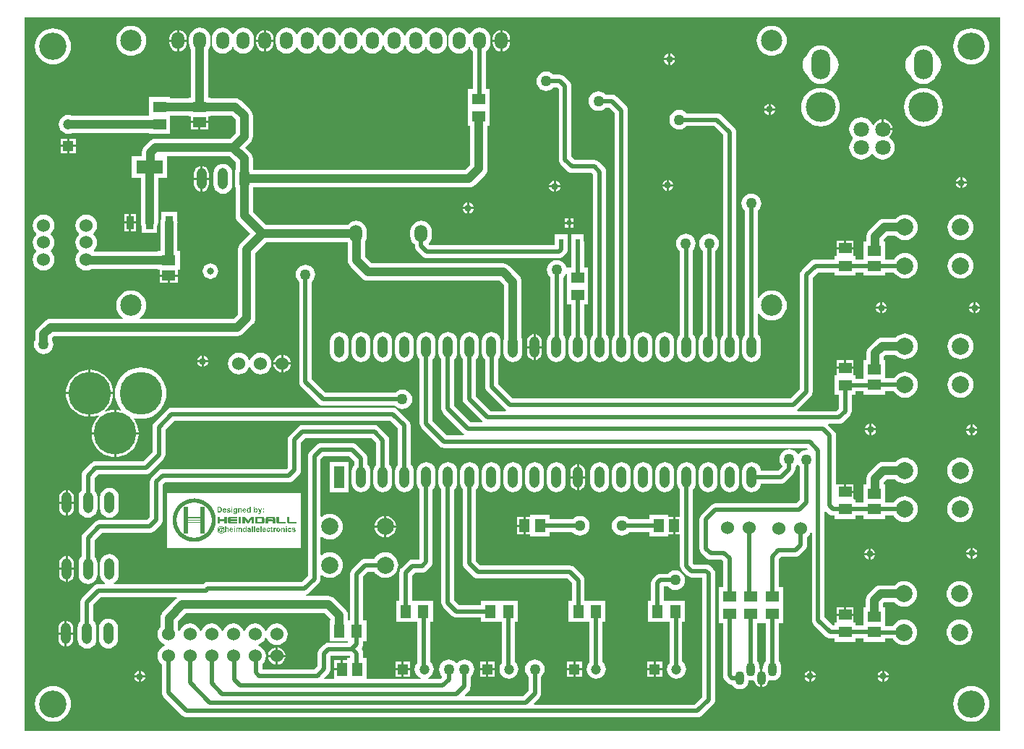
<source format=gtl>
G04*
G04 #@! TF.GenerationSoftware,Altium Limited,Altium Designer,19.0.15 (446)*
G04*
G04 Layer_Physical_Order=1*
G04 Layer_Color=255*
%FSLAX24Y24*%
%MOIN*%
G70*
G01*
G75*
%ADD13R,0.0197X0.0236*%
%ADD14R,0.0616X0.0488*%
%ADD15R,0.1240X0.0591*%
%ADD16R,0.0331X0.0591*%
%ADD17R,0.0591X0.0492*%
%ADD18R,0.0492X0.0591*%
%ADD19R,0.0488X0.0616*%
%ADD47C,0.0394*%
%ADD48C,0.0197*%
%ADD49C,0.0472*%
%ADD50R,0.0472X0.0472*%
%ADD51R,0.0472X0.0472*%
%ADD52C,0.0600*%
%ADD53C,0.0984*%
%ADD54O,0.0591X0.0787*%
%ADD55O,0.0472X0.0984*%
%ADD56O,0.0433X0.0630*%
%ADD57C,0.0512*%
%ADD58O,0.0600X0.0787*%
%ADD59C,0.0787*%
%ADD60R,0.0472X0.0984*%
%ADD61O,0.0472X0.0984*%
%ADD62C,0.1969*%
%ADD63C,0.0709*%
%ADD64C,0.1378*%
%ADD65O,0.0866X0.1378*%
%ADD66C,0.1260*%
%ADD67C,0.0315*%
%ADD68C,0.0500*%
G36*
X45221Y316D02*
X252D01*
Y33213D01*
X45221D01*
X45221Y316D01*
D02*
G37*
%LPC*%
G36*
X21238Y32744D02*
X21109Y32727D01*
X20990Y32678D01*
X20887Y32599D01*
X20808Y32496D01*
X20788Y32447D01*
X20738D01*
X20718Y32496D01*
X20639Y32599D01*
X20536Y32678D01*
X20416Y32727D01*
X20288Y32744D01*
X20159Y32727D01*
X20040Y32678D01*
X19937Y32599D01*
X19858Y32496D01*
X19808Y32376D01*
X19791Y32248D01*
Y32051D01*
X19808Y31922D01*
X19858Y31803D01*
X19937Y31700D01*
X20040Y31621D01*
X20159Y31571D01*
X20288Y31554D01*
X20416Y31571D01*
X20536Y31621D01*
X20639Y31700D01*
X20718Y31803D01*
X20738Y31851D01*
X20788D01*
X20808Y31803D01*
X20887Y31700D01*
X20940Y31659D01*
Y29916D01*
X20709D01*
Y29030D01*
Y28223D01*
X20804D01*
Y26409D01*
X20574Y26179D01*
X10794D01*
X10781Y26211D01*
Y26713D01*
X10767Y26815D01*
X10728Y26911D01*
X10665Y26993D01*
X10439Y27219D01*
X10665Y27446D01*
X10728Y27528D01*
X10767Y27624D01*
X10781Y27726D01*
Y28686D01*
X10767Y28789D01*
X10728Y28884D01*
X10665Y28967D01*
X10251Y29380D01*
X10169Y29443D01*
X10073Y29483D01*
X9970Y29496D01*
X8832D01*
Y29542D01*
X8729D01*
Y31753D01*
X8768Y31803D01*
X8817Y31922D01*
X8834Y32051D01*
Y32248D01*
X8817Y32376D01*
X8768Y32496D01*
X8689Y32599D01*
X8586Y32678D01*
X8466Y32727D01*
X8338Y32744D01*
X8209Y32727D01*
X8090Y32678D01*
X7987Y32599D01*
X7908Y32496D01*
X7858Y32376D01*
X7841Y32248D01*
Y32051D01*
X7858Y31922D01*
X7908Y31803D01*
X7935Y31767D01*
Y29542D01*
X7822D01*
Y29502D01*
X6976D01*
Y29552D01*
X5992D01*
Y28695D01*
X2439D01*
X2388Y28716D01*
X2275Y28731D01*
X2162Y28716D01*
X2056Y28673D01*
X1966Y28603D01*
X1897Y28513D01*
X1853Y28408D01*
X1838Y28294D01*
X1853Y28181D01*
X1897Y28076D01*
X1966Y27986D01*
X2056Y27916D01*
X2162Y27873D01*
X2275Y27858D01*
X2388Y27873D01*
X2457Y27901D01*
X5992D01*
Y27859D01*
X6976D01*
Y28708D01*
X7822D01*
Y28660D01*
X7919D01*
Y28450D01*
X8327D01*
X8735D01*
Y28660D01*
X8832D01*
Y28702D01*
X9806D01*
X9987Y28521D01*
Y27891D01*
X9723Y27627D01*
X6303D01*
X6201Y27613D01*
X6105Y27573D01*
X6023Y27510D01*
X5792Y27280D01*
X5729Y27197D01*
X5689Y27102D01*
X5676Y26999D01*
Y26821D01*
X5197D01*
Y25837D01*
X5617D01*
Y23770D01*
X5630Y23667D01*
X5652Y23615D01*
Y23278D01*
X6376D01*
Y23615D01*
X6397Y23667D01*
X6411Y23770D01*
Y25837D01*
X6831D01*
Y26821D01*
X6876Y26832D01*
X9702D01*
X9987Y26548D01*
Y26211D01*
X9962Y26151D01*
X9947Y26038D01*
Y25526D01*
X9962Y25413D01*
X9987Y25353D01*
Y24089D01*
X10000Y23987D01*
X10040Y23891D01*
X10103Y23809D01*
X10659Y23253D01*
X10221Y22815D01*
X10158Y22733D01*
X10118Y22637D01*
X10105Y22534D01*
Y19535D01*
X9895Y19324D01*
X5569D01*
X5564Y19374D01*
X5662Y19455D01*
X5748Y19560D01*
X5812Y19680D01*
X5851Y19809D01*
X5865Y19944D01*
X5851Y20080D01*
X5812Y20209D01*
X5748Y20329D01*
X5662Y20434D01*
X5557Y20520D01*
X5437Y20584D01*
X5307Y20623D01*
X5172Y20637D01*
X5037Y20623D01*
X4908Y20584D01*
X4788Y20520D01*
X4683Y20434D01*
X4597Y20329D01*
X4533Y20209D01*
X4493Y20080D01*
X4480Y19944D01*
X4493Y19809D01*
X4533Y19680D01*
X4597Y19560D01*
X4683Y19455D01*
X4781Y19374D01*
X4776Y19324D01*
X1447D01*
X1344Y19311D01*
X1248Y19271D01*
X1166Y19208D01*
X861Y18903D01*
X798Y18821D01*
X758Y18725D01*
X745Y18622D01*
Y18368D01*
X706Y18276D01*
X691Y18159D01*
X706Y18043D01*
X751Y17934D01*
X823Y17841D01*
X916Y17769D01*
X1025Y17724D01*
X1142Y17709D01*
X1258Y17724D01*
X1367Y17769D01*
X1460Y17841D01*
X1532Y17934D01*
X1577Y18043D01*
X1592Y18159D01*
X1577Y18276D01*
X1539Y18368D01*
Y18458D01*
X1611Y18530D01*
X10059D01*
X10162Y18544D01*
X10258Y18583D01*
X10340Y18646D01*
X10783Y19089D01*
X10846Y19172D01*
X10886Y19267D01*
X10899Y19370D01*
Y22370D01*
X11385Y22856D01*
X15150D01*
X15164Y22837D01*
Y22022D01*
X15177Y21920D01*
X15217Y21824D01*
X15280Y21742D01*
X15822Y21200D01*
X15904Y21137D01*
X16000Y21098D01*
X16102Y21084D01*
X22158D01*
X22373Y20870D01*
Y18455D01*
X22348Y18395D01*
X22333Y18282D01*
Y17770D01*
X22348Y17657D01*
X22391Y17552D01*
X22461Y17462D01*
X22551Y17392D01*
X22657Y17349D01*
X22770Y17334D01*
X22883Y17349D01*
X22988Y17392D01*
X23079Y17462D01*
X23148Y17552D01*
X23192Y17657D01*
X23206Y17770D01*
Y18282D01*
X23192Y18395D01*
X23167Y18455D01*
Y21034D01*
X23153Y21137D01*
X23114Y21233D01*
X23050Y21315D01*
X22604Y21762D01*
X22521Y21825D01*
X22426Y21865D01*
X22323Y21878D01*
X16267D01*
X15958Y22187D01*
Y22883D01*
X15977Y22908D01*
X16027Y23029D01*
X16044Y23159D01*
Y23346D01*
X16027Y23476D01*
X15977Y23597D01*
X15898Y23701D01*
X15794Y23780D01*
X15673Y23831D01*
X15543Y23848D01*
X15414Y23831D01*
X15293Y23780D01*
X15189Y23701D01*
X15150Y23650D01*
X11385D01*
X10781Y24254D01*
Y25353D01*
X10794Y25385D01*
X20738D01*
X20841Y25399D01*
X20937Y25438D01*
X21019Y25501D01*
X21482Y25964D01*
X21545Y26046D01*
X21584Y26142D01*
X21598Y26245D01*
Y28223D01*
X21693D01*
Y29030D01*
Y29916D01*
X21536D01*
Y31659D01*
X21589Y31700D01*
X21668Y31803D01*
X21717Y31922D01*
X21734Y32051D01*
Y32248D01*
X21717Y32376D01*
X21668Y32496D01*
X21589Y32599D01*
X21486Y32678D01*
X21366Y32727D01*
X21238Y32744D01*
D02*
G37*
G36*
X19238D02*
X19109Y32727D01*
X18990Y32678D01*
X18887Y32599D01*
X18808Y32496D01*
X18788Y32447D01*
X18738D01*
X18718Y32496D01*
X18639Y32599D01*
X18536Y32678D01*
X18416Y32727D01*
X18288Y32744D01*
X18159Y32727D01*
X18040Y32678D01*
X17937Y32599D01*
X17858Y32496D01*
X17813Y32388D01*
X17813Y32388D01*
X17762D01*
X17762Y32388D01*
X17718Y32496D01*
X17639Y32599D01*
X17536Y32678D01*
X17416Y32727D01*
X17288Y32744D01*
X17159Y32727D01*
X17040Y32678D01*
X16937Y32599D01*
X16858Y32496D01*
X16813Y32388D01*
X16813Y32388D01*
X16762D01*
X16762Y32388D01*
X16718Y32496D01*
X16639Y32599D01*
X16536Y32678D01*
X16416Y32727D01*
X16288Y32744D01*
X16159Y32727D01*
X16040Y32678D01*
X15937Y32599D01*
X15858Y32496D01*
X15813Y32388D01*
X15813Y32388D01*
X15762D01*
X15762Y32388D01*
X15718Y32496D01*
X15639Y32599D01*
X15536Y32678D01*
X15416Y32727D01*
X15288Y32744D01*
X15159Y32727D01*
X15040Y32678D01*
X14937Y32599D01*
X14858Y32496D01*
X14813Y32388D01*
X14813Y32388D01*
X14762D01*
X14762Y32388D01*
X14718Y32496D01*
X14639Y32599D01*
X14536Y32678D01*
X14416Y32727D01*
X14288Y32744D01*
X14159Y32727D01*
X14040Y32678D01*
X13937Y32599D01*
X13858Y32496D01*
X13813Y32388D01*
X13813Y32388D01*
X13762D01*
X13762Y32388D01*
X13718Y32496D01*
X13639Y32599D01*
X13536Y32678D01*
X13416Y32727D01*
X13288Y32744D01*
X13159Y32727D01*
X13040Y32678D01*
X12937Y32599D01*
X12858Y32496D01*
X12838Y32447D01*
X12788D01*
X12768Y32496D01*
X12689Y32599D01*
X12586Y32678D01*
X12466Y32727D01*
X12338Y32744D01*
X12209Y32727D01*
X12090Y32678D01*
X11987Y32599D01*
X11908Y32496D01*
X11858Y32376D01*
X11841Y32248D01*
Y32051D01*
X11858Y31922D01*
X11908Y31803D01*
X11987Y31700D01*
X12090Y31621D01*
X12209Y31571D01*
X12338Y31554D01*
X12466Y31571D01*
X12586Y31621D01*
X12689Y31700D01*
X12768Y31803D01*
X12788Y31851D01*
X12838D01*
X12858Y31803D01*
X12937Y31700D01*
X13040Y31621D01*
X13159Y31571D01*
X13288Y31554D01*
X13416Y31571D01*
X13536Y31621D01*
X13639Y31700D01*
X13718Y31803D01*
X13762Y31910D01*
X13762Y31910D01*
X13813D01*
X13813Y31910D01*
X13858Y31803D01*
X13937Y31700D01*
X14040Y31621D01*
X14159Y31571D01*
X14288Y31554D01*
X14416Y31571D01*
X14536Y31621D01*
X14639Y31700D01*
X14718Y31803D01*
X14762Y31910D01*
X14762Y31910D01*
X14813D01*
X14813Y31910D01*
X14858Y31803D01*
X14937Y31700D01*
X15040Y31621D01*
X15159Y31571D01*
X15288Y31554D01*
X15416Y31571D01*
X15536Y31621D01*
X15639Y31700D01*
X15718Y31803D01*
X15762Y31910D01*
X15762Y31910D01*
X15813D01*
X15813Y31910D01*
X15858Y31803D01*
X15937Y31700D01*
X16040Y31621D01*
X16159Y31571D01*
X16288Y31554D01*
X16416Y31571D01*
X16536Y31621D01*
X16639Y31700D01*
X16718Y31803D01*
X16762Y31910D01*
X16762Y31910D01*
X16813D01*
X16813Y31910D01*
X16858Y31803D01*
X16937Y31700D01*
X17040Y31621D01*
X17159Y31571D01*
X17288Y31554D01*
X17416Y31571D01*
X17536Y31621D01*
X17639Y31700D01*
X17718Y31803D01*
X17762Y31910D01*
X17762Y31910D01*
X17813D01*
X17813Y31910D01*
X17858Y31803D01*
X17937Y31700D01*
X18040Y31621D01*
X18159Y31571D01*
X18288Y31554D01*
X18416Y31571D01*
X18536Y31621D01*
X18639Y31700D01*
X18718Y31803D01*
X18738Y31851D01*
X18788D01*
X18808Y31803D01*
X18887Y31700D01*
X18990Y31621D01*
X19109Y31571D01*
X19238Y31554D01*
X19366Y31571D01*
X19486Y31621D01*
X19589Y31700D01*
X19668Y31803D01*
X19717Y31922D01*
X19734Y32051D01*
Y32248D01*
X19717Y32376D01*
X19668Y32496D01*
X19589Y32599D01*
X19486Y32678D01*
X19366Y32727D01*
X19238Y32744D01*
D02*
G37*
G36*
X10338D02*
X10209Y32727D01*
X10090Y32678D01*
X9987Y32599D01*
X9908Y32496D01*
X9888Y32447D01*
X9838D01*
X9818Y32496D01*
X9739Y32599D01*
X9636Y32678D01*
X9516Y32727D01*
X9388Y32744D01*
X9259Y32727D01*
X9140Y32678D01*
X9037Y32599D01*
X8958Y32496D01*
X8908Y32376D01*
X8891Y32248D01*
Y32051D01*
X8908Y31922D01*
X8958Y31803D01*
X9037Y31700D01*
X9140Y31621D01*
X9259Y31571D01*
X9388Y31554D01*
X9516Y31571D01*
X9636Y31621D01*
X9739Y31700D01*
X9818Y31803D01*
X9838Y31851D01*
X9888D01*
X9908Y31803D01*
X9987Y31700D01*
X10090Y31621D01*
X10209Y31571D01*
X10338Y31554D01*
X10466Y31571D01*
X10586Y31621D01*
X10689Y31700D01*
X10768Y31803D01*
X10817Y31922D01*
X10834Y32051D01*
Y32248D01*
X10817Y32376D01*
X10768Y32496D01*
X10689Y32599D01*
X10586Y32678D01*
X10466Y32727D01*
X10338Y32744D01*
D02*
G37*
G36*
X22288Y32640D02*
Y32199D01*
X22636D01*
Y32248D01*
X22623Y32351D01*
X22583Y32447D01*
X22520Y32530D01*
X22437Y32593D01*
X22341Y32633D01*
X22288Y32640D01*
D02*
G37*
G36*
X22188D02*
X22135Y32633D01*
X22038Y32593D01*
X21956Y32530D01*
X21893Y32447D01*
X21853Y32351D01*
X21839Y32248D01*
Y32199D01*
X22188D01*
Y32640D01*
D02*
G37*
G36*
X11388D02*
Y32199D01*
X11736D01*
Y32248D01*
X11723Y32351D01*
X11683Y32447D01*
X11620Y32530D01*
X11537Y32593D01*
X11441Y32633D01*
X11388Y32640D01*
D02*
G37*
G36*
X11288D02*
X11235Y32633D01*
X11138Y32593D01*
X11056Y32530D01*
X10993Y32447D01*
X10953Y32351D01*
X10939Y32248D01*
Y32199D01*
X11288D01*
Y32640D01*
D02*
G37*
G36*
X7388D02*
Y32199D01*
X7736D01*
Y32248D01*
X7723Y32351D01*
X7683Y32447D01*
X7620Y32530D01*
X7537Y32593D01*
X7441Y32633D01*
X7388Y32640D01*
D02*
G37*
G36*
X7288D02*
X7235Y32633D01*
X7138Y32593D01*
X7056Y32530D01*
X6993Y32447D01*
X6953Y32351D01*
X6939Y32248D01*
Y32199D01*
X7288D01*
Y32640D01*
D02*
G37*
G36*
X22636Y32099D02*
X22288D01*
Y31659D01*
X22341Y31666D01*
X22437Y31706D01*
X22520Y31769D01*
X22583Y31851D01*
X22623Y31948D01*
X22636Y32051D01*
Y32099D01*
D02*
G37*
G36*
X22188D02*
X21839D01*
Y32051D01*
X21853Y31948D01*
X21893Y31851D01*
X21956Y31769D01*
X22038Y31706D01*
X22135Y31666D01*
X22188Y31659D01*
Y32099D01*
D02*
G37*
G36*
X11736D02*
X11388D01*
Y31659D01*
X11441Y31666D01*
X11537Y31706D01*
X11620Y31769D01*
X11683Y31851D01*
X11723Y31948D01*
X11736Y32051D01*
Y32099D01*
D02*
G37*
G36*
X11288D02*
X10939D01*
Y32051D01*
X10953Y31948D01*
X10993Y31851D01*
X11056Y31769D01*
X11138Y31706D01*
X11235Y31666D01*
X11288Y31659D01*
Y32099D01*
D02*
G37*
G36*
X7736D02*
X7388D01*
Y31659D01*
X7441Y31666D01*
X7537Y31706D01*
X7620Y31769D01*
X7683Y31851D01*
X7723Y31948D01*
X7736Y32051D01*
Y32099D01*
D02*
G37*
G36*
X7288D02*
X6939D01*
Y32051D01*
X6953Y31948D01*
X6993Y31851D01*
X7056Y31769D01*
X7138Y31706D01*
X7235Y31666D01*
X7288Y31659D01*
Y32099D01*
D02*
G37*
G36*
X34700Y32842D02*
X34565Y32828D01*
X34435Y32789D01*
X34315Y32725D01*
X34210Y32639D01*
X34124Y32534D01*
X34060Y32414D01*
X34021Y32284D01*
X34008Y32149D01*
X34021Y32014D01*
X34060Y31884D01*
X34124Y31765D01*
X34210Y31660D01*
X34315Y31574D01*
X34435Y31510D01*
X34565Y31470D01*
X34700Y31457D01*
X34835Y31470D01*
X34965Y31510D01*
X35085Y31574D01*
X35190Y31660D01*
X35276Y31765D01*
X35340Y31884D01*
X35379Y32014D01*
X35392Y32149D01*
X35379Y32284D01*
X35340Y32414D01*
X35276Y32534D01*
X35190Y32639D01*
X35085Y32725D01*
X34965Y32789D01*
X34835Y32828D01*
X34700Y32842D01*
D02*
G37*
G36*
X5172D02*
X5037Y32828D01*
X4908Y32789D01*
X4788Y32725D01*
X4683Y32639D01*
X4597Y32534D01*
X4533Y32414D01*
X4493Y32284D01*
X4480Y32149D01*
X4493Y32014D01*
X4533Y31884D01*
X4597Y31765D01*
X4683Y31660D01*
X4788Y31574D01*
X4908Y31510D01*
X5037Y31470D01*
X5172Y31457D01*
X5307Y31470D01*
X5437Y31510D01*
X5557Y31574D01*
X5662Y31660D01*
X5748Y31765D01*
X5812Y31884D01*
X5851Y32014D01*
X5865Y32149D01*
X5851Y32284D01*
X5812Y32414D01*
X5748Y32534D01*
X5662Y32639D01*
X5557Y32725D01*
X5437Y32789D01*
X5307Y32828D01*
X5172Y32842D01*
D02*
G37*
G36*
X30036Y31547D02*
Y31344D01*
X30239D01*
X30237Y31361D01*
X30211Y31424D01*
X30170Y31478D01*
X30116Y31519D01*
X30053Y31545D01*
X30036Y31547D01*
D02*
G37*
G36*
X29936D02*
X29919Y31545D01*
X29856Y31519D01*
X29803Y31478D01*
X29761Y31424D01*
X29735Y31361D01*
X29733Y31344D01*
X29936D01*
Y31547D01*
D02*
G37*
G36*
X43898Y32721D02*
X43736Y32705D01*
X43580Y32657D01*
X43436Y32581D01*
X43310Y32477D01*
X43207Y32351D01*
X43130Y32208D01*
X43083Y32052D01*
X43067Y31890D01*
X43083Y31728D01*
X43130Y31572D01*
X43207Y31428D01*
X43310Y31302D01*
X43436Y31199D01*
X43580Y31122D01*
X43736Y31075D01*
X43898Y31059D01*
X44060Y31075D01*
X44216Y31122D01*
X44359Y31199D01*
X44485Y31302D01*
X44588Y31428D01*
X44665Y31572D01*
X44712Y31728D01*
X44728Y31890D01*
X44712Y32052D01*
X44665Y32208D01*
X44588Y32351D01*
X44485Y32477D01*
X44359Y32581D01*
X44216Y32657D01*
X44060Y32705D01*
X43898Y32721D01*
D02*
G37*
G36*
X1575D02*
X1413Y32705D01*
X1257Y32657D01*
X1113Y32581D01*
X987Y32477D01*
X884Y32351D01*
X807Y32208D01*
X760Y32052D01*
X744Y31890D01*
X760Y31728D01*
X807Y31572D01*
X884Y31428D01*
X987Y31302D01*
X1113Y31199D01*
X1257Y31122D01*
X1413Y31075D01*
X1575Y31059D01*
X1737Y31075D01*
X1893Y31122D01*
X2036Y31199D01*
X2162Y31302D01*
X2266Y31428D01*
X2342Y31572D01*
X2390Y31728D01*
X2406Y31890D01*
X2390Y32052D01*
X2342Y32208D01*
X2266Y32351D01*
X2162Y32477D01*
X2036Y32581D01*
X1893Y32657D01*
X1737Y32705D01*
X1575Y32721D01*
D02*
G37*
G36*
X30239Y31244D02*
X30036D01*
Y31041D01*
X30053Y31043D01*
X30116Y31069D01*
X30170Y31110D01*
X30211Y31164D01*
X30237Y31227D01*
X30239Y31244D01*
D02*
G37*
G36*
X29936D02*
X29733D01*
X29735Y31227D01*
X29761Y31164D01*
X29803Y31110D01*
X29856Y31069D01*
X29919Y31043D01*
X29936Y31041D01*
Y31244D01*
D02*
G37*
G36*
X41690Y31933D02*
X41567Y31921D01*
X41448Y31885D01*
X41339Y31827D01*
X41243Y31748D01*
X41164Y31652D01*
X41113Y31556D01*
X41051Y31506D01*
X40970Y31407D01*
X40910Y31294D01*
X40873Y31172D01*
X40860Y31044D01*
X40873Y30917D01*
X40910Y30795D01*
X40970Y30682D01*
X41051Y30583D01*
X41113Y30533D01*
X41164Y30437D01*
X41243Y30341D01*
X41339Y30262D01*
X41448Y30204D01*
X41567Y30168D01*
X41690Y30156D01*
X41814Y30168D01*
X41932Y30204D01*
X42042Y30262D01*
X42138Y30341D01*
X42216Y30437D01*
X42268Y30533D01*
X42329Y30583D01*
X42410Y30682D01*
X42470Y30795D01*
X42508Y30917D01*
X42520Y31044D01*
X42508Y31172D01*
X42470Y31294D01*
X42410Y31407D01*
X42329Y31506D01*
X42268Y31556D01*
X42216Y31652D01*
X42138Y31748D01*
X42042Y31827D01*
X41932Y31885D01*
X41814Y31921D01*
X41690Y31933D01*
D02*
G37*
G36*
X36950D02*
X36827Y31921D01*
X36708Y31885D01*
X36598Y31827D01*
X36502Y31748D01*
X36424Y31652D01*
X36373Y31556D01*
X36311Y31506D01*
X36230Y31407D01*
X36170Y31294D01*
X36133Y31172D01*
X36120Y31044D01*
X36133Y30917D01*
X36170Y30795D01*
X36230Y30682D01*
X36311Y30583D01*
X36373Y30533D01*
X36424Y30437D01*
X36502Y30341D01*
X36598Y30262D01*
X36708Y30204D01*
X36827Y30168D01*
X36950Y30156D01*
X37073Y30168D01*
X37192Y30204D01*
X37302Y30262D01*
X37398Y30341D01*
X37476Y30437D01*
X37527Y30533D01*
X37589Y30583D01*
X37670Y30682D01*
X37730Y30795D01*
X37767Y30917D01*
X37780Y31044D01*
X37767Y31172D01*
X37730Y31294D01*
X37670Y31407D01*
X37589Y31506D01*
X37527Y31556D01*
X37476Y31652D01*
X37398Y31748D01*
X37302Y31827D01*
X37192Y31885D01*
X37073Y31921D01*
X36950Y31933D01*
D02*
G37*
G36*
X34652Y29234D02*
Y29031D01*
X34855D01*
X34853Y29048D01*
X34827Y29111D01*
X34786Y29165D01*
X34732Y29206D01*
X34670Y29232D01*
X34652Y29234D01*
D02*
G37*
G36*
X34552D02*
X34535Y29232D01*
X34472Y29206D01*
X34419Y29165D01*
X34377Y29111D01*
X34351Y29048D01*
X34349Y29031D01*
X34552D01*
Y29234D01*
D02*
G37*
G36*
X34855Y28931D02*
X34652D01*
Y28728D01*
X34670Y28730D01*
X34732Y28756D01*
X34786Y28797D01*
X34827Y28851D01*
X34853Y28914D01*
X34855Y28931D01*
D02*
G37*
G36*
X34552D02*
X34349D01*
X34351Y28914D01*
X34377Y28851D01*
X34419Y28797D01*
X34472Y28756D01*
X34535Y28730D01*
X34552Y28728D01*
Y28931D01*
D02*
G37*
G36*
X41690Y29974D02*
X41517Y29957D01*
X41350Y29906D01*
X41196Y29824D01*
X41061Y29713D01*
X40950Y29578D01*
X40868Y29425D01*
X40817Y29258D01*
X40800Y29084D01*
X40817Y28910D01*
X40868Y28743D01*
X40950Y28589D01*
X41061Y28454D01*
X41196Y28344D01*
X41350Y28262D01*
X41517Y28211D01*
X41690Y28194D01*
X41864Y28211D01*
X42031Y28262D01*
X42185Y28344D01*
X42320Y28454D01*
X42430Y28589D01*
X42513Y28743D01*
X42563Y28910D01*
X42580Y29084D01*
X42563Y29258D01*
X42513Y29425D01*
X42430Y29578D01*
X42320Y29713D01*
X42185Y29824D01*
X42031Y29906D01*
X41864Y29957D01*
X41690Y29974D01*
D02*
G37*
G36*
X36950D02*
X36776Y29957D01*
X36609Y29906D01*
X36455Y29824D01*
X36321Y29713D01*
X36210Y29578D01*
X36128Y29425D01*
X36077Y29258D01*
X36060Y29084D01*
X36077Y28910D01*
X36128Y28743D01*
X36210Y28589D01*
X36321Y28454D01*
X36455Y28344D01*
X36609Y28262D01*
X36776Y28211D01*
X36950Y28194D01*
X37124Y28211D01*
X37291Y28262D01*
X37445Y28344D01*
X37579Y28454D01*
X37690Y28589D01*
X37772Y28743D01*
X37823Y28910D01*
X37840Y29084D01*
X37823Y29258D01*
X37772Y29425D01*
X37690Y29578D01*
X37579Y29713D01*
X37445Y29824D01*
X37291Y29906D01*
X37124Y29957D01*
X36950Y29974D01*
D02*
G37*
G36*
X39862Y28522D02*
Y28120D01*
X40264D01*
X40255Y28189D01*
X40209Y28299D01*
X40136Y28394D01*
X40041Y28467D01*
X39931Y28513D01*
X39862Y28522D01*
D02*
G37*
G36*
X8735Y28350D02*
X8377D01*
Y28056D01*
X8735D01*
Y28350D01*
D02*
G37*
G36*
X8277D02*
X7919D01*
Y28056D01*
X8277D01*
Y28350D01*
D02*
G37*
G36*
X2611Y27631D02*
X2325D01*
Y27344D01*
X2611D01*
Y27631D01*
D02*
G37*
G36*
X2225D02*
X1939D01*
Y27344D01*
X2225D01*
Y27631D01*
D02*
G37*
G36*
X2611Y27244D02*
X2325D01*
Y26958D01*
X2611D01*
Y27244D01*
D02*
G37*
G36*
X2225D02*
X1939D01*
Y26958D01*
X2225D01*
Y27244D01*
D02*
G37*
G36*
X38828Y28626D02*
X38684Y28607D01*
X38550Y28552D01*
X38435Y28463D01*
X38347Y28348D01*
X38291Y28214D01*
X38272Y28070D01*
X38291Y27926D01*
X38347Y27792D01*
X38431Y27682D01*
X38438Y27662D01*
Y27637D01*
X38431Y27617D01*
X38347Y27507D01*
X38291Y27373D01*
X38272Y27230D01*
X38291Y27086D01*
X38347Y26952D01*
X38435Y26836D01*
X38550Y26748D01*
X38684Y26693D01*
X38828Y26674D01*
X38972Y26693D01*
X39106Y26748D01*
X39221Y26836D01*
X39290Y26926D01*
X39350D01*
X39419Y26836D01*
X39534Y26748D01*
X39668Y26693D01*
X39812Y26674D01*
X39956Y26693D01*
X40090Y26748D01*
X40205Y26836D01*
X40294Y26952D01*
X40349Y27086D01*
X40368Y27230D01*
X40349Y27373D01*
X40294Y27507D01*
X40205Y27623D01*
X40123Y27686D01*
Y27736D01*
X40136Y27746D01*
X40209Y27841D01*
X40255Y27951D01*
X40264Y28020D01*
X39812D01*
Y28070D01*
X39762D01*
Y28522D01*
X39694Y28513D01*
X39583Y28467D01*
X39488Y28394D01*
X39415Y28299D01*
X39400Y28261D01*
X39345D01*
X39309Y28348D01*
X39221Y28463D01*
X39106Y28552D01*
X38972Y28607D01*
X38828Y28626D01*
D02*
G37*
G36*
X8465Y26371D02*
Y25832D01*
X8754D01*
Y26038D01*
X8743Y26126D01*
X8709Y26208D01*
X8655Y26278D01*
X8585Y26332D01*
X8503Y26366D01*
X8465Y26371D01*
D02*
G37*
G36*
X8365D02*
X8328Y26366D01*
X8246Y26332D01*
X8176Y26278D01*
X8122Y26208D01*
X8088Y26126D01*
X8076Y26038D01*
Y25832D01*
X8365D01*
Y26371D01*
D02*
G37*
G36*
X43485Y25858D02*
Y25655D01*
X43688D01*
X43686Y25672D01*
X43660Y25735D01*
X43619Y25789D01*
X43565Y25830D01*
X43502Y25856D01*
X43485Y25858D01*
D02*
G37*
G36*
X43385D02*
X43368Y25856D01*
X43305Y25830D01*
X43251Y25789D01*
X43210Y25735D01*
X43184Y25672D01*
X43182Y25655D01*
X43385D01*
Y25858D01*
D02*
G37*
G36*
X29957Y25730D02*
Y25527D01*
X30161D01*
X30158Y25544D01*
X30132Y25607D01*
X30091Y25661D01*
X30037Y25702D01*
X29975Y25728D01*
X29957Y25730D01*
D02*
G37*
G36*
X29857D02*
X29840Y25728D01*
X29778Y25702D01*
X29724Y25661D01*
X29683Y25607D01*
X29657Y25544D01*
X29654Y25527D01*
X29857D01*
Y25730D01*
D02*
G37*
G36*
X24745Y25692D02*
Y25488D01*
X24948D01*
X24946Y25506D01*
X24920Y25568D01*
X24879Y25622D01*
X24825Y25663D01*
X24762Y25689D01*
X24745Y25692D01*
D02*
G37*
G36*
X24645D02*
X24628Y25689D01*
X24565Y25663D01*
X24511Y25622D01*
X24470Y25568D01*
X24444Y25506D01*
X24442Y25488D01*
X24645D01*
Y25692D01*
D02*
G37*
G36*
X43688Y25555D02*
X43485D01*
Y25352D01*
X43502Y25354D01*
X43565Y25380D01*
X43619Y25421D01*
X43660Y25475D01*
X43686Y25538D01*
X43688Y25555D01*
D02*
G37*
G36*
X43385D02*
X43182D01*
X43184Y25538D01*
X43210Y25475D01*
X43251Y25421D01*
X43305Y25380D01*
X43368Y25354D01*
X43385Y25352D01*
Y25555D01*
D02*
G37*
G36*
X30161Y25427D02*
X29957D01*
Y25224D01*
X29975Y25226D01*
X30037Y25252D01*
X30091Y25294D01*
X30132Y25347D01*
X30158Y25410D01*
X30161Y25427D01*
D02*
G37*
G36*
X29857D02*
X29654D01*
X29657Y25410D01*
X29683Y25347D01*
X29724Y25294D01*
X29778Y25252D01*
X29840Y25226D01*
X29857Y25224D01*
Y25427D01*
D02*
G37*
G36*
X8754Y25732D02*
X8465D01*
Y25194D01*
X8503Y25199D01*
X8585Y25233D01*
X8655Y25287D01*
X8709Y25357D01*
X8743Y25439D01*
X8754Y25526D01*
Y25732D01*
D02*
G37*
G36*
X8365D02*
X8076D01*
Y25526D01*
X8088Y25439D01*
X8122Y25357D01*
X8176Y25287D01*
X8246Y25233D01*
X8328Y25199D01*
X8365Y25194D01*
Y25732D01*
D02*
G37*
G36*
X24948Y25388D02*
X24745D01*
Y25185D01*
X24762Y25188D01*
X24825Y25213D01*
X24879Y25255D01*
X24920Y25309D01*
X24946Y25371D01*
X24948Y25388D01*
D02*
G37*
G36*
X24645D02*
X24442D01*
X24444Y25371D01*
X24470Y25309D01*
X24511Y25255D01*
X24565Y25213D01*
X24628Y25188D01*
X24645Y25185D01*
Y25388D01*
D02*
G37*
G36*
X9400Y26475D02*
X9287Y26460D01*
X9181Y26416D01*
X9091Y26347D01*
X9021Y26257D01*
X8978Y26151D01*
X8963Y26038D01*
Y25526D01*
X8978Y25413D01*
X9021Y25308D01*
X9091Y25218D01*
X9181Y25148D01*
X9287Y25104D01*
X9400Y25090D01*
X9513Y25104D01*
X9618Y25148D01*
X9708Y25218D01*
X9778Y25308D01*
X9822Y25413D01*
X9836Y25526D01*
Y26038D01*
X9822Y26151D01*
X9778Y26257D01*
X9708Y26347D01*
X9618Y26416D01*
X9513Y26460D01*
X9400Y26475D01*
D02*
G37*
G36*
X20755Y24687D02*
Y24484D01*
X20958D01*
X20956Y24501D01*
X20930Y24564D01*
X20888Y24617D01*
X20835Y24659D01*
X20772Y24685D01*
X20755Y24687D01*
D02*
G37*
G36*
X20655D02*
X20637Y24685D01*
X20575Y24659D01*
X20521Y24617D01*
X20480Y24564D01*
X20454Y24501D01*
X20452Y24484D01*
X20655D01*
Y24687D01*
D02*
G37*
G36*
X20958Y24384D02*
X20755D01*
Y24181D01*
X20772Y24183D01*
X20835Y24209D01*
X20888Y24250D01*
X20930Y24304D01*
X20956Y24367D01*
X20958Y24384D01*
D02*
G37*
G36*
X20655D02*
X20452D01*
X20454Y24367D01*
X20480Y24304D01*
X20521Y24250D01*
X20575Y24209D01*
X20637Y24183D01*
X20655Y24181D01*
Y24384D01*
D02*
G37*
G36*
X5378Y24165D02*
X5162D01*
Y23820D01*
X5378D01*
Y24165D01*
D02*
G37*
G36*
X5062D02*
X4847D01*
Y23820D01*
X5062D01*
Y24165D01*
D02*
G37*
G36*
X25572Y23973D02*
X25424D01*
Y23805D01*
X25572D01*
Y23973D01*
D02*
G37*
G36*
X25324D02*
X25176D01*
Y23805D01*
X25324D01*
Y23973D01*
D02*
G37*
G36*
X25572Y23705D02*
X25424D01*
Y23537D01*
X25572D01*
Y23705D01*
D02*
G37*
G36*
X25324D02*
X25176D01*
Y23537D01*
X25324D01*
Y23705D01*
D02*
G37*
G36*
X5378Y23720D02*
X5162D01*
Y23374D01*
X5378D01*
Y23720D01*
D02*
G37*
G36*
X5062D02*
X4847D01*
Y23374D01*
X5062D01*
Y23720D01*
D02*
G37*
G36*
X43400Y24138D02*
X43284Y24126D01*
X43173Y24093D01*
X43070Y24038D01*
X42980Y23964D01*
X42907Y23874D01*
X42852Y23772D01*
X42818Y23660D01*
X42807Y23544D01*
X42818Y23429D01*
X42852Y23317D01*
X42907Y23215D01*
X42980Y23125D01*
X43070Y23051D01*
X43173Y22996D01*
X43284Y22962D01*
X43400Y22951D01*
X43516Y22962D01*
X43627Y22996D01*
X43730Y23051D01*
X43820Y23125D01*
X43893Y23215D01*
X43948Y23317D01*
X43982Y23429D01*
X43993Y23544D01*
X43982Y23660D01*
X43948Y23772D01*
X43893Y23874D01*
X43820Y23964D01*
X43730Y24038D01*
X43627Y24093D01*
X43516Y24126D01*
X43400Y24138D01*
D02*
G37*
G36*
X40841D02*
X40725Y24126D01*
X40614Y24093D01*
X40511Y24038D01*
X40421Y23964D01*
X40403Y23942D01*
X39878D01*
X39776Y23928D01*
X39680Y23888D01*
X39598Y23825D01*
X39186Y23413D01*
X39123Y23331D01*
X39083Y23235D01*
X39069Y23133D01*
Y22906D01*
X38914D01*
Y22065D01*
X38572D01*
Y22214D01*
X38518D01*
X38476Y22232D01*
X38476Y22264D01*
Y22528D01*
X38080D01*
X37685D01*
Y22264D01*
X37685Y22232D01*
X37643Y22214D01*
X37588D01*
Y22069D01*
X36712D01*
X36712Y22069D01*
X36635Y22059D01*
X36563Y22029D01*
X36501Y21981D01*
X36079Y21559D01*
X36031Y21497D01*
X36002Y21426D01*
X35992Y21348D01*
Y16083D01*
X35571Y15662D01*
X22746D01*
X22079Y16329D01*
Y17463D01*
X22148Y17552D01*
X22192Y17657D01*
X22206Y17770D01*
Y18282D01*
X22192Y18395D01*
X22148Y18501D01*
X22079Y18591D01*
X21988Y18661D01*
X21883Y18704D01*
X21770Y18719D01*
X21657Y18704D01*
X21551Y18661D01*
X21461Y18591D01*
X21391Y18501D01*
X21348Y18395D01*
X21333Y18282D01*
Y17770D01*
X21348Y17657D01*
X21391Y17552D01*
X21461Y17462D01*
X21484Y17444D01*
Y16206D01*
X21494Y16128D01*
X21524Y16057D01*
X21571Y15995D01*
X22412Y15154D01*
X22412Y15154D01*
X22448Y15126D01*
X22431Y15076D01*
X21728D01*
X21056Y15748D01*
Y17444D01*
X21079Y17462D01*
X21148Y17552D01*
X21192Y17657D01*
X21206Y17770D01*
Y18282D01*
X21192Y18395D01*
X21148Y18501D01*
X21079Y18591D01*
X20988Y18661D01*
X20883Y18704D01*
X20770Y18719D01*
X20657Y18704D01*
X20551Y18661D01*
X20461Y18591D01*
X20391Y18501D01*
X20348Y18395D01*
X20333Y18282D01*
Y17770D01*
X20348Y17657D01*
X20391Y17552D01*
X20460Y17463D01*
Y15625D01*
X20470Y15548D01*
X20500Y15476D01*
X20547Y15414D01*
X21367Y14595D01*
X21346Y14545D01*
X20832D01*
X20068Y15309D01*
Y17453D01*
X20079Y17462D01*
X20148Y17552D01*
X20192Y17657D01*
X20206Y17770D01*
Y18282D01*
X20192Y18395D01*
X20148Y18501D01*
X20079Y18591D01*
X19988Y18661D01*
X19883Y18704D01*
X19770Y18719D01*
X19657Y18704D01*
X19551Y18661D01*
X19461Y18591D01*
X19391Y18501D01*
X19348Y18395D01*
X19333Y18282D01*
Y17770D01*
X19348Y17657D01*
X19391Y17552D01*
X19461Y17462D01*
X19472Y17453D01*
Y15186D01*
X19482Y15109D01*
X19512Y15037D01*
X19559Y14975D01*
X20498Y14036D01*
X20527Y14014D01*
X20510Y13964D01*
X19720D01*
X19068Y14616D01*
Y17453D01*
X19079Y17462D01*
X19148Y17552D01*
X19192Y17657D01*
X19206Y17770D01*
Y18282D01*
X19192Y18395D01*
X19148Y18501D01*
X19079Y18591D01*
X18988Y18661D01*
X18883Y18704D01*
X18770Y18719D01*
X18657Y18704D01*
X18551Y18661D01*
X18461Y18591D01*
X18391Y18501D01*
X18348Y18395D01*
X18333Y18282D01*
Y17770D01*
X18348Y17657D01*
X18391Y17552D01*
X18461Y17462D01*
X18472Y17453D01*
Y14493D01*
X18482Y14416D01*
X18512Y14344D01*
X18559Y14282D01*
X19386Y13456D01*
X19386Y13456D01*
X19448Y13408D01*
X19519Y13378D01*
X19596Y13368D01*
X19596Y13368D01*
X36323D01*
X36371Y13321D01*
X36347Y13274D01*
X36299Y13280D01*
X36183Y13265D01*
X36074Y13220D01*
X35981Y13148D01*
X35941Y13097D01*
X35929Y13094D01*
X35880Y13100D01*
X35821Y13178D01*
X35727Y13249D01*
X35619Y13294D01*
X35502Y13310D01*
X35385Y13294D01*
X35277Y13249D01*
X35183Y13178D01*
X35112Y13084D01*
X35067Y12976D01*
X35051Y12859D01*
X35067Y12742D01*
X35112Y12634D01*
X35183Y12540D01*
X35162Y12498D01*
X34989Y12324D01*
X34201D01*
X34192Y12395D01*
X34148Y12501D01*
X34079Y12591D01*
X33988Y12661D01*
X33883Y12704D01*
X33770Y12719D01*
X33657Y12704D01*
X33551Y12661D01*
X33461Y12591D01*
X33391Y12501D01*
X33348Y12395D01*
X33333Y12282D01*
Y11770D01*
X33348Y11657D01*
X33391Y11552D01*
X33461Y11462D01*
X33551Y11392D01*
X33657Y11349D01*
X33770Y11334D01*
X33883Y11349D01*
X33988Y11392D01*
X34079Y11462D01*
X34148Y11552D01*
X34192Y11657D01*
X34201Y11729D01*
X35112D01*
X35189Y11739D01*
X35261Y11768D01*
X35323Y11816D01*
X35693Y12186D01*
X35693Y12186D01*
X35740Y12248D01*
X35770Y12319D01*
X35780Y12396D01*
X35780Y12396D01*
Y12509D01*
X35821Y12540D01*
X35860Y12592D01*
X35872Y12595D01*
X35921Y12589D01*
X35981Y12511D01*
X36001Y12495D01*
Y10975D01*
X35841Y10814D01*
X32096D01*
X32096Y10814D01*
X32019Y10804D01*
X31948Y10774D01*
X31886Y10727D01*
X31463Y10304D01*
X31415Y10242D01*
X31386Y10170D01*
X31375Y10093D01*
Y8725D01*
X31386Y8648D01*
X31415Y8576D01*
X31463Y8515D01*
X31669Y8308D01*
X31731Y8261D01*
X31803Y8231D01*
X31880Y8221D01*
X32386D01*
X32448Y8159D01*
Y6973D01*
X32254D01*
Y6087D01*
Y5280D01*
X32448D01*
Y2879D01*
X32458Y2802D01*
X32488Y2730D01*
X32535Y2668D01*
X32654Y2550D01*
X32654Y2550D01*
X32715Y2503D01*
X32787Y2473D01*
X32857Y2464D01*
X32861Y2454D01*
X32928Y2367D01*
X33014Y2301D01*
X33115Y2259D01*
X33222Y2245D01*
X33330Y2259D01*
X33431Y2301D01*
X33517Y2367D01*
X33584Y2454D01*
X33625Y2554D01*
X33639Y2656D01*
X33722Y2645D01*
X33830Y2659D01*
X33858Y2671D01*
X33907Y2637D01*
X33914Y2580D01*
X33946Y2503D01*
X33997Y2436D01*
X34063Y2386D01*
X34140Y2354D01*
X34172Y2350D01*
Y2761D01*
Y3189D01*
X34139Y3218D01*
Y3259D01*
X34125Y3367D01*
X34084Y3468D01*
X34020Y3550D01*
Y5280D01*
X34213D01*
Y5280D01*
X34242D01*
Y5280D01*
X34425D01*
Y3550D01*
X34361Y3468D01*
X34320Y3367D01*
X34305Y3259D01*
Y3218D01*
X34272Y3189D01*
Y2761D01*
Y2350D01*
X34305Y2354D01*
X34382Y2386D01*
X34448Y2436D01*
X34499Y2503D01*
X34531Y2580D01*
X34538Y2637D01*
X34587Y2671D01*
X34615Y2659D01*
X34722Y2645D01*
X34830Y2659D01*
X34931Y2701D01*
X35017Y2767D01*
X35084Y2854D01*
X35125Y2954D01*
X35139Y3062D01*
Y3259D01*
X35125Y3367D01*
X35084Y3468D01*
X35020Y3550D01*
Y5280D01*
X35226D01*
Y6087D01*
Y6973D01*
X35032D01*
Y8248D01*
X35133Y8349D01*
X35787D01*
X35864Y8359D01*
X35936Y8389D01*
X35998Y8436D01*
X36240Y8678D01*
X36287Y8740D01*
X36317Y8812D01*
X36327Y8889D01*
X36327Y8889D01*
Y9253D01*
X36384Y9296D01*
X36464Y9400D01*
X36497Y9480D01*
X36547Y9470D01*
Y5435D01*
X36557Y5358D01*
X36587Y5286D01*
X36634Y5225D01*
X37189Y4669D01*
X37251Y4622D01*
X37323Y4592D01*
X37400Y4582D01*
X37588D01*
Y4437D01*
X38572D01*
Y4582D01*
X38914D01*
Y4439D01*
X39924D01*
Y4579D01*
X40288D01*
X40307Y4543D01*
X40380Y4453D01*
X40470Y4379D01*
X40573Y4325D01*
X40684Y4291D01*
X40800Y4279D01*
X40916Y4291D01*
X41027Y4325D01*
X41130Y4379D01*
X41220Y4453D01*
X41293Y4543D01*
X41348Y4646D01*
X41382Y4757D01*
X41393Y4873D01*
X41382Y4989D01*
X41348Y5100D01*
X41293Y5203D01*
X41220Y5292D01*
X41130Y5366D01*
X41027Y5421D01*
X40916Y5455D01*
X40800Y5466D01*
X40684Y5455D01*
X40573Y5421D01*
X40470Y5366D01*
X40380Y5292D01*
X40307Y5203D01*
X40291Y5174D01*
X39924D01*
Y6022D01*
X39826D01*
Y6199D01*
X39875Y6247D01*
X40362D01*
X40380Y6225D01*
X40470Y6151D01*
X40573Y6096D01*
X40684Y6062D01*
X40800Y6051D01*
X40916Y6062D01*
X41027Y6096D01*
X41130Y6151D01*
X41220Y6225D01*
X41293Y6315D01*
X41348Y6417D01*
X41382Y6529D01*
X41393Y6644D01*
X41382Y6760D01*
X41348Y6872D01*
X41293Y6974D01*
X41220Y7064D01*
X41130Y7138D01*
X41027Y7193D01*
X40916Y7226D01*
X40800Y7238D01*
X40684Y7226D01*
X40573Y7193D01*
X40470Y7138D01*
X40380Y7064D01*
X40362Y7042D01*
X39711D01*
X39608Y7028D01*
X39512Y6988D01*
X39430Y6925D01*
X39148Y6644D01*
X39085Y6562D01*
X39046Y6466D01*
X39032Y6363D01*
Y6022D01*
X38914D01*
Y5321D01*
Y5178D01*
X38572D01*
Y5323D01*
X38518D01*
X38476Y5341D01*
X38476Y5373D01*
Y5637D01*
X38080D01*
X37685D01*
Y5373D01*
X37685Y5341D01*
X37643Y5323D01*
X37588D01*
Y5178D01*
X37523D01*
X37142Y5559D01*
Y10441D01*
X37192Y10462D01*
X37315Y10340D01*
X37376Y10292D01*
X37448Y10263D01*
X37525Y10253D01*
X37588D01*
Y10107D01*
X38572D01*
Y10253D01*
X38914D01*
Y10109D01*
X39924D01*
Y10255D01*
X40321D01*
X40337Y10226D01*
X40411Y10137D01*
X40501Y10063D01*
X40603Y10008D01*
X40715Y9974D01*
X40830Y9963D01*
X40946Y9974D01*
X41057Y10008D01*
X41160Y10063D01*
X41250Y10137D01*
X41324Y10226D01*
X41379Y10329D01*
X41412Y10440D01*
X41424Y10556D01*
X41412Y10672D01*
X41379Y10783D01*
X41324Y10886D01*
X41250Y10976D01*
X41160Y11050D01*
X41057Y11104D01*
X40946Y11138D01*
X40830Y11150D01*
X40715Y11138D01*
X40603Y11104D01*
X40501Y11050D01*
X40411Y10976D01*
X40337Y10886D01*
X40318Y10851D01*
X39924D01*
Y11692D01*
X39864D01*
Y11807D01*
X39988Y11931D01*
X40392D01*
X40411Y11908D01*
X40501Y11834D01*
X40603Y11780D01*
X40715Y11746D01*
X40830Y11734D01*
X40946Y11746D01*
X41057Y11780D01*
X41160Y11834D01*
X41250Y11908D01*
X41324Y11998D01*
X41379Y12101D01*
X41412Y12212D01*
X41424Y12328D01*
X41412Y12444D01*
X41379Y12555D01*
X41324Y12658D01*
X41250Y12747D01*
X41160Y12821D01*
X41057Y12876D01*
X40946Y12910D01*
X40830Y12921D01*
X40715Y12910D01*
X40603Y12876D01*
X40501Y12821D01*
X40411Y12747D01*
X40392Y12725D01*
X39823D01*
X39720Y12711D01*
X39625Y12672D01*
X39542Y12609D01*
X39186Y12252D01*
X39123Y12170D01*
X39083Y12074D01*
X39069Y11971D01*
Y11692D01*
X38914D01*
Y10991D01*
Y10848D01*
X38572D01*
Y10993D01*
X38518D01*
X38476Y11011D01*
X38476Y11043D01*
Y11307D01*
X38080D01*
Y11357D01*
X38030D01*
Y11704D01*
X37708D01*
X37685Y11704D01*
X37658Y11742D01*
Y13944D01*
X37648Y14021D01*
X37618Y14093D01*
X37571Y14155D01*
X37295Y14431D01*
X37315Y14481D01*
X37804D01*
X37881Y14491D01*
X37953Y14520D01*
X38015Y14568D01*
X38291Y14844D01*
X38291Y14844D01*
X38338Y14905D01*
X38368Y14977D01*
X38378Y15054D01*
X38378Y15054D01*
Y15825D01*
X38572D01*
Y15978D01*
X38914D01*
Y15843D01*
X39924D01*
Y15989D01*
X40332D01*
X40348Y15960D01*
X40421Y15870D01*
X40511Y15796D01*
X40614Y15741D01*
X40725Y15707D01*
X40841Y15696D01*
X40957Y15707D01*
X41068Y15741D01*
X41171Y15796D01*
X41261Y15870D01*
X41334Y15960D01*
X41389Y16062D01*
X41423Y16174D01*
X41434Y16289D01*
X41423Y16405D01*
X41389Y16517D01*
X41334Y16619D01*
X41261Y16709D01*
X41171Y16783D01*
X41068Y16838D01*
X40957Y16872D01*
X40841Y16883D01*
X40725Y16872D01*
X40614Y16838D01*
X40511Y16783D01*
X40421Y16709D01*
X40348Y16619D01*
X40329Y16585D01*
X39924D01*
Y16725D01*
Y17426D01*
X39864D01*
Y17584D01*
X39943Y17664D01*
X40403D01*
X40421Y17642D01*
X40511Y17568D01*
X40614Y17513D01*
X40725Y17479D01*
X40841Y17468D01*
X40957Y17479D01*
X41068Y17513D01*
X41171Y17568D01*
X41261Y17642D01*
X41334Y17731D01*
X41389Y17834D01*
X41423Y17945D01*
X41434Y18061D01*
X41423Y18177D01*
X41389Y18288D01*
X41334Y18391D01*
X41261Y18481D01*
X41171Y18555D01*
X41068Y18609D01*
X40957Y18643D01*
X40841Y18655D01*
X40725Y18643D01*
X40614Y18609D01*
X40511Y18555D01*
X40421Y18481D01*
X40403Y18458D01*
X39779D01*
X39676Y18445D01*
X39580Y18405D01*
X39498Y18342D01*
X39186Y18030D01*
X39123Y17947D01*
X39083Y17852D01*
X39069Y17749D01*
Y17426D01*
X38914D01*
Y16574D01*
X38572D01*
Y16711D01*
X38518D01*
X38476Y16729D01*
X38476Y16761D01*
Y17025D01*
X38080D01*
X37685D01*
Y16761D01*
X37685Y16729D01*
X37643Y16711D01*
X37588D01*
Y15825D01*
X37782D01*
Y15178D01*
X37681Y15076D01*
X35886D01*
X35869Y15126D01*
X35905Y15154D01*
X36500Y15749D01*
X36547Y15811D01*
X36577Y15882D01*
X36587Y15959D01*
Y21225D01*
X36835Y21473D01*
X37588D01*
Y21328D01*
X38572D01*
Y21470D01*
X38914D01*
Y21323D01*
X39924D01*
Y21470D01*
X40333D01*
X40348Y21443D01*
X40421Y21353D01*
X40511Y21279D01*
X40614Y21225D01*
X40725Y21191D01*
X40841Y21179D01*
X40957Y21191D01*
X41068Y21225D01*
X41171Y21279D01*
X41261Y21353D01*
X41334Y21443D01*
X41389Y21546D01*
X41423Y21657D01*
X41434Y21773D01*
X41423Y21889D01*
X41389Y22000D01*
X41334Y22103D01*
X41261Y22192D01*
X41171Y22266D01*
X41068Y22321D01*
X40957Y22355D01*
X40841Y22366D01*
X40725Y22355D01*
X40614Y22321D01*
X40511Y22266D01*
X40421Y22192D01*
X40348Y22103D01*
X40328Y22066D01*
X39924D01*
Y22205D01*
Y22906D01*
X39864D01*
Y22968D01*
X40043Y23147D01*
X40403D01*
X40421Y23125D01*
X40511Y23051D01*
X40614Y22996D01*
X40725Y22962D01*
X40841Y22951D01*
X40957Y22962D01*
X41068Y22996D01*
X41171Y23051D01*
X41261Y23125D01*
X41334Y23215D01*
X41389Y23317D01*
X41423Y23429D01*
X41434Y23544D01*
X41423Y23660D01*
X41389Y23772D01*
X41334Y23874D01*
X41261Y23964D01*
X41171Y24038D01*
X41068Y24093D01*
X40957Y24126D01*
X40841Y24138D01*
D02*
G37*
G36*
X38476Y22924D02*
X38130D01*
Y22628D01*
X38476D01*
Y22924D01*
D02*
G37*
G36*
X38030D02*
X37685D01*
Y22628D01*
X38030D01*
Y22924D01*
D02*
G37*
G36*
X7278Y24262D02*
X6553D01*
Y23928D01*
X6529Y23870D01*
X6515Y23767D01*
Y22463D01*
X6405D01*
Y22437D01*
X3467D01*
X3450Y22487D01*
X3455Y22490D01*
X3534Y22594D01*
X3584Y22715D01*
X3602Y22844D01*
X3584Y22974D01*
X3534Y23095D01*
X3455Y23199D01*
X3436Y23213D01*
Y23263D01*
X3455Y23278D01*
X3534Y23381D01*
X3584Y23502D01*
X3602Y23632D01*
X3584Y23762D01*
X3534Y23882D01*
X3455Y23986D01*
X3351Y24066D01*
X3230Y24116D01*
X3100Y24133D01*
X2971Y24116D01*
X2850Y24066D01*
X2746Y23986D01*
X2666Y23882D01*
X2616Y23762D01*
X2599Y23632D01*
X2616Y23502D01*
X2666Y23381D01*
X2746Y23278D01*
X2765Y23263D01*
Y23213D01*
X2746Y23199D01*
X2666Y23095D01*
X2616Y22974D01*
X2599Y22844D01*
X2616Y22715D01*
X2666Y22594D01*
X2746Y22490D01*
X2765Y22476D01*
Y22426D01*
X2746Y22411D01*
X2666Y22308D01*
X2616Y22187D01*
X2599Y22057D01*
X2616Y21927D01*
X2666Y21807D01*
X2746Y21703D01*
X2850Y21623D01*
X2971Y21573D01*
X3100Y21556D01*
X3230Y21573D01*
X3351Y21623D01*
X3376Y21643D01*
X6405D01*
Y21581D01*
X6501D01*
Y21372D01*
X6909D01*
X7318D01*
Y21581D01*
X7414D01*
Y22463D01*
X7309D01*
Y23747D01*
X7312Y23770D01*
X7299Y23872D01*
X7278Y23924D01*
Y24262D01*
D02*
G37*
G36*
X18543Y23848D02*
X18414Y23831D01*
X18293Y23780D01*
X18189Y23701D01*
X18109Y23597D01*
X18059Y23476D01*
X18042Y23346D01*
Y23159D01*
X18059Y23029D01*
X18109Y22908D01*
X18189Y22805D01*
X18245Y22761D01*
Y22682D01*
X18256Y22605D01*
X18285Y22533D01*
X18333Y22471D01*
X18589Y22215D01*
X18589Y22215D01*
X18650Y22168D01*
X18722Y22138D01*
X18799Y22128D01*
X18799Y22128D01*
X24885D01*
X24962Y22138D01*
X25034Y22168D01*
X25095Y22215D01*
X25211Y22331D01*
X25258Y22392D01*
X25288Y22464D01*
X25298Y22541D01*
Y22908D01*
X25295Y22928D01*
Y23223D01*
X24705D01*
Y22928D01*
X24702Y22908D01*
Y22724D01*
X18930D01*
X18899Y22756D01*
X18898Y22805D01*
X18977Y22908D01*
X19027Y23029D01*
X19044Y23159D01*
Y23346D01*
X19027Y23476D01*
X18977Y23597D01*
X18898Y23701D01*
X18794Y23780D01*
X18673Y23831D01*
X18543Y23848D01*
D02*
G37*
G36*
X26043Y23223D02*
X25453D01*
Y22928D01*
X25450Y22908D01*
Y21678D01*
X25275Y21678D01*
X25244Y21690D01*
X25221Y21714D01*
X25184Y21805D01*
X25112Y21898D01*
X25019Y21970D01*
X24910Y22015D01*
X24793Y22030D01*
X24677Y22015D01*
X24568Y21970D01*
X24475Y21898D01*
X24403Y21805D01*
X24358Y21696D01*
X24343Y21580D01*
X24358Y21463D01*
X24403Y21354D01*
X24475Y21261D01*
X24484Y21254D01*
Y18609D01*
X24461Y18591D01*
X24391Y18501D01*
X24348Y18395D01*
X24333Y18282D01*
Y17770D01*
X24348Y17657D01*
X24391Y17552D01*
X24461Y17462D01*
X24551Y17392D01*
X24657Y17349D01*
X24770Y17334D01*
X24883Y17349D01*
X24988Y17392D01*
X25079Y17462D01*
X25148Y17552D01*
X25192Y17657D01*
X25206Y17770D01*
Y18282D01*
X25192Y18395D01*
X25148Y18501D01*
X25079Y18590D01*
Y21236D01*
X25112Y21261D01*
X25184Y21354D01*
X25206Y21408D01*
X25256Y21398D01*
Y20792D01*
Y19985D01*
X25472D01*
Y18600D01*
X25461Y18591D01*
X25391Y18501D01*
X25348Y18395D01*
X25333Y18282D01*
Y17770D01*
X25348Y17657D01*
X25391Y17552D01*
X25461Y17462D01*
X25551Y17392D01*
X25657Y17349D01*
X25770Y17334D01*
X25883Y17349D01*
X25988Y17392D01*
X26079Y17462D01*
X26148Y17552D01*
X26192Y17657D01*
X26206Y17770D01*
Y18282D01*
X26192Y18395D01*
X26148Y18501D01*
X26079Y18591D01*
X26068Y18600D01*
Y19985D01*
X26240D01*
Y20792D01*
Y21678D01*
X26046D01*
Y22908D01*
X26043Y22928D01*
Y23223D01*
D02*
G37*
G36*
X1132Y24133D02*
X1002Y24116D01*
X881Y24066D01*
X778Y23986D01*
X698Y23882D01*
X648Y23762D01*
X631Y23632D01*
X648Y23502D01*
X698Y23381D01*
X778Y23278D01*
X796Y23263D01*
Y23213D01*
X778Y23199D01*
X698Y23095D01*
X648Y22974D01*
X631Y22844D01*
X648Y22715D01*
X698Y22594D01*
X778Y22490D01*
X796Y22476D01*
Y22426D01*
X778Y22411D01*
X698Y22308D01*
X648Y22187D01*
X631Y22057D01*
X648Y21927D01*
X698Y21807D01*
X778Y21703D01*
X881Y21623D01*
X1002Y21573D01*
X1132Y21556D01*
X1262Y21573D01*
X1382Y21623D01*
X1486Y21703D01*
X1566Y21807D01*
X1616Y21927D01*
X1633Y22057D01*
X1616Y22187D01*
X1566Y22308D01*
X1486Y22411D01*
X1468Y22426D01*
Y22476D01*
X1486Y22490D01*
X1566Y22594D01*
X1616Y22715D01*
X1633Y22844D01*
X1616Y22974D01*
X1566Y23095D01*
X1486Y23199D01*
X1468Y23213D01*
Y23263D01*
X1486Y23278D01*
X1566Y23381D01*
X1616Y23502D01*
X1633Y23632D01*
X1616Y23762D01*
X1566Y23882D01*
X1486Y23986D01*
X1382Y24066D01*
X1262Y24116D01*
X1132Y24133D01*
D02*
G37*
G36*
X43400Y22366D02*
X43284Y22355D01*
X43173Y22321D01*
X43070Y22266D01*
X42980Y22192D01*
X42907Y22103D01*
X42852Y22000D01*
X42818Y21889D01*
X42807Y21773D01*
X42818Y21657D01*
X42852Y21546D01*
X42907Y21443D01*
X42980Y21353D01*
X43070Y21279D01*
X43173Y21225D01*
X43284Y21191D01*
X43400Y21179D01*
X43516Y21191D01*
X43627Y21225D01*
X43730Y21279D01*
X43820Y21353D01*
X43893Y21443D01*
X43948Y21546D01*
X43982Y21657D01*
X43993Y21773D01*
X43982Y21889D01*
X43948Y22000D01*
X43893Y22103D01*
X43820Y22192D01*
X43730Y22266D01*
X43627Y22321D01*
X43516Y22355D01*
X43400Y22366D01*
D02*
G37*
G36*
X8829Y21883D02*
X8736Y21871D01*
X8650Y21835D01*
X8576Y21778D01*
X8519Y21704D01*
X8484Y21618D01*
X8471Y21526D01*
X8484Y21433D01*
X8519Y21347D01*
X8576Y21273D01*
X8650Y21216D01*
X8736Y21180D01*
X8829Y21168D01*
X8921Y21180D01*
X9007Y21216D01*
X9081Y21273D01*
X9138Y21347D01*
X9174Y21433D01*
X9186Y21526D01*
X9174Y21618D01*
X9138Y21704D01*
X9081Y21778D01*
X9007Y21835D01*
X8921Y21871D01*
X8829Y21883D01*
D02*
G37*
G36*
X7318Y21272D02*
X6959D01*
Y20978D01*
X7318D01*
Y21272D01*
D02*
G37*
G36*
X6859D02*
X6501D01*
Y20978D01*
X6859D01*
Y21272D01*
D02*
G37*
G36*
X44101Y20091D02*
Y19887D01*
X44304D01*
X44302Y19905D01*
X44276Y19967D01*
X44235Y20021D01*
X44181Y20062D01*
X44118Y20088D01*
X44101Y20091D01*
D02*
G37*
G36*
X44001D02*
X43984Y20088D01*
X43921Y20062D01*
X43868Y20021D01*
X43826Y19967D01*
X43800Y19905D01*
X43798Y19887D01*
X44001D01*
Y20091D01*
D02*
G37*
G36*
X39800D02*
Y19887D01*
X40003D01*
X40001Y19905D01*
X39975Y19967D01*
X39934Y20021D01*
X39880Y20062D01*
X39817Y20088D01*
X39800Y20091D01*
D02*
G37*
G36*
X39700D02*
X39683Y20088D01*
X39620Y20062D01*
X39566Y20021D01*
X39525Y19967D01*
X39499Y19905D01*
X39497Y19887D01*
X39700D01*
Y20091D01*
D02*
G37*
G36*
X44304Y19787D02*
X44101D01*
Y19584D01*
X44118Y19587D01*
X44181Y19612D01*
X44235Y19654D01*
X44276Y19708D01*
X44302Y19770D01*
X44304Y19787D01*
D02*
G37*
G36*
X44001D02*
X43798D01*
X43800Y19770D01*
X43826Y19708D01*
X43868Y19654D01*
X43921Y19612D01*
X43984Y19587D01*
X44001Y19584D01*
Y19787D01*
D02*
G37*
G36*
X40003D02*
X39800D01*
Y19584D01*
X39817Y19587D01*
X39880Y19612D01*
X39934Y19654D01*
X39975Y19708D01*
X40001Y19770D01*
X40003Y19787D01*
D02*
G37*
G36*
X39700D02*
X39497D01*
X39499Y19770D01*
X39525Y19708D01*
X39566Y19654D01*
X39620Y19612D01*
X39683Y19587D01*
X39700Y19584D01*
Y19787D01*
D02*
G37*
G36*
X33760Y25101D02*
X33643Y25086D01*
X33534Y25041D01*
X33441Y24969D01*
X33370Y24876D01*
X33324Y24767D01*
X33309Y24650D01*
X33324Y24534D01*
X33370Y24425D01*
X33441Y24332D01*
X33457Y24319D01*
Y18586D01*
X33391Y18501D01*
X33348Y18395D01*
X33333Y18282D01*
Y17770D01*
X33348Y17657D01*
X33391Y17552D01*
X33461Y17462D01*
X33551Y17392D01*
X33657Y17349D01*
X33770Y17334D01*
X33883Y17349D01*
X33988Y17392D01*
X34079Y17462D01*
X34148Y17552D01*
X34192Y17657D01*
X34206Y17770D01*
Y18282D01*
X34192Y18395D01*
X34148Y18501D01*
X34079Y18591D01*
X34053Y18611D01*
Y19588D01*
X34103Y19600D01*
X34124Y19560D01*
X34210Y19455D01*
X34315Y19369D01*
X34435Y19305D01*
X34565Y19265D01*
X34700Y19252D01*
X34835Y19265D01*
X34965Y19305D01*
X35085Y19369D01*
X35190Y19455D01*
X35276Y19560D01*
X35340Y19680D01*
X35379Y19809D01*
X35392Y19944D01*
X35379Y20080D01*
X35340Y20209D01*
X35276Y20329D01*
X35190Y20434D01*
X35085Y20520D01*
X34965Y20584D01*
X34835Y20623D01*
X34700Y20637D01*
X34565Y20623D01*
X34435Y20584D01*
X34315Y20520D01*
X34210Y20434D01*
X34124Y20329D01*
X34103Y20289D01*
X34053Y20301D01*
Y24312D01*
X34079Y24332D01*
X34150Y24425D01*
X34195Y24534D01*
X34211Y24650D01*
X34195Y24767D01*
X34150Y24876D01*
X34079Y24969D01*
X33985Y25041D01*
X33876Y25086D01*
X33760Y25101D01*
D02*
G37*
G36*
X23820Y18615D02*
Y18076D01*
X24109D01*
Y18282D01*
X24097Y18370D01*
X24063Y18452D01*
X24009Y18522D01*
X23939Y18576D01*
X23857Y18610D01*
X23820Y18615D01*
D02*
G37*
G36*
X23720Y18615D02*
X23682Y18610D01*
X23600Y18576D01*
X23530Y18522D01*
X23476Y18452D01*
X23442Y18370D01*
X23431Y18282D01*
Y18076D01*
X23720D01*
Y18615D01*
D02*
G37*
G36*
X43400Y18655D02*
X43284Y18643D01*
X43173Y18609D01*
X43070Y18555D01*
X42980Y18481D01*
X42907Y18391D01*
X42852Y18288D01*
X42818Y18177D01*
X42807Y18061D01*
X42818Y17945D01*
X42852Y17834D01*
X42907Y17731D01*
X42980Y17642D01*
X43070Y17568D01*
X43173Y17513D01*
X43284Y17479D01*
X43400Y17468D01*
X43516Y17479D01*
X43627Y17513D01*
X43730Y17568D01*
X43820Y17642D01*
X43893Y17731D01*
X43948Y17834D01*
X43982Y17945D01*
X43993Y18061D01*
X43982Y18177D01*
X43948Y18288D01*
X43893Y18391D01*
X43820Y18481D01*
X43730Y18555D01*
X43627Y18609D01*
X43516Y18643D01*
X43400Y18655D01*
D02*
G37*
G36*
X23720Y17976D02*
X23431D01*
Y17770D01*
X23442Y17683D01*
X23476Y17601D01*
X23530Y17531D01*
X23600Y17477D01*
X23682Y17443D01*
X23720Y17438D01*
Y17976D01*
D02*
G37*
G36*
X24109D02*
X23820D01*
Y17438D01*
X23857Y17443D01*
X23939Y17477D01*
X24009Y17531D01*
X24063Y17601D01*
X24097Y17683D01*
X24109Y17770D01*
Y17976D01*
D02*
G37*
G36*
X8515Y17625D02*
Y17422D01*
X8718D01*
X8715Y17439D01*
X8689Y17502D01*
X8648Y17556D01*
X8594Y17597D01*
X8532Y17623D01*
X8515Y17625D01*
D02*
G37*
G36*
X8415D02*
X8397Y17623D01*
X8335Y17597D01*
X8281Y17556D01*
X8240Y17502D01*
X8214Y17439D01*
X8211Y17422D01*
X8415D01*
Y17625D01*
D02*
G37*
G36*
X11132Y17762D02*
X11002Y17745D01*
X10881Y17695D01*
X10778Y17615D01*
X10698Y17511D01*
X10659Y17417D01*
X10605D01*
X10566Y17511D01*
X10486Y17615D01*
X10382Y17695D01*
X10262Y17745D01*
X10132Y17762D01*
X10002Y17745D01*
X9881Y17695D01*
X9778Y17615D01*
X9698Y17511D01*
X9648Y17390D01*
X9631Y17261D01*
X9648Y17131D01*
X9698Y17010D01*
X9778Y16906D01*
X9881Y16827D01*
X10002Y16777D01*
X10132Y16760D01*
X10262Y16777D01*
X10382Y16827D01*
X10486Y16906D01*
X10566Y17010D01*
X10605Y17104D01*
X10659D01*
X10698Y17010D01*
X10778Y16906D01*
X10881Y16827D01*
X11002Y16777D01*
X11132Y16760D01*
X11262Y16777D01*
X11382Y16827D01*
X11486Y16906D01*
X11566Y17010D01*
X11616Y17131D01*
X11633Y17261D01*
X11616Y17390D01*
X11566Y17511D01*
X11486Y17615D01*
X11382Y17695D01*
X11262Y17745D01*
X11132Y17762D01*
D02*
G37*
G36*
X30433Y28959D02*
X30316Y28944D01*
X30208Y28899D01*
X30114Y28827D01*
X30043Y28734D01*
X29998Y28625D01*
X29982Y28509D01*
X29998Y28392D01*
X30043Y28283D01*
X30114Y28190D01*
X30208Y28118D01*
X30316Y28073D01*
X30433Y28058D01*
X30550Y28073D01*
X30658Y28118D01*
X30752Y28190D01*
X30768Y28211D01*
X32052D01*
X32472Y27791D01*
Y18600D01*
X32461Y18591D01*
X32391Y18501D01*
X32348Y18395D01*
X32333Y18282D01*
Y17770D01*
X32348Y17657D01*
X32391Y17552D01*
X32461Y17462D01*
X32551Y17392D01*
X32657Y17349D01*
X32770Y17334D01*
X32883Y17349D01*
X32988Y17392D01*
X33079Y17462D01*
X33148Y17552D01*
X33192Y17657D01*
X33206Y17770D01*
Y18282D01*
X33192Y18395D01*
X33148Y18501D01*
X33079Y18591D01*
X33068Y18600D01*
Y27914D01*
X33057Y27991D01*
X33028Y28063D01*
X32980Y28125D01*
X32386Y28719D01*
X32324Y28767D01*
X32252Y28796D01*
X32175Y28806D01*
X30768D01*
X30752Y28827D01*
X30658Y28899D01*
X30550Y28944D01*
X30433Y28959D01*
D02*
G37*
G36*
X31811Y23251D02*
X31694Y23235D01*
X31586Y23190D01*
X31492Y23119D01*
X31421Y23025D01*
X31376Y22917D01*
X31360Y22800D01*
X31376Y22683D01*
X31421Y22575D01*
X31492Y22481D01*
X31513Y22465D01*
Y18631D01*
X31461Y18591D01*
X31391Y18501D01*
X31348Y18395D01*
X31333Y18282D01*
Y17770D01*
X31348Y17657D01*
X31391Y17552D01*
X31461Y17462D01*
X31551Y17392D01*
X31657Y17349D01*
X31770Y17334D01*
X31883Y17349D01*
X31988Y17392D01*
X32079Y17462D01*
X32148Y17552D01*
X32192Y17657D01*
X32206Y17770D01*
Y18282D01*
X32192Y18395D01*
X32148Y18501D01*
X32109Y18552D01*
Y22465D01*
X32130Y22481D01*
X32201Y22575D01*
X32246Y22683D01*
X32262Y22800D01*
X32246Y22917D01*
X32201Y23025D01*
X32130Y23119D01*
X32036Y23190D01*
X31928Y23235D01*
X31811Y23251D01*
D02*
G37*
G36*
X30738D02*
X30622Y23235D01*
X30513Y23190D01*
X30419Y23119D01*
X30348Y23025D01*
X30303Y22917D01*
X30287Y22800D01*
X30303Y22683D01*
X30348Y22575D01*
X30419Y22481D01*
X30456Y22453D01*
Y18585D01*
X30391Y18501D01*
X30348Y18395D01*
X30333Y18282D01*
Y17770D01*
X30348Y17657D01*
X30391Y17552D01*
X30461Y17462D01*
X30551Y17392D01*
X30657Y17349D01*
X30770Y17334D01*
X30883Y17349D01*
X30988Y17392D01*
X31079Y17462D01*
X31148Y17552D01*
X31192Y17657D01*
X31206Y17770D01*
Y18282D01*
X31192Y18395D01*
X31148Y18501D01*
X31079Y18591D01*
X31052Y18612D01*
Y22477D01*
X31057Y22481D01*
X31129Y22575D01*
X31174Y22683D01*
X31189Y22800D01*
X31174Y22917D01*
X31129Y23025D01*
X31057Y23119D01*
X30964Y23190D01*
X30855Y23235D01*
X30738Y23251D01*
D02*
G37*
G36*
X29770Y18719D02*
X29657Y18704D01*
X29551Y18661D01*
X29461Y18591D01*
X29391Y18501D01*
X29348Y18395D01*
X29333Y18282D01*
Y17770D01*
X29348Y17657D01*
X29391Y17552D01*
X29461Y17462D01*
X29551Y17392D01*
X29657Y17349D01*
X29770Y17334D01*
X29883Y17349D01*
X29988Y17392D01*
X30079Y17462D01*
X30148Y17552D01*
X30192Y17657D01*
X30206Y17770D01*
Y18282D01*
X30192Y18395D01*
X30148Y18501D01*
X30079Y18591D01*
X29988Y18661D01*
X29883Y18704D01*
X29770Y18719D01*
D02*
G37*
G36*
X28770D02*
X28657Y18704D01*
X28551Y18661D01*
X28461Y18591D01*
X28391Y18501D01*
X28348Y18395D01*
X28333Y18282D01*
Y17770D01*
X28348Y17657D01*
X28391Y17552D01*
X28461Y17462D01*
X28551Y17392D01*
X28657Y17349D01*
X28770Y17334D01*
X28883Y17349D01*
X28988Y17392D01*
X29079Y17462D01*
X29148Y17552D01*
X29192Y17657D01*
X29206Y17770D01*
Y18282D01*
X29192Y18395D01*
X29148Y18501D01*
X29079Y18591D01*
X28988Y18661D01*
X28883Y18704D01*
X28770Y18719D01*
D02*
G37*
G36*
X26713Y29816D02*
X26596Y29800D01*
X26487Y29755D01*
X26394Y29684D01*
X26322Y29590D01*
X26277Y29482D01*
X26262Y29365D01*
X26277Y29248D01*
X26322Y29140D01*
X26394Y29046D01*
X26487Y28975D01*
X26596Y28930D01*
X26713Y28914D01*
X26829Y28930D01*
X26938Y28975D01*
X27031Y29046D01*
X27047Y29067D01*
X27219D01*
X27472Y28814D01*
Y18600D01*
X27461Y18591D01*
X27391Y18501D01*
X27348Y18395D01*
X27333Y18282D01*
Y17770D01*
X27348Y17657D01*
X27391Y17552D01*
X27461Y17462D01*
X27551Y17392D01*
X27657Y17349D01*
X27770Y17334D01*
X27883Y17349D01*
X27988Y17392D01*
X28079Y17462D01*
X28148Y17552D01*
X28192Y17657D01*
X28206Y17770D01*
Y18282D01*
X28192Y18395D01*
X28148Y18501D01*
X28079Y18591D01*
X28068Y18600D01*
Y28938D01*
X28068Y28938D01*
X28057Y29015D01*
X28028Y29087D01*
X27980Y29148D01*
X27980Y29148D01*
X27553Y29576D01*
X27491Y29623D01*
X27420Y29653D01*
X27343Y29663D01*
X27047D01*
X27031Y29684D01*
X26938Y29755D01*
X26829Y29800D01*
X26713Y29816D01*
D02*
G37*
G36*
X24301Y30731D02*
X24185Y30716D01*
X24076Y30671D01*
X23982Y30599D01*
X23911Y30506D01*
X23866Y30397D01*
X23850Y30280D01*
X23866Y30164D01*
X23911Y30055D01*
X23982Y29962D01*
X24076Y29890D01*
X24185Y29845D01*
X24301Y29830D01*
X24418Y29845D01*
X24527Y29890D01*
X24620Y29962D01*
X24636Y29982D01*
X24818D01*
X24879Y29921D01*
Y26668D01*
X24889Y26591D01*
X24919Y26519D01*
X24967Y26458D01*
X25282Y26143D01*
X25343Y26095D01*
X25415Y26065D01*
X25492Y26055D01*
X26402D01*
X26472Y25986D01*
Y18600D01*
X26461Y18591D01*
X26391Y18501D01*
X26348Y18395D01*
X26333Y18282D01*
Y17770D01*
X26348Y17657D01*
X26391Y17552D01*
X26461Y17462D01*
X26551Y17392D01*
X26657Y17349D01*
X26770Y17334D01*
X26883Y17349D01*
X26988Y17392D01*
X27079Y17462D01*
X27148Y17552D01*
X27192Y17657D01*
X27206Y17770D01*
Y18282D01*
X27192Y18395D01*
X27148Y18501D01*
X27079Y18591D01*
X27068Y18600D01*
Y26109D01*
X27057Y26186D01*
X27028Y26258D01*
X26980Y26320D01*
X26736Y26564D01*
X26674Y26611D01*
X26603Y26641D01*
X26526Y26651D01*
X25615D01*
X25475Y26791D01*
Y30044D01*
X25475Y30044D01*
X25465Y30121D01*
X25435Y30193D01*
X25388Y30255D01*
X25388Y30255D01*
X25152Y30491D01*
X25090Y30538D01*
X25018Y30568D01*
X24941Y30578D01*
X24636D01*
X24620Y30599D01*
X24527Y30671D01*
X24418Y30716D01*
X24301Y30731D01*
D02*
G37*
G36*
X17770Y18719D02*
X17657Y18704D01*
X17551Y18661D01*
X17461Y18591D01*
X17391Y18501D01*
X17348Y18395D01*
X17333Y18282D01*
Y17770D01*
X17348Y17657D01*
X17391Y17552D01*
X17461Y17462D01*
X17551Y17392D01*
X17657Y17349D01*
X17770Y17334D01*
X17883Y17349D01*
X17988Y17392D01*
X18079Y17462D01*
X18148Y17552D01*
X18192Y17657D01*
X18206Y17770D01*
Y18282D01*
X18192Y18395D01*
X18148Y18501D01*
X18079Y18591D01*
X17988Y18661D01*
X17883Y18704D01*
X17770Y18719D01*
D02*
G37*
G36*
X16770D02*
X16657Y18704D01*
X16551Y18661D01*
X16461Y18591D01*
X16391Y18501D01*
X16348Y18395D01*
X16333Y18282D01*
Y17770D01*
X16348Y17657D01*
X16391Y17552D01*
X16461Y17462D01*
X16551Y17392D01*
X16657Y17349D01*
X16770Y17334D01*
X16883Y17349D01*
X16988Y17392D01*
X17079Y17462D01*
X17148Y17552D01*
X17192Y17657D01*
X17206Y17770D01*
Y18282D01*
X17192Y18395D01*
X17148Y18501D01*
X17079Y18591D01*
X16988Y18661D01*
X16883Y18704D01*
X16770Y18719D01*
D02*
G37*
G36*
X15770D02*
X15657Y18704D01*
X15551Y18661D01*
X15461Y18591D01*
X15391Y18501D01*
X15348Y18395D01*
X15333Y18282D01*
Y17770D01*
X15348Y17657D01*
X15391Y17552D01*
X15461Y17462D01*
X15551Y17392D01*
X15657Y17349D01*
X15770Y17334D01*
X15883Y17349D01*
X15988Y17392D01*
X16079Y17462D01*
X16148Y17552D01*
X16192Y17657D01*
X16206Y17770D01*
Y18282D01*
X16192Y18395D01*
X16148Y18501D01*
X16079Y18591D01*
X15988Y18661D01*
X15883Y18704D01*
X15770Y18719D01*
D02*
G37*
G36*
X14770D02*
X14657Y18704D01*
X14551Y18661D01*
X14461Y18591D01*
X14391Y18501D01*
X14348Y18395D01*
X14333Y18282D01*
Y17770D01*
X14348Y17657D01*
X14391Y17552D01*
X14461Y17462D01*
X14551Y17392D01*
X14657Y17349D01*
X14770Y17334D01*
X14883Y17349D01*
X14988Y17392D01*
X15079Y17462D01*
X15148Y17552D01*
X15192Y17657D01*
X15206Y17770D01*
Y18282D01*
X15192Y18395D01*
X15148Y18501D01*
X15079Y18591D01*
X14988Y18661D01*
X14883Y18704D01*
X14770Y18719D01*
D02*
G37*
G36*
X12182Y17658D02*
Y17311D01*
X12529D01*
X12522Y17365D01*
X12481Y17462D01*
X12417Y17546D01*
X12334Y17610D01*
X12236Y17650D01*
X12182Y17658D01*
D02*
G37*
G36*
X12082D02*
X12027Y17650D01*
X11930Y17610D01*
X11847Y17546D01*
X11782Y17462D01*
X11742Y17365D01*
X11735Y17311D01*
X12082D01*
Y17658D01*
D02*
G37*
G36*
X38476Y17421D02*
X38130D01*
Y17125D01*
X38476D01*
Y17421D01*
D02*
G37*
G36*
X38030D02*
X37685D01*
Y17125D01*
X38030D01*
Y17421D01*
D02*
G37*
G36*
X8718Y17322D02*
X8515D01*
Y17119D01*
X8532Y17121D01*
X8594Y17147D01*
X8648Y17188D01*
X8689Y17242D01*
X8715Y17305D01*
X8718Y17322D01*
D02*
G37*
G36*
X8415D02*
X8211D01*
X8214Y17305D01*
X8240Y17242D01*
X8281Y17188D01*
X8335Y17147D01*
X8397Y17121D01*
X8415Y17119D01*
Y17322D01*
D02*
G37*
G36*
X12529Y17211D02*
X12182D01*
Y16864D01*
X12236Y16871D01*
X12334Y16911D01*
X12417Y16975D01*
X12481Y17059D01*
X12522Y17156D01*
X12529Y17211D01*
D02*
G37*
G36*
X12082D02*
X11735D01*
X11742Y17156D01*
X11782Y17059D01*
X11847Y16975D01*
X11930Y16911D01*
X12027Y16871D01*
X12082Y16864D01*
Y17211D01*
D02*
G37*
G36*
X3300Y16978D02*
Y15944D01*
X4334D01*
X4324Y16065D01*
X4284Y16231D01*
X4219Y16388D01*
X4130Y16534D01*
X4019Y16664D01*
X3889Y16774D01*
X3744Y16864D01*
X3586Y16929D01*
X3420Y16969D01*
X3300Y16978D01*
D02*
G37*
G36*
X3200D02*
X3080Y16969D01*
X2914Y16929D01*
X2756Y16864D01*
X2611Y16774D01*
X2481Y16664D01*
X2370Y16534D01*
X2281Y16388D01*
X2216Y16231D01*
X2176Y16065D01*
X2166Y15944D01*
X3200D01*
Y16978D01*
D02*
G37*
G36*
X43400Y16883D02*
X43284Y16872D01*
X43173Y16838D01*
X43070Y16783D01*
X42980Y16709D01*
X42907Y16619D01*
X42852Y16517D01*
X42818Y16405D01*
X42807Y16289D01*
X42818Y16174D01*
X42852Y16062D01*
X42907Y15960D01*
X42980Y15870D01*
X43070Y15796D01*
X43173Y15741D01*
X43284Y15707D01*
X43400Y15696D01*
X43516Y15707D01*
X43627Y15741D01*
X43730Y15796D01*
X43820Y15870D01*
X43893Y15960D01*
X43948Y16062D01*
X43982Y16174D01*
X43993Y16289D01*
X43982Y16405D01*
X43948Y16517D01*
X43893Y16619D01*
X43820Y16709D01*
X43730Y16783D01*
X43627Y16838D01*
X43516Y16872D01*
X43400Y16883D01*
D02*
G37*
G36*
X13209Y21824D02*
X13092Y21808D01*
X12983Y21763D01*
X12890Y21692D01*
X12818Y21598D01*
X12773Y21489D01*
X12758Y21373D01*
X12773Y21256D01*
X12818Y21147D01*
X12890Y21054D01*
X12911Y21038D01*
Y16422D01*
X12921Y16345D01*
X12951Y16273D01*
X12998Y16211D01*
X13805Y15404D01*
X13805Y15404D01*
X13867Y15357D01*
X13939Y15327D01*
X14016Y15317D01*
X17342D01*
X17358Y15296D01*
X17452Y15225D01*
X17561Y15180D01*
X17677Y15164D01*
X17794Y15180D01*
X17903Y15225D01*
X17996Y15296D01*
X18067Y15390D01*
X18113Y15498D01*
X18128Y15615D01*
X18113Y15732D01*
X18067Y15840D01*
X17996Y15934D01*
X17903Y16005D01*
X17794Y16050D01*
X17677Y16066D01*
X17561Y16050D01*
X17452Y16005D01*
X17358Y15934D01*
X17342Y15913D01*
X14139D01*
X13506Y16545D01*
Y21038D01*
X13527Y21054D01*
X13599Y21147D01*
X13644Y21256D01*
X13659Y21373D01*
X13644Y21489D01*
X13599Y21598D01*
X13527Y21692D01*
X13434Y21763D01*
X13325Y21808D01*
X13209Y21824D01*
D02*
G37*
G36*
X5612Y17079D02*
X5427Y17065D01*
X5246Y17021D01*
X5074Y16950D01*
X4916Y16853D01*
X4774Y16732D01*
X4654Y16591D01*
X4557Y16432D01*
X4485Y16261D01*
X4442Y16080D01*
X4427Y15894D01*
X4442Y15709D01*
X4485Y15528D01*
X4557Y15357D01*
X4654Y15198D01*
X4700Y15143D01*
X4674Y15101D01*
X4601Y15118D01*
X4481Y15128D01*
Y14094D01*
X5515D01*
X5505Y14214D01*
X5465Y14380D01*
X5400Y14538D01*
X5311Y14683D01*
X5292Y14705D01*
X5320Y14750D01*
X5427Y14724D01*
X5612Y14710D01*
X5798Y14724D01*
X5978Y14768D01*
X6150Y14839D01*
X6309Y14936D01*
X6450Y15057D01*
X6571Y15198D01*
X6668Y15357D01*
X6739Y15528D01*
X6782Y15709D01*
X6797Y15894D01*
X6782Y16080D01*
X6739Y16261D01*
X6668Y16432D01*
X6571Y16591D01*
X6450Y16732D01*
X6309Y16853D01*
X6150Y16950D01*
X5978Y17021D01*
X5798Y17065D01*
X5612Y17079D01*
D02*
G37*
G36*
X3200Y15844D02*
X2166D01*
X2176Y15724D01*
X2216Y15558D01*
X2281Y15401D01*
X2370Y15255D01*
X2481Y15125D01*
X2611Y15015D01*
X2756Y14925D01*
X2914Y14860D01*
X3080Y14820D01*
X3200Y14811D01*
Y15844D01*
D02*
G37*
G36*
X39304Y14480D02*
Y14277D01*
X39508D01*
X39505Y14294D01*
X39479Y14357D01*
X39438Y14410D01*
X39384Y14452D01*
X39322Y14478D01*
X39304Y14480D01*
D02*
G37*
G36*
X39204D02*
X39187Y14478D01*
X39125Y14452D01*
X39071Y14410D01*
X39030Y14357D01*
X39004Y14294D01*
X39001Y14277D01*
X39204D01*
Y14480D01*
D02*
G37*
G36*
X43973Y14451D02*
Y14248D01*
X44176D01*
X44174Y14265D01*
X44148Y14327D01*
X44107Y14381D01*
X44053Y14423D01*
X43990Y14448D01*
X43973Y14451D01*
D02*
G37*
G36*
X43873D02*
X43856Y14448D01*
X43793Y14423D01*
X43740Y14381D01*
X43698Y14327D01*
X43672Y14265D01*
X43670Y14248D01*
X43873D01*
Y14451D01*
D02*
G37*
G36*
X4334Y15844D02*
X3300D01*
Y14811D01*
X3420Y14820D01*
X3586Y14860D01*
X3691Y14904D01*
X3717Y14860D01*
X3662Y14813D01*
X3551Y14683D01*
X3462Y14538D01*
X3397Y14380D01*
X3357Y14214D01*
X3347Y14094D01*
X4381D01*
Y15128D01*
X4261Y15118D01*
X4095Y15078D01*
X3990Y15035D01*
X3964Y15078D01*
X4019Y15125D01*
X4130Y15255D01*
X4219Y15401D01*
X4284Y15558D01*
X4324Y15724D01*
X4334Y15844D01*
D02*
G37*
G36*
X39508Y14177D02*
X39304D01*
Y13974D01*
X39322Y13976D01*
X39384Y14002D01*
X39438Y14043D01*
X39479Y14097D01*
X39505Y14159D01*
X39508Y14177D01*
D02*
G37*
G36*
X39204D02*
X39001D01*
X39004Y14159D01*
X39030Y14097D01*
X39071Y14043D01*
X39125Y14002D01*
X39187Y13976D01*
X39204Y13974D01*
Y14177D01*
D02*
G37*
G36*
X44176Y14148D02*
X43973D01*
Y13945D01*
X43990Y13947D01*
X44053Y13973D01*
X44107Y14014D01*
X44148Y14068D01*
X44174Y14130D01*
X44176Y14148D01*
D02*
G37*
G36*
X43873D02*
X43670D01*
X43672Y14130D01*
X43698Y14068D01*
X43740Y14014D01*
X43793Y13973D01*
X43856Y13947D01*
X43873Y13945D01*
Y14148D01*
D02*
G37*
G36*
X5515Y13994D02*
X4481D01*
Y12960D01*
X4601Y12970D01*
X4767Y13010D01*
X4925Y13075D01*
X5070Y13164D01*
X5200Y13275D01*
X5311Y13405D01*
X5400Y13550D01*
X5465Y13708D01*
X5505Y13874D01*
X5515Y13994D01*
D02*
G37*
G36*
X4381D02*
X3347D01*
X3357Y13874D01*
X3397Y13708D01*
X3462Y13550D01*
X3551Y13405D01*
X3662Y13275D01*
X3792Y13164D01*
X3937Y13075D01*
X4095Y13010D01*
X4261Y12970D01*
X4381Y12960D01*
Y13994D01*
D02*
G37*
G36*
X25820Y12615D02*
Y12076D01*
X26109D01*
Y12282D01*
X26097Y12370D01*
X26063Y12452D01*
X26009Y12522D01*
X25939Y12576D01*
X25857Y12610D01*
X25820Y12615D01*
D02*
G37*
G36*
X25720Y12615D02*
X25682Y12610D01*
X25600Y12576D01*
X25530Y12522D01*
X25476Y12452D01*
X25442Y12370D01*
X25431Y12282D01*
Y12076D01*
X25720D01*
Y12615D01*
D02*
G37*
G36*
X43389Y12921D02*
X43274Y12910D01*
X43162Y12876D01*
X43060Y12821D01*
X42970Y12747D01*
X42896Y12658D01*
X42841Y12555D01*
X42807Y12444D01*
X42796Y12328D01*
X42807Y12212D01*
X42841Y12101D01*
X42896Y11998D01*
X42970Y11908D01*
X43060Y11834D01*
X43162Y11780D01*
X43274Y11746D01*
X43389Y11734D01*
X43505Y11746D01*
X43616Y11780D01*
X43719Y11834D01*
X43809Y11908D01*
X43883Y11998D01*
X43938Y12101D01*
X43971Y12212D01*
X43983Y12328D01*
X43971Y12444D01*
X43938Y12555D01*
X43883Y12658D01*
X43809Y12747D01*
X43719Y12821D01*
X43616Y12876D01*
X43505Y12910D01*
X43389Y12921D01*
D02*
G37*
G36*
X25720Y11976D02*
X25431D01*
Y11770D01*
X25442Y11683D01*
X25476Y11601D01*
X25530Y11531D01*
X25600Y11477D01*
X25682Y11443D01*
X25720Y11438D01*
Y11976D01*
D02*
G37*
G36*
X26109D02*
X25820D01*
Y11438D01*
X25857Y11443D01*
X25939Y11477D01*
X26009Y11531D01*
X26063Y11601D01*
X26097Y11683D01*
X26109Y11770D01*
Y11976D01*
D02*
G37*
G36*
X38130Y11704D02*
Y11407D01*
X38476D01*
Y11704D01*
X38130D01*
D02*
G37*
G36*
X15203Y12715D02*
X14337D01*
Y11337D01*
X15203D01*
Y12715D01*
D02*
G37*
G36*
X32770Y12719D02*
X32657Y12704D01*
X32551Y12661D01*
X32461Y12591D01*
X32391Y12501D01*
X32348Y12395D01*
X32333Y12282D01*
Y11770D01*
X32348Y11657D01*
X32391Y11552D01*
X32461Y11462D01*
X32551Y11392D01*
X32657Y11349D01*
X32770Y11334D01*
X32883Y11349D01*
X32988Y11392D01*
X33079Y11462D01*
X33148Y11552D01*
X33192Y11657D01*
X33206Y11770D01*
Y12282D01*
X33192Y12395D01*
X33148Y12501D01*
X33079Y12591D01*
X32988Y12661D01*
X32883Y12704D01*
X32770Y12719D01*
D02*
G37*
G36*
X31770D02*
X31657Y12704D01*
X31551Y12661D01*
X31461Y12591D01*
X31391Y12501D01*
X31348Y12395D01*
X31333Y12282D01*
Y11770D01*
X31348Y11657D01*
X31391Y11552D01*
X31461Y11462D01*
X31551Y11392D01*
X31657Y11349D01*
X31770Y11334D01*
X31883Y11349D01*
X31988Y11392D01*
X32079Y11462D01*
X32148Y11552D01*
X32192Y11657D01*
X32206Y11770D01*
Y12282D01*
X32192Y12395D01*
X32148Y12501D01*
X32079Y12591D01*
X31988Y12661D01*
X31883Y12704D01*
X31770Y12719D01*
D02*
G37*
G36*
X29770D02*
X29657Y12704D01*
X29551Y12661D01*
X29461Y12591D01*
X29391Y12501D01*
X29348Y12395D01*
X29333Y12282D01*
Y11770D01*
X29348Y11657D01*
X29391Y11552D01*
X29461Y11462D01*
X29551Y11392D01*
X29657Y11349D01*
X29770Y11334D01*
X29883Y11349D01*
X29988Y11392D01*
X30079Y11462D01*
X30148Y11552D01*
X30192Y11657D01*
X30206Y11770D01*
Y12282D01*
X30192Y12395D01*
X30148Y12501D01*
X30079Y12591D01*
X29988Y12661D01*
X29883Y12704D01*
X29770Y12719D01*
D02*
G37*
G36*
X28770D02*
X28657Y12704D01*
X28551Y12661D01*
X28461Y12591D01*
X28391Y12501D01*
X28348Y12395D01*
X28333Y12282D01*
Y11770D01*
X28348Y11657D01*
X28391Y11552D01*
X28461Y11462D01*
X28551Y11392D01*
X28657Y11349D01*
X28770Y11334D01*
X28883Y11349D01*
X28988Y11392D01*
X29079Y11462D01*
X29148Y11552D01*
X29192Y11657D01*
X29206Y11770D01*
Y12282D01*
X29192Y12395D01*
X29148Y12501D01*
X29079Y12591D01*
X28988Y12661D01*
X28883Y12704D01*
X28770Y12719D01*
D02*
G37*
G36*
X27770D02*
X27657Y12704D01*
X27551Y12661D01*
X27461Y12591D01*
X27391Y12501D01*
X27348Y12395D01*
X27333Y12282D01*
Y11770D01*
X27348Y11657D01*
X27391Y11552D01*
X27461Y11462D01*
X27551Y11392D01*
X27657Y11349D01*
X27770Y11334D01*
X27883Y11349D01*
X27988Y11392D01*
X28079Y11462D01*
X28148Y11552D01*
X28192Y11657D01*
X28206Y11770D01*
Y12282D01*
X28192Y12395D01*
X28148Y12501D01*
X28079Y12591D01*
X27988Y12661D01*
X27883Y12704D01*
X27770Y12719D01*
D02*
G37*
G36*
X26770D02*
X26657Y12704D01*
X26551Y12661D01*
X26461Y12591D01*
X26391Y12501D01*
X26348Y12395D01*
X26333Y12282D01*
Y11770D01*
X26348Y11657D01*
X26391Y11552D01*
X26461Y11462D01*
X26551Y11392D01*
X26657Y11349D01*
X26770Y11334D01*
X26883Y11349D01*
X26988Y11392D01*
X27079Y11462D01*
X27148Y11552D01*
X27192Y11657D01*
X27206Y11770D01*
Y12282D01*
X27192Y12395D01*
X27148Y12501D01*
X27079Y12591D01*
X26988Y12661D01*
X26883Y12704D01*
X26770Y12719D01*
D02*
G37*
G36*
X24770D02*
X24657Y12704D01*
X24551Y12661D01*
X24461Y12591D01*
X24391Y12501D01*
X24348Y12395D01*
X24333Y12282D01*
Y11770D01*
X24348Y11657D01*
X24391Y11552D01*
X24461Y11462D01*
X24551Y11392D01*
X24657Y11349D01*
X24770Y11334D01*
X24883Y11349D01*
X24988Y11392D01*
X25079Y11462D01*
X25148Y11552D01*
X25192Y11657D01*
X25206Y11770D01*
Y12282D01*
X25192Y12395D01*
X25148Y12501D01*
X25079Y12591D01*
X24988Y12661D01*
X24883Y12704D01*
X24770Y12719D01*
D02*
G37*
G36*
X23770D02*
X23657Y12704D01*
X23551Y12661D01*
X23461Y12591D01*
X23391Y12501D01*
X23348Y12395D01*
X23333Y12282D01*
Y11770D01*
X23348Y11657D01*
X23391Y11552D01*
X23461Y11462D01*
X23551Y11392D01*
X23657Y11349D01*
X23770Y11334D01*
X23883Y11349D01*
X23988Y11392D01*
X24079Y11462D01*
X24148Y11552D01*
X24192Y11657D01*
X24206Y11770D01*
Y12282D01*
X24192Y12395D01*
X24148Y12501D01*
X24079Y12591D01*
X23988Y12661D01*
X23883Y12704D01*
X23770Y12719D01*
D02*
G37*
G36*
X22770D02*
X22657Y12704D01*
X22551Y12661D01*
X22461Y12591D01*
X22391Y12501D01*
X22348Y12395D01*
X22333Y12282D01*
Y11770D01*
X22348Y11657D01*
X22391Y11552D01*
X22461Y11462D01*
X22551Y11392D01*
X22657Y11349D01*
X22770Y11334D01*
X22883Y11349D01*
X22988Y11392D01*
X23079Y11462D01*
X23148Y11552D01*
X23192Y11657D01*
X23206Y11770D01*
Y12282D01*
X23192Y12395D01*
X23148Y12501D01*
X23079Y12591D01*
X22988Y12661D01*
X22883Y12704D01*
X22770Y12719D01*
D02*
G37*
G36*
X21770D02*
X21657Y12704D01*
X21551Y12661D01*
X21461Y12591D01*
X21391Y12501D01*
X21348Y12395D01*
X21333Y12282D01*
Y11770D01*
X21348Y11657D01*
X21391Y11552D01*
X21461Y11462D01*
X21551Y11392D01*
X21657Y11349D01*
X21770Y11334D01*
X21883Y11349D01*
X21988Y11392D01*
X22079Y11462D01*
X22148Y11552D01*
X22192Y11657D01*
X22206Y11770D01*
Y12282D01*
X22192Y12395D01*
X22148Y12501D01*
X22079Y12591D01*
X21988Y12661D01*
X21883Y12704D01*
X21770Y12719D01*
D02*
G37*
G36*
X7042Y15224D02*
X6965Y15214D01*
X6893Y15184D01*
X6832Y15137D01*
X6832Y15137D01*
X6236Y14541D01*
X6189Y14480D01*
X6159Y14408D01*
X6149Y14331D01*
Y13186D01*
X5722Y12758D01*
X3539D01*
X3539Y12758D01*
X3462Y12748D01*
X3390Y12719D01*
X3328Y12671D01*
X2974Y12317D01*
X2926Y12255D01*
X2897Y12183D01*
X2886Y12106D01*
Y11418D01*
X2875Y11409D01*
X2806Y11319D01*
X2762Y11213D01*
X2747Y11100D01*
Y10589D01*
X2762Y10476D01*
X2806Y10370D01*
X2875Y10280D01*
X2966Y10210D01*
X3071Y10167D01*
X3184Y10152D01*
X3297Y10167D01*
X3403Y10210D01*
X3493Y10280D01*
X3563Y10370D01*
X3606Y10476D01*
X3621Y10589D01*
Y11100D01*
X3606Y11213D01*
X3563Y11319D01*
X3493Y11409D01*
X3482Y11418D01*
Y11983D01*
X3662Y12163D01*
X5845D01*
X5922Y12173D01*
X5994Y12203D01*
X6056Y12250D01*
X6657Y12852D01*
X6657Y12852D01*
X6705Y12914D01*
X6735Y12985D01*
X6745Y13063D01*
Y14207D01*
X7165Y14628D01*
X17121D01*
X17458Y14291D01*
Y12588D01*
X17391Y12501D01*
X17348Y12395D01*
X17333Y12282D01*
Y11770D01*
X17348Y11657D01*
X17391Y11552D01*
X17461Y11462D01*
X17551Y11392D01*
X17657Y11349D01*
X17770Y11334D01*
X17883Y11349D01*
X17988Y11392D01*
X18079Y11462D01*
X18148Y11552D01*
X18192Y11657D01*
X18206Y11770D01*
Y12282D01*
X18192Y12395D01*
X18148Y12501D01*
X18079Y12591D01*
X18054Y12610D01*
Y14414D01*
X18044Y14491D01*
X18014Y14563D01*
X17967Y14625D01*
X17455Y15137D01*
X17393Y15184D01*
X17321Y15214D01*
X17244Y15224D01*
X7042D01*
X7042Y15224D01*
D02*
G37*
G36*
X16378Y14422D02*
X13063D01*
X12986Y14412D01*
X12914Y14382D01*
X12852Y14335D01*
X12852Y14335D01*
X12482Y13964D01*
X12435Y13903D01*
X12405Y13831D01*
X12395Y13754D01*
Y12473D01*
X12316Y12394D01*
X6613D01*
X6536Y12384D01*
X6464Y12354D01*
X6402Y12307D01*
X6402Y12307D01*
X6128Y12033D01*
X6081Y11971D01*
X6051Y11899D01*
X6041Y11822D01*
Y10198D01*
X5890Y10047D01*
X3701D01*
X3624Y10036D01*
X3552Y10007D01*
X3490Y9959D01*
X3490Y9959D01*
X2974Y9443D01*
X2926Y9381D01*
X2897Y9309D01*
X2886Y9232D01*
Y8368D01*
X2875Y8359D01*
X2806Y8269D01*
X2762Y8163D01*
X2747Y8050D01*
Y7539D01*
X2762Y7426D01*
X2806Y7320D01*
X2875Y7230D01*
X2966Y7160D01*
X3071Y7117D01*
X3184Y7102D01*
X3297Y7117D01*
X3403Y7160D01*
X3493Y7230D01*
X3563Y7320D01*
X3606Y7426D01*
X3621Y7539D01*
Y8050D01*
X3606Y8163D01*
X3563Y8269D01*
X3493Y8359D01*
X3482Y8368D01*
Y9109D01*
X3824Y9451D01*
X6013D01*
X6090Y9461D01*
X6162Y9491D01*
X6224Y9538D01*
X6549Y9864D01*
X6597Y9925D01*
X6626Y9997D01*
X6636Y10074D01*
Y11699D01*
X6736Y11799D01*
X12440D01*
X12517Y11809D01*
X12589Y11839D01*
X12650Y11886D01*
X12903Y12139D01*
X12903Y12139D01*
X12951Y12201D01*
X12980Y12273D01*
X12991Y12350D01*
Y13630D01*
X13186Y13826D01*
X16255D01*
X16464Y13617D01*
Y12594D01*
X16461Y12591D01*
X16391Y12501D01*
X16348Y12395D01*
X16333Y12282D01*
Y11770D01*
X16348Y11657D01*
X16391Y11552D01*
X16461Y11462D01*
X16551Y11392D01*
X16657Y11349D01*
X16770Y11334D01*
X16883Y11349D01*
X16988Y11392D01*
X17079Y11462D01*
X17148Y11552D01*
X17192Y11657D01*
X17206Y11770D01*
Y12282D01*
X17192Y12395D01*
X17148Y12501D01*
X17079Y12591D01*
X17060Y12606D01*
Y13740D01*
X17049Y13817D01*
X17020Y13889D01*
X16972Y13951D01*
X16589Y14335D01*
X16527Y14382D01*
X16455Y14412D01*
X16378Y14422D01*
D02*
G37*
G36*
X13922Y13600D02*
X13845Y13590D01*
X13773Y13560D01*
X13711Y13513D01*
X13711Y13513D01*
X13402Y13203D01*
X13354Y13141D01*
X13325Y13069D01*
X13314Y12992D01*
Y7466D01*
X13036Y7188D01*
X8706D01*
X8706Y7188D01*
X8667Y7183D01*
X8629Y7177D01*
X8557Y7148D01*
X8500Y7104D01*
X4381D01*
X4371Y7154D01*
X4387Y7160D01*
X4477Y7230D01*
X4547Y7320D01*
X4590Y7426D01*
X4605Y7539D01*
Y8050D01*
X4590Y8163D01*
X4547Y8269D01*
X4477Y8359D01*
X4387Y8429D01*
X4282Y8472D01*
X4169Y8487D01*
X4055Y8472D01*
X3950Y8429D01*
X3860Y8359D01*
X3790Y8269D01*
X3747Y8163D01*
X3732Y8050D01*
Y7539D01*
X3747Y7426D01*
X3790Y7320D01*
X3860Y7230D01*
X3950Y7160D01*
X3966Y7154D01*
X3956Y7104D01*
X3671D01*
X3671Y7104D01*
X3594Y7094D01*
X3522Y7064D01*
X3461Y7017D01*
X3461Y7016D01*
X2929Y6485D01*
X2881Y6423D01*
X2852Y6351D01*
X2842Y6274D01*
Y5387D01*
X2831Y5379D01*
X2761Y5288D01*
X2717Y5183D01*
X2703Y5070D01*
Y4558D01*
X2717Y4445D01*
X2761Y4340D01*
X2831Y4249D01*
X2921Y4180D01*
X3026Y4136D01*
X3139Y4121D01*
X3252Y4136D01*
X3358Y4180D01*
X3448Y4249D01*
X3518Y4340D01*
X3561Y4445D01*
X3576Y4558D01*
Y5070D01*
X3561Y5183D01*
X3518Y5288D01*
X3448Y5379D01*
X3437Y5387D01*
Y6151D01*
X3795Y6508D01*
X7273D01*
X7290Y6458D01*
X7263Y6437D01*
X6641Y5816D01*
X6578Y5733D01*
X6539Y5638D01*
X6525Y5535D01*
Y5132D01*
X6449Y5032D01*
X6399Y4911D01*
X6382Y4781D01*
X6399Y4652D01*
X6449Y4531D01*
X6528Y4427D01*
X6632Y4347D01*
X6726Y4309D01*
Y4254D01*
X6632Y4215D01*
X6528Y4136D01*
X6449Y4032D01*
X6399Y3911D01*
X6382Y3781D01*
X6399Y3652D01*
X6449Y3531D01*
X6528Y3427D01*
X6585Y3384D01*
Y2098D01*
X6595Y2021D01*
X6625Y1950D01*
X6672Y1888D01*
X7526Y1034D01*
X7526Y1034D01*
X7587Y987D01*
X7659Y957D01*
X7736Y947D01*
X7736Y947D01*
X31270D01*
X31347Y957D01*
X31419Y987D01*
X31480Y1034D01*
X32002Y1556D01*
X32002Y1556D01*
X32049Y1618D01*
X32079Y1689D01*
X32089Y1767D01*
X32089Y1767D01*
Y7583D01*
X32079Y7661D01*
X32049Y7732D01*
X32002Y7794D01*
X31884Y7912D01*
X31822Y7959D01*
X31750Y7989D01*
X31673Y7999D01*
X31127D01*
X31068Y8059D01*
Y11453D01*
X31079Y11462D01*
X31148Y11552D01*
X31192Y11657D01*
X31206Y11770D01*
Y12282D01*
X31192Y12395D01*
X31148Y12501D01*
X31079Y12591D01*
X30988Y12661D01*
X30883Y12704D01*
X30770Y12719D01*
X30657Y12704D01*
X30551Y12661D01*
X30461Y12591D01*
X30391Y12501D01*
X30348Y12395D01*
X30333Y12282D01*
Y11770D01*
X30348Y11657D01*
X30391Y11552D01*
X30461Y11462D01*
X30472Y11453D01*
Y10193D01*
X30247D01*
Y9785D01*
Y9377D01*
X30472D01*
Y7936D01*
X30482Y7859D01*
X30512Y7787D01*
X30559Y7725D01*
X30793Y7491D01*
X30793Y7491D01*
X30855Y7444D01*
X30927Y7414D01*
X31004Y7404D01*
X31494D01*
Y1890D01*
X31146Y1543D01*
X23747D01*
X23728Y1589D01*
X23988Y1849D01*
X24035Y1911D01*
X24065Y1983D01*
X24075Y2060D01*
Y2839D01*
X24096Y2855D01*
X24168Y2949D01*
X24213Y3057D01*
X24228Y3174D01*
X24213Y3291D01*
X24168Y3399D01*
X24096Y3493D01*
X24003Y3564D01*
X23894Y3609D01*
X23778Y3625D01*
X23661Y3609D01*
X23552Y3564D01*
X23459Y3493D01*
X23387Y3399D01*
X23342Y3291D01*
X23327Y3174D01*
X23342Y3057D01*
X23387Y2949D01*
X23459Y2855D01*
X23480Y2839D01*
Y2183D01*
X23233Y1936D01*
X20568D01*
X20549Y1983D01*
X20732Y2166D01*
X20732Y2166D01*
X20780Y2228D01*
X20809Y2300D01*
X20819Y2377D01*
X20819Y2377D01*
Y2824D01*
X20860Y2855D01*
X20932Y2949D01*
X20977Y3057D01*
X20992Y3174D01*
X20977Y3291D01*
X20932Y3399D01*
X20860Y3493D01*
X20767Y3564D01*
X20658Y3609D01*
X20541Y3625D01*
X20425Y3609D01*
X20316Y3564D01*
X20223Y3493D01*
X20197Y3459D01*
X20147D01*
X20132Y3479D01*
X20038Y3551D01*
X19930Y3596D01*
X19813Y3611D01*
X19696Y3596D01*
X19588Y3551D01*
X19494Y3479D01*
X19423Y3386D01*
X19378Y3277D01*
X19362Y3161D01*
X19378Y3044D01*
X19423Y2935D01*
X19494Y2842D01*
X19480Y2790D01*
X19414Y2724D01*
X18857D01*
X18847Y2774D01*
X18900Y2796D01*
X18990Y2865D01*
X19059Y2956D01*
X19103Y3061D01*
X19118Y3174D01*
X19103Y3287D01*
X19059Y3392D01*
X18990Y3483D01*
X18959Y3507D01*
Y5349D01*
X19084D01*
Y6333D01*
X18132D01*
Y7509D01*
X18253Y7630D01*
X18583D01*
X18660Y7640D01*
X18732Y7670D01*
X18793Y7717D01*
X18980Y7904D01*
X18980Y7904D01*
X19028Y7966D01*
X19057Y8038D01*
X19068Y8115D01*
X19068Y8115D01*
Y11453D01*
X19079Y11462D01*
X19148Y11552D01*
X19192Y11657D01*
X19206Y11770D01*
Y12282D01*
X19192Y12395D01*
X19148Y12501D01*
X19079Y12591D01*
X18988Y12661D01*
X18883Y12704D01*
X18770Y12719D01*
X18657Y12704D01*
X18551Y12661D01*
X18461Y12591D01*
X18391Y12501D01*
X18348Y12395D01*
X18333Y12282D01*
Y11770D01*
X18348Y11657D01*
X18391Y11552D01*
X18461Y11462D01*
X18472Y11453D01*
Y8238D01*
X18459Y8226D01*
X18130D01*
X18053Y8216D01*
X17981Y8186D01*
X17919Y8139D01*
X17919Y8139D01*
X17623Y7842D01*
X17576Y7781D01*
X17546Y7709D01*
X17536Y7632D01*
Y6333D01*
X17391D01*
Y5349D01*
X18363D01*
Y3471D01*
X18303Y3392D01*
X18259Y3287D01*
X18244Y3174D01*
X18259Y3061D01*
X18303Y2956D01*
X18372Y2865D01*
X18463Y2796D01*
X18516Y2774D01*
X18506Y2724D01*
X16022D01*
Y3679D01*
X15869D01*
Y3907D01*
X15859Y3985D01*
X15829Y4056D01*
X15784Y4114D01*
X15829Y4172D01*
X15859Y4244D01*
X15864Y4282D01*
X15869Y4321D01*
X15869Y4321D01*
Y4444D01*
X16014D01*
Y5428D01*
X15869D01*
Y7450D01*
X16088Y7670D01*
X16382D01*
X16396Y7643D01*
X16470Y7553D01*
X16560Y7479D01*
X16663Y7424D01*
X16774Y7390D01*
X16890Y7379D01*
X17006Y7390D01*
X17117Y7424D01*
X17219Y7479D01*
X17309Y7553D01*
X17383Y7643D01*
X17438Y7745D01*
X17472Y7857D01*
X17483Y7972D01*
X17472Y8088D01*
X17438Y8200D01*
X17383Y8302D01*
X17309Y8392D01*
X17219Y8466D01*
X17117Y8521D01*
X17006Y8554D01*
X16890Y8566D01*
X16774Y8554D01*
X16663Y8521D01*
X16560Y8466D01*
X16470Y8392D01*
X16396Y8302D01*
X16377Y8265D01*
X15965D01*
X15887Y8255D01*
X15816Y8225D01*
X15754Y8178D01*
X15360Y7784D01*
X15313Y7723D01*
X15283Y7651D01*
X15273Y7574D01*
Y5428D01*
X15161D01*
Y5660D01*
X15147Y5763D01*
X15108Y5858D01*
X15045Y5941D01*
X14548Y6437D01*
X14466Y6500D01*
X14370Y6540D01*
X14267Y6553D01*
X13245D01*
X13237Y6602D01*
X13308Y6632D01*
X13370Y6679D01*
X13823Y7132D01*
X13823Y7132D01*
X13870Y7194D01*
X13900Y7265D01*
X13910Y7343D01*
Y7489D01*
X13960Y7513D01*
X14001Y7479D01*
X14104Y7424D01*
X14215Y7390D01*
X14331Y7379D01*
X14446Y7390D01*
X14558Y7424D01*
X14660Y7479D01*
X14750Y7553D01*
X14824Y7643D01*
X14879Y7745D01*
X14913Y7857D01*
X14924Y7972D01*
X14913Y8088D01*
X14879Y8200D01*
X14824Y8302D01*
X14750Y8392D01*
X14660Y8466D01*
X14558Y8521D01*
X14446Y8554D01*
X14331Y8566D01*
X14215Y8554D01*
X14104Y8521D01*
X14001Y8466D01*
X13960Y8432D01*
X13910Y8456D01*
Y9261D01*
X13960Y9284D01*
X14001Y9251D01*
X14104Y9196D01*
X14215Y9162D01*
X14331Y9151D01*
X14446Y9162D01*
X14558Y9196D01*
X14660Y9251D01*
X14750Y9324D01*
X14824Y9414D01*
X14879Y9517D01*
X14913Y9628D01*
X14924Y9744D01*
X14913Y9860D01*
X14879Y9971D01*
X14824Y10074D01*
X14750Y10164D01*
X14660Y10237D01*
X14558Y10292D01*
X14446Y10326D01*
X14331Y10338D01*
X14215Y10326D01*
X14104Y10292D01*
X14001Y10237D01*
X13960Y10204D01*
X13910Y10228D01*
Y12869D01*
X14045Y13004D01*
X15231D01*
X15460Y12775D01*
Y12590D01*
X15391Y12501D01*
X15348Y12395D01*
X15333Y12282D01*
Y11770D01*
X15348Y11657D01*
X15391Y11552D01*
X15461Y11462D01*
X15551Y11392D01*
X15657Y11349D01*
X15770Y11334D01*
X15883Y11349D01*
X15988Y11392D01*
X16079Y11462D01*
X16148Y11552D01*
X16192Y11657D01*
X16206Y11770D01*
Y12282D01*
X16192Y12395D01*
X16148Y12501D01*
X16079Y12591D01*
X16056Y12609D01*
Y12898D01*
X16046Y12976D01*
X16016Y13047D01*
X15968Y13109D01*
X15565Y13513D01*
X15503Y13560D01*
X15431Y13590D01*
X15354Y13600D01*
X13922D01*
X13922Y13600D01*
D02*
G37*
G36*
X2250Y11433D02*
Y10894D01*
X2539D01*
Y11100D01*
X2528Y11188D01*
X2494Y11270D01*
X2440Y11340D01*
X2370Y11394D01*
X2288Y11428D01*
X2250Y11433D01*
D02*
G37*
G36*
X2150D02*
X2112Y11428D01*
X2030Y11394D01*
X1960Y11340D01*
X1906Y11270D01*
X1872Y11188D01*
X1861Y11100D01*
Y10894D01*
X2150D01*
Y11433D01*
D02*
G37*
G36*
X2539Y10794D02*
X2250D01*
Y10256D01*
X2288Y10261D01*
X2370Y10295D01*
X2440Y10349D01*
X2494Y10419D01*
X2528Y10501D01*
X2539Y10589D01*
Y10794D01*
D02*
G37*
G36*
X2150D02*
X1861D01*
Y10589D01*
X1872Y10501D01*
X1906Y10419D01*
X1960Y10349D01*
X2030Y10295D01*
X2112Y10261D01*
X2150Y10256D01*
Y10794D01*
D02*
G37*
G36*
X4169Y11537D02*
X4055Y11522D01*
X3950Y11479D01*
X3860Y11409D01*
X3790Y11319D01*
X3747Y11213D01*
X3732Y11100D01*
Y10589D01*
X3747Y10476D01*
X3790Y10370D01*
X3860Y10280D01*
X3950Y10210D01*
X4055Y10167D01*
X4169Y10152D01*
X4282Y10167D01*
X4387Y10210D01*
X4477Y10280D01*
X4547Y10370D01*
X4590Y10476D01*
X4605Y10589D01*
Y11100D01*
X4590Y11213D01*
X4547Y11319D01*
X4477Y11409D01*
X4387Y11479D01*
X4282Y11522D01*
X4169Y11537D01*
D02*
G37*
G36*
X29937Y10290D02*
X29055D01*
Y10082D01*
X28124D01*
X28105Y10108D01*
X28011Y10180D01*
X27900Y10226D01*
X27782Y10241D01*
X27664Y10226D01*
X27554Y10180D01*
X27459Y10108D01*
X27387Y10013D01*
X27341Y9903D01*
X27326Y9785D01*
X27341Y9666D01*
X27387Y9556D01*
X27459Y9462D01*
X27554Y9389D01*
X27664Y9344D01*
X27782Y9328D01*
X27900Y9344D01*
X28011Y9389D01*
X28105Y9462D01*
X28124Y9487D01*
X29055D01*
Y9280D01*
X29937D01*
Y9377D01*
X30147D01*
Y9785D01*
Y10193D01*
X29937D01*
Y10290D01*
D02*
G37*
G36*
X43389Y11150D02*
X43274Y11138D01*
X43162Y11104D01*
X43060Y11050D01*
X42970Y10976D01*
X42896Y10886D01*
X42841Y10783D01*
X42807Y10672D01*
X42796Y10556D01*
X42807Y10440D01*
X42841Y10329D01*
X42896Y10226D01*
X42970Y10137D01*
X43060Y10063D01*
X43162Y10008D01*
X43274Y9974D01*
X43389Y9963D01*
X43505Y9974D01*
X43616Y10008D01*
X43719Y10063D01*
X43809Y10137D01*
X43883Y10226D01*
X43938Y10329D01*
X43971Y10440D01*
X43983Y10556D01*
X43971Y10672D01*
X43938Y10783D01*
X43883Y10886D01*
X43809Y10976D01*
X43719Y11050D01*
X43616Y11104D01*
X43505Y11138D01*
X43389Y11150D01*
D02*
G37*
G36*
X23260Y10193D02*
X22966D01*
Y9835D01*
X23260D01*
Y10193D01*
D02*
G37*
G36*
X16940Y10235D02*
Y9794D01*
X17381D01*
X17371Y9873D01*
X17321Y9993D01*
X17242Y10096D01*
X17139Y10175D01*
X17019Y10225D01*
X16940Y10235D01*
D02*
G37*
G36*
X16840D02*
X16761Y10225D01*
X16641Y10175D01*
X16538Y10096D01*
X16459Y9993D01*
X16409Y9873D01*
X16398Y9794D01*
X16840D01*
Y10235D01*
D02*
G37*
G36*
X23260Y9735D02*
X22966D01*
Y9377D01*
X23260D01*
Y9735D01*
D02*
G37*
G36*
X24452Y10290D02*
X23570D01*
Y10193D01*
X23360D01*
Y9785D01*
Y9377D01*
X23570D01*
Y9280D01*
X24452D01*
Y9487D01*
X25509D01*
X25528Y9462D01*
X25622Y9389D01*
X25733Y9344D01*
X25851Y9328D01*
X25969Y9344D01*
X26079Y9389D01*
X26174Y9462D01*
X26246Y9556D01*
X26292Y9666D01*
X26307Y9785D01*
X26292Y9903D01*
X26246Y10013D01*
X26174Y10108D01*
X26079Y10180D01*
X25969Y10226D01*
X25851Y10241D01*
X25733Y10226D01*
X25622Y10180D01*
X25528Y10108D01*
X25509Y10082D01*
X24452D01*
Y10290D01*
D02*
G37*
G36*
X17381Y9694D02*
X16940D01*
Y9253D01*
X17019Y9263D01*
X17139Y9313D01*
X17242Y9392D01*
X17321Y9495D01*
X17371Y9615D01*
X17381Y9694D01*
D02*
G37*
G36*
X16840D02*
X16398D01*
X16409Y9615D01*
X16459Y9495D01*
X16538Y9392D01*
X16641Y9313D01*
X16761Y9263D01*
X16840Y9253D01*
Y9694D01*
D02*
G37*
G36*
X12992Y11304D02*
X6811Y11287D01*
Y8763D01*
X12992Y8763D01*
X12992Y9863D01*
X12996Y9881D01*
Y9951D01*
X12992Y9968D01*
X12992Y11304D01*
D02*
G37*
G36*
X43973Y8772D02*
Y8569D01*
X44176D01*
X44174Y8586D01*
X44148Y8648D01*
X44107Y8702D01*
X44053Y8743D01*
X43990Y8769D01*
X43973Y8772D01*
D02*
G37*
G36*
X43873D02*
X43856Y8769D01*
X43793Y8743D01*
X43740Y8702D01*
X43698Y8648D01*
X43672Y8586D01*
X43670Y8569D01*
X43873D01*
Y8772D01*
D02*
G37*
G36*
X39268Y8732D02*
Y8529D01*
X39472D01*
X39469Y8546D01*
X39443Y8609D01*
X39402Y8663D01*
X39348Y8704D01*
X39286Y8730D01*
X39268Y8732D01*
D02*
G37*
G36*
X39168D02*
X39151Y8730D01*
X39089Y8704D01*
X39035Y8663D01*
X38994Y8609D01*
X38968Y8546D01*
X38965Y8529D01*
X39168D01*
Y8732D01*
D02*
G37*
G36*
X44176Y8468D02*
X43973D01*
Y8265D01*
X43990Y8268D01*
X44053Y8294D01*
X44107Y8335D01*
X44148Y8389D01*
X44174Y8451D01*
X44176Y8468D01*
D02*
G37*
G36*
X43873D02*
X43670D01*
X43672Y8451D01*
X43698Y8389D01*
X43740Y8335D01*
X43793Y8294D01*
X43856Y8268D01*
X43873Y8265D01*
Y8468D01*
D02*
G37*
G36*
X39472Y8429D02*
X39268D01*
Y8226D01*
X39286Y8228D01*
X39348Y8254D01*
X39402Y8296D01*
X39443Y8349D01*
X39469Y8412D01*
X39472Y8429D01*
D02*
G37*
G36*
X39168D02*
X38965D01*
X38968Y8412D01*
X38994Y8349D01*
X39035Y8296D01*
X39089Y8254D01*
X39151Y8228D01*
X39168Y8226D01*
Y8429D01*
D02*
G37*
G36*
X2250Y8383D02*
Y7844D01*
X2539D01*
Y8050D01*
X2528Y8138D01*
X2494Y8220D01*
X2440Y8290D01*
X2370Y8344D01*
X2288Y8378D01*
X2250Y8383D01*
D02*
G37*
G36*
X2150D02*
X2112Y8378D01*
X2030Y8344D01*
X1960Y8290D01*
X1906Y8220D01*
X1872Y8138D01*
X1861Y8050D01*
Y7844D01*
X2150D01*
Y8383D01*
D02*
G37*
G36*
X2539Y7744D02*
X2250D01*
Y7206D01*
X2288Y7211D01*
X2370Y7245D01*
X2440Y7299D01*
X2494Y7369D01*
X2528Y7451D01*
X2539Y7539D01*
Y7744D01*
D02*
G37*
G36*
X2150D02*
X1861D01*
Y7539D01*
X1872Y7451D01*
X1906Y7369D01*
X1960Y7299D01*
X2030Y7245D01*
X2112Y7211D01*
X2150Y7206D01*
Y7744D01*
D02*
G37*
G36*
X30256Y7729D02*
X30139Y7714D01*
X30031Y7669D01*
X29937Y7597D01*
X29921Y7576D01*
X29557D01*
X29480Y7566D01*
X29408Y7536D01*
X29346Y7489D01*
X29228Y7371D01*
X29181Y7309D01*
X29151Y7237D01*
X29141Y7160D01*
Y6333D01*
X28996D01*
Y5349D01*
X29980D01*
Y3456D01*
X29931Y3392D01*
X29887Y3287D01*
X29872Y3174D01*
X29887Y3061D01*
X29931Y2956D01*
X30000Y2865D01*
X30091Y2796D01*
X30196Y2752D01*
X30309Y2737D01*
X30422Y2752D01*
X30527Y2796D01*
X30618Y2865D01*
X30687Y2956D01*
X30731Y3061D01*
X30746Y3174D01*
X30731Y3287D01*
X30687Y3392D01*
X30618Y3483D01*
X30575Y3516D01*
Y5349D01*
X30689D01*
Y6333D01*
X29737D01*
Y6981D01*
X29921D01*
X29937Y6960D01*
X30031Y6888D01*
X30139Y6843D01*
X30256Y6828D01*
X30373Y6843D01*
X30481Y6888D01*
X30575Y6960D01*
X30646Y7053D01*
X30691Y7162D01*
X30707Y7278D01*
X30691Y7395D01*
X30646Y7504D01*
X30575Y7597D01*
X30481Y7669D01*
X30373Y7714D01*
X30256Y7729D01*
D02*
G37*
G36*
X43359Y7238D02*
X43243Y7226D01*
X43132Y7193D01*
X43029Y7138D01*
X42939Y7064D01*
X42866Y6974D01*
X42811Y6872D01*
X42777Y6760D01*
X42766Y6644D01*
X42777Y6529D01*
X42811Y6417D01*
X42866Y6315D01*
X42939Y6225D01*
X43029Y6151D01*
X43132Y6096D01*
X43243Y6062D01*
X43359Y6051D01*
X43475Y6062D01*
X43586Y6096D01*
X43689Y6151D01*
X43779Y6225D01*
X43852Y6315D01*
X43907Y6417D01*
X43941Y6529D01*
X43952Y6644D01*
X43941Y6760D01*
X43907Y6872D01*
X43852Y6974D01*
X43779Y7064D01*
X43689Y7138D01*
X43586Y7193D01*
X43475Y7226D01*
X43359Y7238D01*
D02*
G37*
G36*
X38476Y6033D02*
X38130D01*
Y5737D01*
X38476D01*
Y6033D01*
D02*
G37*
G36*
X38030D02*
X37685D01*
Y5737D01*
X38030D01*
Y6033D01*
D02*
G37*
G36*
X2205Y5403D02*
Y4864D01*
X2494D01*
Y5070D01*
X2483Y5158D01*
X2449Y5240D01*
X2395Y5310D01*
X2325Y5364D01*
X2243Y5398D01*
X2205Y5403D01*
D02*
G37*
G36*
X2105D02*
X2067Y5398D01*
X1986Y5364D01*
X1915Y5310D01*
X1861Y5240D01*
X1828Y5158D01*
X1816Y5070D01*
Y4864D01*
X2105D01*
Y5403D01*
D02*
G37*
G36*
X43359Y5466D02*
X43243Y5455D01*
X43132Y5421D01*
X43029Y5366D01*
X42939Y5292D01*
X42866Y5203D01*
X42811Y5100D01*
X42777Y4989D01*
X42766Y4873D01*
X42777Y4757D01*
X42811Y4646D01*
X42866Y4543D01*
X42939Y4453D01*
X43029Y4379D01*
X43132Y4325D01*
X43243Y4291D01*
X43359Y4279D01*
X43475Y4291D01*
X43586Y4325D01*
X43689Y4379D01*
X43779Y4453D01*
X43852Y4543D01*
X43907Y4646D01*
X43941Y4757D01*
X43952Y4873D01*
X43941Y4989D01*
X43907Y5100D01*
X43852Y5203D01*
X43779Y5292D01*
X43689Y5366D01*
X43586Y5421D01*
X43475Y5455D01*
X43359Y5466D01*
D02*
G37*
G36*
X2494Y4764D02*
X2205D01*
Y4226D01*
X2243Y4231D01*
X2325Y4265D01*
X2395Y4318D01*
X2449Y4389D01*
X2483Y4471D01*
X2494Y4558D01*
Y4764D01*
D02*
G37*
G36*
X2105D02*
X1816D01*
Y4558D01*
X1828Y4471D01*
X1861Y4389D01*
X1915Y4318D01*
X1986Y4265D01*
X2067Y4231D01*
X2105Y4226D01*
Y4764D01*
D02*
G37*
G36*
X4124Y5507D02*
X4011Y5492D01*
X3905Y5448D01*
X3815Y5379D01*
X3745Y5288D01*
X3702Y5183D01*
X3687Y5070D01*
Y4558D01*
X3702Y4445D01*
X3745Y4340D01*
X3815Y4249D01*
X3905Y4180D01*
X4011Y4136D01*
X4124Y4121D01*
X4237Y4136D01*
X4342Y4180D01*
X4432Y4249D01*
X4502Y4340D01*
X4546Y4445D01*
X4560Y4558D01*
Y5070D01*
X4546Y5183D01*
X4502Y5288D01*
X4432Y5379D01*
X4342Y5448D01*
X4237Y5492D01*
X4124Y5507D01*
D02*
G37*
G36*
X29645Y3510D02*
X29359D01*
Y3224D01*
X29645D01*
Y3510D01*
D02*
G37*
G36*
X25946D02*
X25660D01*
Y3224D01*
X25946D01*
Y3510D01*
D02*
G37*
G36*
X21925D02*
X21639D01*
Y3224D01*
X21925D01*
Y3510D01*
D02*
G37*
G36*
X18017D02*
X17731D01*
Y3224D01*
X18017D01*
Y3510D01*
D02*
G37*
G36*
X29259D02*
X28973D01*
Y3224D01*
X29259D01*
Y3510D01*
D02*
G37*
G36*
X17631D02*
X17345D01*
Y3224D01*
X17631D01*
Y3510D01*
D02*
G37*
G36*
X25560D02*
X25274D01*
Y3224D01*
X25560D01*
Y3510D01*
D02*
G37*
G36*
X21539D02*
X21252D01*
Y3224D01*
X21539D01*
Y3510D01*
D02*
G37*
G36*
X39883Y3102D02*
Y2899D01*
X40086D01*
X40084Y2916D01*
X40058Y2979D01*
X40016Y3033D01*
X39963Y3074D01*
X39900Y3100D01*
X39883Y3102D01*
D02*
G37*
G36*
X39783D02*
X39765Y3100D01*
X39703Y3074D01*
X39649Y3033D01*
X39608Y2979D01*
X39582Y2916D01*
X39580Y2899D01*
X39783D01*
Y3102D01*
D02*
G37*
G36*
X36513D02*
Y2899D01*
X36716D01*
X36713Y2916D01*
X36687Y2979D01*
X36646Y3033D01*
X36592Y3074D01*
X36530Y3100D01*
X36513Y3102D01*
D02*
G37*
G36*
X36413D02*
X36395Y3100D01*
X36333Y3074D01*
X36279Y3033D01*
X36238Y2979D01*
X36212Y2916D01*
X36209Y2899D01*
X36413D01*
Y3102D01*
D02*
G37*
G36*
X5617Y3092D02*
Y2889D01*
X5820D01*
X5818Y2907D01*
X5792Y2969D01*
X5751Y3023D01*
X5697Y3064D01*
X5634Y3090D01*
X5617Y3092D01*
D02*
G37*
G36*
X5517D02*
X5500Y3090D01*
X5437Y3064D01*
X5383Y3023D01*
X5342Y2969D01*
X5316Y2907D01*
X5314Y2889D01*
X5517D01*
Y3092D01*
D02*
G37*
G36*
X29645Y3124D02*
X29359D01*
Y2838D01*
X29645D01*
Y3124D01*
D02*
G37*
G36*
X29259D02*
X28973D01*
Y2838D01*
X29259D01*
Y3124D01*
D02*
G37*
G36*
X25946D02*
X25660D01*
Y2838D01*
X25946D01*
Y3124D01*
D02*
G37*
G36*
X25560D02*
X25274D01*
Y2838D01*
X25560D01*
Y3124D01*
D02*
G37*
G36*
X21925D02*
X21639D01*
Y2838D01*
X21925D01*
Y3124D01*
D02*
G37*
G36*
X21539D02*
X21252D01*
Y2838D01*
X21539D01*
Y3124D01*
D02*
G37*
G36*
X18017D02*
X17731D01*
Y2838D01*
X18017D01*
Y3124D01*
D02*
G37*
G36*
X17631D02*
X17345D01*
Y2838D01*
X17631D01*
Y3124D01*
D02*
G37*
G36*
X20770Y12719D02*
X20657Y12704D01*
X20551Y12661D01*
X20461Y12591D01*
X20391Y12501D01*
X20348Y12395D01*
X20333Y12282D01*
Y11770D01*
X20348Y11657D01*
X20391Y11552D01*
X20460Y11463D01*
Y8046D01*
X20470Y7969D01*
X20500Y7897D01*
X20547Y7835D01*
X20941Y7442D01*
X20941Y7442D01*
X21003Y7394D01*
X21074Y7365D01*
X21152Y7355D01*
X25275D01*
X25480Y7150D01*
Y6333D01*
X25335D01*
Y5349D01*
X26300D01*
Y3481D01*
X26232Y3392D01*
X26188Y3287D01*
X26173Y3174D01*
X26188Y3061D01*
X26232Y2956D01*
X26301Y2865D01*
X26392Y2796D01*
X26497Y2752D01*
X26610Y2737D01*
X26723Y2752D01*
X26829Y2796D01*
X26919Y2865D01*
X26989Y2956D01*
X27032Y3061D01*
X27047Y3174D01*
X27032Y3287D01*
X26989Y3392D01*
X26919Y3483D01*
X26895Y3501D01*
Y5349D01*
X27028D01*
Y6333D01*
X26075D01*
Y7274D01*
X26065Y7351D01*
X26035Y7423D01*
X25988Y7484D01*
X25988Y7484D01*
X25609Y7863D01*
X25548Y7910D01*
X25476Y7940D01*
X25399Y7950D01*
X21275D01*
X21056Y8169D01*
Y11444D01*
X21079Y11462D01*
X21148Y11552D01*
X21192Y11657D01*
X21206Y11770D01*
Y12282D01*
X21192Y12395D01*
X21148Y12501D01*
X21079Y12591D01*
X20988Y12661D01*
X20883Y12704D01*
X20770Y12719D01*
D02*
G37*
G36*
X19770D02*
X19657Y12704D01*
X19551Y12661D01*
X19461Y12591D01*
X19391Y12501D01*
X19348Y12395D01*
X19333Y12282D01*
Y11770D01*
X19348Y11657D01*
X19391Y11552D01*
X19461Y11462D01*
X19476Y11450D01*
Y6235D01*
X19486Y6158D01*
X19516Y6086D01*
X19563Y6024D01*
X19957Y5631D01*
X19957Y5631D01*
X20018Y5583D01*
X20090Y5554D01*
X20167Y5544D01*
X21299D01*
Y5349D01*
X22271D01*
Y3472D01*
X22210Y3392D01*
X22167Y3287D01*
X22152Y3174D01*
X22167Y3061D01*
X22210Y2956D01*
X22280Y2865D01*
X22370Y2796D01*
X22476Y2752D01*
X22589Y2737D01*
X22702Y2752D01*
X22807Y2796D01*
X22897Y2865D01*
X22967Y2956D01*
X23010Y3061D01*
X23025Y3174D01*
X23010Y3287D01*
X22967Y3392D01*
X22897Y3483D01*
X22867Y3506D01*
Y5349D01*
X22992D01*
Y6333D01*
X21299D01*
Y6139D01*
X20291D01*
X20071Y6358D01*
Y11456D01*
X20079Y11462D01*
X20148Y11552D01*
X20192Y11657D01*
X20206Y11770D01*
Y12282D01*
X20192Y12395D01*
X20148Y12501D01*
X20079Y12591D01*
X19988Y12661D01*
X19883Y12704D01*
X19770Y12719D01*
D02*
G37*
G36*
X40086Y2799D02*
X39883D01*
Y2596D01*
X39900Y2598D01*
X39963Y2624D01*
X40016Y2666D01*
X40058Y2719D01*
X40084Y2782D01*
X40086Y2799D01*
D02*
G37*
G36*
X39783D02*
X39580D01*
X39582Y2782D01*
X39608Y2719D01*
X39649Y2666D01*
X39703Y2624D01*
X39765Y2598D01*
X39783Y2596D01*
Y2799D01*
D02*
G37*
G36*
X36716D02*
X36513D01*
Y2596D01*
X36530Y2598D01*
X36592Y2624D01*
X36646Y2666D01*
X36687Y2719D01*
X36713Y2782D01*
X36716Y2799D01*
D02*
G37*
G36*
X36413D02*
X36209D01*
X36212Y2782D01*
X36238Y2719D01*
X36279Y2666D01*
X36333Y2624D01*
X36395Y2598D01*
X36413Y2596D01*
Y2799D01*
D02*
G37*
G36*
X5820Y2789D02*
X5617D01*
Y2586D01*
X5634Y2589D01*
X5697Y2614D01*
X5751Y2656D01*
X5792Y2710D01*
X5818Y2772D01*
X5820Y2789D01*
D02*
G37*
G36*
X5517D02*
X5314D01*
X5316Y2772D01*
X5342Y2710D01*
X5383Y2656D01*
X5437Y2614D01*
X5500Y2589D01*
X5517Y2586D01*
Y2789D01*
D02*
G37*
G36*
X43898Y2406D02*
X43736Y2390D01*
X43580Y2342D01*
X43436Y2266D01*
X43310Y2162D01*
X43207Y2036D01*
X43130Y1893D01*
X43083Y1737D01*
X43067Y1575D01*
X43083Y1413D01*
X43130Y1257D01*
X43207Y1113D01*
X43310Y987D01*
X43436Y884D01*
X43580Y807D01*
X43736Y760D01*
X43898Y744D01*
X44060Y760D01*
X44216Y807D01*
X44359Y884D01*
X44485Y987D01*
X44588Y1113D01*
X44665Y1257D01*
X44712Y1413D01*
X44728Y1575D01*
X44712Y1737D01*
X44665Y1893D01*
X44588Y2036D01*
X44485Y2162D01*
X44359Y2266D01*
X44216Y2342D01*
X44060Y2390D01*
X43898Y2406D01*
D02*
G37*
G36*
X1575D02*
X1413Y2390D01*
X1257Y2342D01*
X1113Y2266D01*
X987Y2162D01*
X884Y2036D01*
X807Y1893D01*
X760Y1737D01*
X744Y1575D01*
X760Y1413D01*
X807Y1257D01*
X884Y1113D01*
X987Y987D01*
X1113Y884D01*
X1257Y807D01*
X1413Y760D01*
X1575Y744D01*
X1737Y760D01*
X1893Y807D01*
X2036Y884D01*
X2162Y987D01*
X2266Y1113D01*
X2342Y1257D01*
X2390Y1413D01*
X2406Y1575D01*
X2390Y1737D01*
X2342Y1893D01*
X2266Y2036D01*
X2162Y2162D01*
X2036Y2266D01*
X1893Y2342D01*
X1737Y2390D01*
X1575Y2406D01*
D02*
G37*
%LPD*%
G36*
X14367Y5495D02*
Y5428D01*
X14321D01*
Y4444D01*
X15149D01*
X15175Y4394D01*
X15174Y4392D01*
X14262D01*
X14185Y4382D01*
X14113Y4352D01*
X14051Y4305D01*
X14051Y4305D01*
X13864Y4118D01*
X13817Y4056D01*
X13787Y3985D01*
X13777Y3907D01*
Y3317D01*
X13622Y3162D01*
X11213D01*
Y3409D01*
X11237Y3427D01*
X11317Y3531D01*
X11367Y3652D01*
X11384Y3781D01*
X11367Y3911D01*
X11317Y4032D01*
X11237Y4136D01*
X11133Y4215D01*
X11039Y4254D01*
Y4309D01*
X11133Y4347D01*
X11237Y4427D01*
X11317Y4531D01*
X11356Y4625D01*
X11410D01*
X11449Y4531D01*
X11528Y4427D01*
X11632Y4347D01*
X11753Y4297D01*
X11883Y4280D01*
X12012Y4297D01*
X12133Y4347D01*
X12237Y4427D01*
X12317Y4531D01*
X12367Y4652D01*
X12384Y4781D01*
X12367Y4911D01*
X12317Y5032D01*
X12237Y5136D01*
X12133Y5215D01*
X12012Y5266D01*
X11883Y5283D01*
X11753Y5266D01*
X11632Y5215D01*
X11528Y5136D01*
X11449Y5032D01*
X11410Y4938D01*
X11356D01*
X11317Y5032D01*
X11237Y5136D01*
X11133Y5215D01*
X11012Y5266D01*
X10883Y5283D01*
X10753Y5266D01*
X10632Y5215D01*
X10528Y5136D01*
X10449Y5032D01*
X10410Y4938D01*
X10356D01*
X10317Y5032D01*
X10237Y5136D01*
X10133Y5215D01*
X10012Y5266D01*
X9883Y5283D01*
X9753Y5266D01*
X9632Y5215D01*
X9528Y5136D01*
X9449Y5032D01*
X9410Y4938D01*
X9356D01*
X9317Y5032D01*
X9237Y5136D01*
X9133Y5215D01*
X9012Y5266D01*
X8883Y5283D01*
X8753Y5266D01*
X8632Y5215D01*
X8528Y5136D01*
X8449Y5032D01*
X8410Y4938D01*
X8356D01*
X8317Y5032D01*
X8237Y5136D01*
X8133Y5215D01*
X8012Y5266D01*
X7883Y5283D01*
X7753Y5266D01*
X7632Y5215D01*
X7528Y5136D01*
X7449Y5032D01*
X7410Y4938D01*
X7356D01*
X7319Y5026D01*
Y5370D01*
X7708Y5759D01*
X14103D01*
X14367Y5495D01*
D02*
G37*
G36*
X15273Y3784D02*
Y3679D01*
X15140D01*
Y3582D01*
X14930D01*
Y3174D01*
X14880D01*
Y3124D01*
X14536D01*
Y2766D01*
X14517Y2724D01*
X14091D01*
X14072Y2770D01*
X14285Y2984D01*
X14285Y2984D01*
X14333Y3045D01*
X14362Y3117D01*
X14373Y3194D01*
Y3784D01*
X14385Y3797D01*
X15260D01*
X15273Y3784D01*
D02*
G37*
%LPC*%
G36*
X11933Y4178D02*
Y3831D01*
X12280D01*
X12272Y3886D01*
X12232Y3983D01*
X12168Y4067D01*
X12084Y4131D01*
X11987Y4171D01*
X11933Y4178D01*
D02*
G37*
G36*
X11833D02*
X11778Y4171D01*
X11681Y4131D01*
X11597Y4067D01*
X11533Y3983D01*
X11493Y3886D01*
X11486Y3831D01*
X11833D01*
Y4178D01*
D02*
G37*
G36*
X12280Y3731D02*
X11933D01*
Y3385D01*
X11987Y3392D01*
X12084Y3432D01*
X12168Y3496D01*
X12232Y3580D01*
X12272Y3677D01*
X12280Y3731D01*
D02*
G37*
G36*
X11833D02*
X11486D01*
X11493Y3677D01*
X11533Y3580D01*
X11597Y3496D01*
X11681Y3432D01*
X11778Y3392D01*
X11833Y3385D01*
Y3731D01*
D02*
G37*
G36*
X14830Y3582D02*
X14536D01*
Y3224D01*
X14830D01*
Y3582D01*
D02*
G37*
%LPD*%
G36*
X8118Y11041D02*
X8176D01*
Y11036D01*
X8209D01*
Y11032D01*
X8238D01*
Y11028D01*
X8262D01*
Y11024D01*
X8283D01*
Y11020D01*
X8303D01*
Y11016D01*
X8320D01*
Y11012D01*
X8336D01*
Y11008D01*
X8349D01*
Y11004D01*
X8365D01*
Y10999D01*
X8377D01*
Y10995D01*
X8390D01*
Y10991D01*
X8402D01*
Y10987D01*
X8414D01*
Y10983D01*
X8427D01*
Y10979D01*
X8439D01*
Y10975D01*
X8447D01*
Y10971D01*
X8460D01*
Y10967D01*
X8468D01*
Y10962D01*
X8476D01*
Y10958D01*
X8489D01*
Y10954D01*
X8497D01*
Y10950D01*
X8505D01*
Y10946D01*
X8513D01*
Y10942D01*
X8521D01*
Y10938D01*
X8530D01*
Y10934D01*
X8538D01*
Y10930D01*
X8546D01*
Y10925D01*
X8554D01*
Y10921D01*
X8563D01*
Y10917D01*
X8567D01*
Y10913D01*
X8575D01*
Y10909D01*
X8583D01*
Y10905D01*
X8591D01*
Y10901D01*
X8595D01*
Y10897D01*
X8604D01*
Y10892D01*
X8608D01*
Y10888D01*
X8616D01*
Y10884D01*
X8624D01*
Y10880D01*
X8628D01*
Y10876D01*
X8637D01*
Y10872D01*
X8641D01*
Y10868D01*
X8649D01*
Y10864D01*
X8653D01*
Y10860D01*
X8657D01*
Y10855D01*
X8665D01*
Y10851D01*
X8670D01*
Y10847D01*
X8674D01*
Y10843D01*
X8682D01*
Y10839D01*
X8686D01*
Y10835D01*
X8690D01*
Y10831D01*
X8698D01*
Y10827D01*
X8702D01*
Y10823D01*
X8707D01*
Y10818D01*
X8711D01*
Y10814D01*
X8719D01*
Y10810D01*
X8723D01*
Y10806D01*
X8727D01*
Y10802D01*
X8731D01*
Y10798D01*
X8735D01*
Y10794D01*
X8739D01*
Y10790D01*
X8748D01*
Y10786D01*
X8752D01*
Y10781D01*
X8756D01*
Y10777D01*
X8760D01*
Y10773D01*
X8764D01*
Y10769D01*
X8768D01*
Y10765D01*
X8772D01*
Y10761D01*
X8776D01*
Y10757D01*
X8781D01*
Y10753D01*
X8785D01*
Y10749D01*
X8789D01*
Y10744D01*
X8793D01*
Y10740D01*
X8797D01*
Y10736D01*
X8801D01*
Y10732D01*
X8805D01*
Y10728D01*
X8809D01*
Y10724D01*
X8813D01*
Y10720D01*
X8818D01*
Y10716D01*
X8822D01*
Y10712D01*
Y10707D01*
X8826D01*
Y10703D01*
X8830D01*
Y10699D01*
X8834D01*
Y10695D01*
X8838D01*
Y10691D01*
X8842D01*
Y10687D01*
X8846D01*
Y10683D01*
X8850D01*
Y10679D01*
Y10675D01*
X8855D01*
Y10670D01*
X8859D01*
Y10666D01*
X8863D01*
Y10662D01*
Y10658D01*
X8867D01*
Y10654D01*
X8871D01*
Y10650D01*
X8875D01*
Y10646D01*
X8879D01*
Y10642D01*
Y10637D01*
X8883D01*
Y10633D01*
X8888D01*
Y10629D01*
Y10625D01*
X8892D01*
Y10621D01*
X8896D01*
Y10617D01*
X8900D01*
Y10613D01*
Y10609D01*
X8904D01*
Y10605D01*
X8908D01*
Y10600D01*
Y10596D01*
X8912D01*
Y10592D01*
X8916D01*
Y10588D01*
Y10584D01*
X8920D01*
Y10580D01*
X8925D01*
Y10576D01*
Y10572D01*
X8929D01*
Y10568D01*
Y10563D01*
X8933D01*
Y10559D01*
X8937D01*
Y10555D01*
Y10551D01*
X8941D01*
Y10547D01*
Y10543D01*
X8945D01*
Y10539D01*
X8949D01*
Y10535D01*
Y10531D01*
X8953D01*
Y10526D01*
Y10522D01*
X8957D01*
Y10518D01*
Y10514D01*
X8962D01*
Y10510D01*
Y10506D01*
X8966D01*
Y10502D01*
Y10498D01*
X8970D01*
Y10494D01*
Y10489D01*
X8974D01*
Y10485D01*
Y10481D01*
X8978D01*
Y10477D01*
Y10473D01*
X8982D01*
Y10469D01*
Y10465D01*
X8986D01*
Y10461D01*
Y10457D01*
X8990D01*
Y10452D01*
Y10448D01*
X8994D01*
Y10444D01*
Y10440D01*
Y10436D01*
X8999D01*
Y10432D01*
Y10428D01*
X9003D01*
Y10424D01*
Y10419D01*
Y10415D01*
X9007D01*
Y10411D01*
Y10407D01*
X9011D01*
Y10403D01*
Y10399D01*
Y10395D01*
X9015D01*
Y10391D01*
Y10387D01*
X9019D01*
Y10382D01*
Y10378D01*
Y10374D01*
X9023D01*
Y10370D01*
Y10366D01*
Y10362D01*
X9027D01*
Y10358D01*
Y10354D01*
Y10350D01*
X9031D01*
Y10345D01*
Y10341D01*
Y10337D01*
X9036D01*
Y10333D01*
Y10329D01*
Y10325D01*
Y10321D01*
X9040D01*
Y10317D01*
Y10313D01*
Y10308D01*
X9044D01*
Y10304D01*
Y10300D01*
Y10296D01*
Y10292D01*
X9048D01*
Y10288D01*
Y10284D01*
Y10280D01*
Y10276D01*
X9052D01*
Y10271D01*
Y10267D01*
Y10263D01*
Y10259D01*
Y10255D01*
X9056D01*
Y10251D01*
Y10247D01*
Y10243D01*
Y10239D01*
Y10234D01*
X9060D01*
Y10230D01*
Y10226D01*
Y10222D01*
Y10218D01*
Y10214D01*
X9064D01*
Y10210D01*
Y10206D01*
Y10202D01*
Y10197D01*
Y10193D01*
Y10189D01*
X9068D01*
Y10185D01*
Y10181D01*
Y10177D01*
Y10173D01*
Y10169D01*
Y10164D01*
Y10160D01*
Y10156D01*
Y10152D01*
X9073D01*
Y10148D01*
Y10144D01*
Y10140D01*
Y10136D01*
Y10132D01*
Y10127D01*
Y10123D01*
Y10119D01*
Y10115D01*
Y10111D01*
Y10107D01*
Y10103D01*
X9077D01*
Y10099D01*
Y10095D01*
Y10090D01*
Y10086D01*
Y10082D01*
Y10078D01*
Y10074D01*
Y10070D01*
Y10066D01*
Y10062D01*
Y10058D01*
Y10053D01*
Y10049D01*
Y10045D01*
Y10041D01*
Y10037D01*
Y10033D01*
Y10029D01*
Y10025D01*
Y10021D01*
Y10016D01*
Y10012D01*
Y10008D01*
Y10004D01*
Y10000D01*
Y9996D01*
Y9992D01*
Y9988D01*
X9073D01*
Y9984D01*
Y9979D01*
Y9975D01*
Y9971D01*
Y9967D01*
Y9963D01*
Y9959D01*
Y9955D01*
Y9951D01*
Y9947D01*
Y9942D01*
Y9938D01*
X9068D01*
Y9934D01*
Y9930D01*
Y9926D01*
Y9922D01*
Y9918D01*
Y9914D01*
Y9909D01*
Y9905D01*
X9064D01*
Y9901D01*
Y9897D01*
Y9893D01*
Y9889D01*
Y9885D01*
Y9881D01*
X9060D01*
Y9877D01*
Y9872D01*
Y9868D01*
Y9864D01*
Y9860D01*
Y9856D01*
X9056D01*
Y9852D01*
Y9848D01*
Y9844D01*
Y9840D01*
Y9835D01*
X9052D01*
Y9831D01*
Y9827D01*
Y9823D01*
Y9819D01*
X9048D01*
Y9815D01*
Y9811D01*
Y9807D01*
Y9803D01*
Y9798D01*
X9044D01*
Y9794D01*
Y9790D01*
Y9786D01*
X9040D01*
Y9782D01*
Y9778D01*
Y9774D01*
Y9770D01*
X9036D01*
Y9766D01*
Y9761D01*
Y9757D01*
X9031D01*
Y9753D01*
Y9749D01*
Y9745D01*
X9027D01*
Y9741D01*
Y9737D01*
Y9733D01*
Y9729D01*
X9023D01*
Y9724D01*
Y9720D01*
X9019D01*
Y9716D01*
Y9712D01*
Y9708D01*
X9015D01*
Y9704D01*
Y9700D01*
Y9696D01*
X9011D01*
Y9692D01*
Y9687D01*
Y9683D01*
X9007D01*
Y9679D01*
Y9675D01*
X9003D01*
Y9671D01*
Y9667D01*
Y9663D01*
X8999D01*
Y9659D01*
Y9654D01*
X8994D01*
Y9650D01*
Y9646D01*
X8990D01*
Y9642D01*
Y9638D01*
Y9634D01*
X8986D01*
Y9630D01*
Y9626D01*
X8982D01*
Y9622D01*
Y9617D01*
X8978D01*
Y9613D01*
Y9609D01*
X8974D01*
Y9605D01*
Y9601D01*
X8970D01*
Y9597D01*
Y9593D01*
X8966D01*
Y9589D01*
Y9585D01*
X8962D01*
Y9580D01*
Y9576D01*
X8957D01*
Y9572D01*
Y9568D01*
X8953D01*
Y9564D01*
X8949D01*
Y9560D01*
Y9556D01*
X8945D01*
Y9552D01*
Y9548D01*
X8941D01*
Y9543D01*
Y9539D01*
X8937D01*
Y9535D01*
X8933D01*
Y9531D01*
Y9527D01*
X8929D01*
Y9523D01*
Y9519D01*
X8925D01*
Y9515D01*
X8920D01*
Y9511D01*
Y9506D01*
X8916D01*
Y9502D01*
X8912D01*
Y9498D01*
Y9494D01*
X8908D01*
Y9490D01*
X8904D01*
Y9486D01*
Y9482D01*
X8900D01*
Y9478D01*
X8896D01*
Y9474D01*
Y9469D01*
X8892D01*
Y9465D01*
X8888D01*
Y9461D01*
Y9457D01*
X8883D01*
Y9453D01*
X8879D01*
Y9449D01*
X8875D01*
Y9445D01*
X8871D01*
Y9441D01*
Y9436D01*
X8867D01*
Y9432D01*
X8863D01*
Y9428D01*
X8859D01*
Y9424D01*
Y9420D01*
X8855D01*
Y9416D01*
X8850D01*
Y9412D01*
X8846D01*
Y9408D01*
X8842D01*
Y9404D01*
Y9399D01*
X8838D01*
Y9395D01*
X8834D01*
Y9391D01*
X8830D01*
Y9387D01*
X8826D01*
Y9383D01*
X8822D01*
Y9379D01*
X8818D01*
Y9375D01*
X8813D01*
Y9371D01*
X8809D01*
Y9367D01*
Y9362D01*
X8805D01*
Y9358D01*
X8801D01*
Y9354D01*
X8797D01*
Y9350D01*
X8793D01*
Y9346D01*
X8789D01*
Y9342D01*
X8785D01*
Y9338D01*
X8781D01*
Y9334D01*
X8776D01*
Y9330D01*
X8772D01*
Y9325D01*
X8768D01*
Y9321D01*
X8764D01*
Y9317D01*
X8756D01*
Y9313D01*
X8752D01*
Y9309D01*
X8748D01*
Y9305D01*
X8744D01*
Y9301D01*
X8739D01*
Y9297D01*
X8735D01*
Y9293D01*
X8731D01*
Y9288D01*
X8727D01*
Y9284D01*
X8719D01*
Y9280D01*
X8715D01*
Y9276D01*
X8711D01*
Y9272D01*
X8707D01*
Y9268D01*
X8698D01*
Y9264D01*
X8694D01*
Y9260D01*
X8690D01*
Y9256D01*
X8686D01*
Y9251D01*
X8678D01*
Y9247D01*
X8674D01*
Y9243D01*
X8670D01*
Y9239D01*
X8661D01*
Y9235D01*
X8657D01*
Y9231D01*
X8649D01*
Y9227D01*
X8645D01*
Y9223D01*
X8641D01*
Y9219D01*
X8632D01*
Y9214D01*
X8628D01*
Y9210D01*
X8620D01*
Y9206D01*
X8612D01*
Y9202D01*
X8608D01*
Y9198D01*
X8600D01*
Y9194D01*
X8595D01*
Y9190D01*
X8587D01*
Y9186D01*
X8579D01*
Y9181D01*
X8575D01*
Y9177D01*
X8567D01*
Y9173D01*
X8558D01*
Y9169D01*
X8550D01*
Y9165D01*
X8542D01*
Y9161D01*
X8534D01*
Y9157D01*
X8526D01*
Y9153D01*
X8517D01*
Y9149D01*
X8509D01*
Y9144D01*
X8501D01*
Y9140D01*
X8493D01*
Y9136D01*
X8484D01*
Y9132D01*
X8472D01*
Y9128D01*
X8464D01*
Y9124D01*
X8456D01*
Y9120D01*
X8443D01*
Y9116D01*
X8435D01*
Y9112D01*
X8423D01*
Y9107D01*
X8410D01*
Y9103D01*
X8398D01*
Y9099D01*
X8386D01*
Y9095D01*
X8373D01*
Y9091D01*
X8361D01*
Y9087D01*
X8345D01*
Y9083D01*
X8332D01*
Y9079D01*
X8312D01*
Y9075D01*
X8295D01*
Y9070D01*
X8279D01*
Y9066D01*
X8254D01*
Y9062D01*
X8229D01*
Y9058D01*
X8201D01*
Y9054D01*
X8197D01*
Y9058D01*
X8192D01*
Y9054D01*
X8155D01*
Y9050D01*
X8151D01*
Y9054D01*
X8147D01*
Y9050D01*
X7999D01*
Y9054D01*
X7962D01*
Y9058D01*
X7929D01*
Y9062D01*
X7904D01*
Y9066D01*
X7880D01*
Y9070D01*
X7863D01*
Y9075D01*
X7843D01*
Y9079D01*
X7826D01*
Y9083D01*
X7814D01*
Y9087D01*
X7798D01*
Y9091D01*
X7785D01*
Y9095D01*
X7773D01*
Y9099D01*
X7761D01*
Y9103D01*
X7748D01*
Y9107D01*
X7736D01*
Y9112D01*
X7724D01*
Y9116D01*
X7715D01*
Y9120D01*
X7703D01*
Y9124D01*
X7695D01*
Y9128D01*
X7686D01*
Y9132D01*
X7674D01*
Y9136D01*
X7666D01*
Y9140D01*
X7658D01*
Y9144D01*
X7649D01*
Y9149D01*
X7641D01*
Y9153D01*
X7633D01*
Y9157D01*
X7625D01*
Y9161D01*
X7617D01*
Y9165D01*
X7608D01*
Y9169D01*
X7600D01*
Y9173D01*
X7592D01*
Y9177D01*
X7588D01*
Y9181D01*
X7580D01*
Y9186D01*
X7571D01*
Y9190D01*
X7563D01*
Y9194D01*
X7559D01*
Y9198D01*
X7551D01*
Y9202D01*
X7543D01*
Y9206D01*
X7538D01*
Y9210D01*
X7530D01*
Y9214D01*
X7526D01*
Y9219D01*
X7518D01*
Y9223D01*
X7514D01*
Y9227D01*
X7510D01*
Y9231D01*
X7501D01*
Y9235D01*
X7497D01*
Y9239D01*
X7489D01*
Y9243D01*
X7485D01*
Y9247D01*
X7481D01*
Y9251D01*
X7473D01*
Y9256D01*
X7469D01*
Y9260D01*
X7464D01*
Y9264D01*
X7460D01*
Y9268D01*
X7452D01*
Y9272D01*
X7448D01*
Y9276D01*
X7444D01*
Y9280D01*
X7440D01*
Y9284D01*
X7431D01*
Y9288D01*
X7427D01*
Y9293D01*
X7423D01*
Y9297D01*
X7419D01*
Y9301D01*
X7415D01*
Y9305D01*
X7411D01*
Y9309D01*
X7407D01*
Y9313D01*
X7403D01*
Y9317D01*
X7399D01*
Y9321D01*
X7390D01*
Y9325D01*
X7386D01*
Y9330D01*
X7382D01*
Y9334D01*
X7378D01*
Y9338D01*
X7374D01*
Y9342D01*
X7370D01*
Y9346D01*
X7366D01*
Y9350D01*
X7362D01*
Y9354D01*
X7357D01*
Y9358D01*
Y9362D01*
X7353D01*
Y9367D01*
X7349D01*
Y9371D01*
X7345D01*
Y9375D01*
X7341D01*
Y9379D01*
X7337D01*
Y9383D01*
X7333D01*
Y9387D01*
X7329D01*
Y9391D01*
X7325D01*
Y9395D01*
X7320D01*
Y9399D01*
Y9404D01*
X7316D01*
Y9408D01*
X7312D01*
Y9412D01*
X7308D01*
Y9416D01*
X7304D01*
Y9420D01*
X7300D01*
Y9424D01*
Y9428D01*
X7296D01*
Y9432D01*
X7292D01*
Y9436D01*
X7288D01*
Y9441D01*
X7283D01*
Y9445D01*
Y9449D01*
X7279D01*
Y9453D01*
X7275D01*
Y9457D01*
X7271D01*
Y9461D01*
Y9465D01*
X7267D01*
Y9469D01*
X7263D01*
Y9474D01*
Y9478D01*
X7259D01*
Y9482D01*
X7255D01*
Y9486D01*
Y9490D01*
X7251D01*
Y9494D01*
X7246D01*
Y9498D01*
Y9502D01*
X7242D01*
Y9506D01*
X7238D01*
Y9511D01*
Y9515D01*
X7234D01*
Y9519D01*
X7230D01*
Y9523D01*
Y9527D01*
X7226D01*
Y9531D01*
Y9535D01*
X7222D01*
Y9539D01*
X7218D01*
Y9543D01*
Y9548D01*
X7214D01*
Y9552D01*
Y9556D01*
X7209D01*
Y9560D01*
X7205D01*
Y9564D01*
Y9568D01*
X7201D01*
Y9572D01*
Y9576D01*
X7197D01*
Y9580D01*
Y9585D01*
X7193D01*
Y9589D01*
Y9593D01*
X7189D01*
Y9597D01*
Y9601D01*
X7185D01*
Y9605D01*
Y9609D01*
X7181D01*
Y9613D01*
Y9617D01*
X7176D01*
Y9622D01*
Y9626D01*
X7172D01*
Y9630D01*
Y9634D01*
Y9638D01*
X7168D01*
Y9642D01*
Y9646D01*
X7164D01*
Y9650D01*
Y9654D01*
X7160D01*
Y9659D01*
Y9663D01*
X7156D01*
Y9667D01*
Y9671D01*
Y9675D01*
X7152D01*
Y9679D01*
Y9683D01*
X7148D01*
Y9687D01*
Y9692D01*
Y9696D01*
X7144D01*
Y9700D01*
Y9704D01*
Y9708D01*
X7139D01*
Y9712D01*
Y9716D01*
Y9720D01*
X7135D01*
Y9724D01*
Y9729D01*
Y9733D01*
X7131D01*
Y9737D01*
Y9741D01*
X7127D01*
Y9745D01*
Y9749D01*
Y9753D01*
X7123D01*
Y9757D01*
Y9761D01*
Y9766D01*
Y9770D01*
X7119D01*
Y9774D01*
Y9778D01*
Y9782D01*
Y9786D01*
X7115D01*
Y9790D01*
Y9794D01*
Y9798D01*
X7111D01*
Y9803D01*
Y9807D01*
Y9811D01*
Y9815D01*
Y9819D01*
X7107D01*
Y9823D01*
Y9827D01*
Y9831D01*
Y9835D01*
X7102D01*
Y9840D01*
Y9844D01*
Y9848D01*
Y9852D01*
Y9856D01*
X7098D01*
Y9860D01*
Y9864D01*
Y9868D01*
Y9872D01*
Y9877D01*
Y9881D01*
X7094D01*
Y9885D01*
Y9889D01*
Y9893D01*
Y9897D01*
Y9901D01*
Y9905D01*
X7090D01*
Y9909D01*
Y9914D01*
Y9918D01*
Y9922D01*
Y9926D01*
Y9930D01*
Y9934D01*
Y9938D01*
X7086D01*
Y9942D01*
Y9947D01*
Y9951D01*
Y9955D01*
Y9959D01*
Y9963D01*
Y9967D01*
Y9971D01*
Y9975D01*
Y9979D01*
Y9984D01*
Y9988D01*
X7082D01*
Y9992D01*
Y9996D01*
Y10000D01*
Y10004D01*
Y10008D01*
Y10012D01*
Y10016D01*
Y10021D01*
Y10025D01*
Y10029D01*
Y10033D01*
Y10037D01*
Y10041D01*
Y10045D01*
Y10049D01*
Y10053D01*
Y10058D01*
Y10062D01*
Y10066D01*
Y10070D01*
Y10074D01*
Y10078D01*
Y10082D01*
Y10086D01*
Y10090D01*
Y10095D01*
Y10099D01*
Y10103D01*
Y10107D01*
X7086D01*
Y10111D01*
Y10115D01*
Y10119D01*
Y10123D01*
Y10127D01*
Y10132D01*
Y10136D01*
Y10140D01*
Y10144D01*
Y10148D01*
Y10152D01*
Y10156D01*
X7090D01*
Y10160D01*
Y10164D01*
Y10169D01*
Y10173D01*
Y10177D01*
Y10181D01*
Y10185D01*
Y10189D01*
X7094D01*
Y10193D01*
Y10197D01*
Y10202D01*
Y10206D01*
Y10210D01*
Y10214D01*
X7098D01*
Y10218D01*
Y10222D01*
Y10226D01*
Y10230D01*
Y10234D01*
X7102D01*
Y10239D01*
Y10243D01*
Y10247D01*
Y10251D01*
Y10255D01*
X7107D01*
Y10259D01*
Y10263D01*
Y10267D01*
Y10271D01*
Y10276D01*
X7111D01*
Y10280D01*
Y10284D01*
Y10288D01*
Y10292D01*
X7115D01*
Y10296D01*
Y10300D01*
Y10304D01*
Y10308D01*
X7119D01*
Y10313D01*
Y10317D01*
Y10321D01*
X7123D01*
Y10325D01*
Y10329D01*
Y10333D01*
Y10337D01*
X7127D01*
Y10341D01*
Y10345D01*
Y10350D01*
X7131D01*
Y10354D01*
Y10358D01*
Y10362D01*
X7135D01*
Y10366D01*
Y10370D01*
Y10374D01*
X7139D01*
Y10378D01*
Y10382D01*
Y10387D01*
X7144D01*
Y10391D01*
Y10395D01*
Y10399D01*
X7148D01*
Y10403D01*
Y10407D01*
X7152D01*
Y10411D01*
Y10415D01*
Y10419D01*
X7156D01*
Y10424D01*
Y10428D01*
X7160D01*
Y10432D01*
Y10436D01*
Y10440D01*
X7164D01*
Y10444D01*
Y10448D01*
X7168D01*
Y10452D01*
Y10457D01*
X7172D01*
Y10461D01*
Y10465D01*
X7176D01*
Y10469D01*
Y10473D01*
X7181D01*
Y10477D01*
Y10481D01*
X7185D01*
Y10485D01*
Y10489D01*
X7189D01*
Y10494D01*
Y10498D01*
X7193D01*
Y10502D01*
Y10506D01*
X7197D01*
Y10510D01*
Y10514D01*
X7201D01*
Y10518D01*
Y10522D01*
X7205D01*
Y10526D01*
Y10531D01*
X7209D01*
Y10535D01*
Y10539D01*
X7214D01*
Y10543D01*
X7218D01*
Y10547D01*
Y10551D01*
X7222D01*
Y10555D01*
Y10559D01*
X7226D01*
Y10563D01*
Y10568D01*
X7230D01*
Y10572D01*
X7234D01*
Y10576D01*
Y10580D01*
X7238D01*
Y10584D01*
X7242D01*
Y10588D01*
Y10592D01*
X7246D01*
Y10596D01*
X7251D01*
Y10600D01*
Y10605D01*
X7255D01*
Y10609D01*
X7259D01*
Y10613D01*
Y10617D01*
X7263D01*
Y10621D01*
X7267D01*
Y10625D01*
Y10629D01*
X7271D01*
Y10633D01*
X7275D01*
Y10637D01*
X7279D01*
Y10642D01*
Y10646D01*
X7283D01*
Y10650D01*
X7288D01*
Y10654D01*
X7292D01*
Y10658D01*
X7296D01*
Y10662D01*
Y10666D01*
X7300D01*
Y10670D01*
X7304D01*
Y10675D01*
X7308D01*
Y10679D01*
Y10683D01*
X7312D01*
Y10687D01*
X7316D01*
Y10691D01*
X7320D01*
Y10695D01*
X7325D01*
Y10699D01*
X7329D01*
Y10703D01*
X7333D01*
Y10707D01*
X7337D01*
Y10712D01*
Y10716D01*
X7341D01*
Y10720D01*
X7345D01*
Y10724D01*
X7349D01*
Y10728D01*
X7353D01*
Y10732D01*
X7357D01*
Y10736D01*
X7362D01*
Y10740D01*
X7366D01*
Y10744D01*
X7370D01*
Y10749D01*
X7374D01*
Y10753D01*
X7378D01*
Y10757D01*
X7382D01*
Y10761D01*
X7386D01*
Y10765D01*
X7390D01*
Y10769D01*
X7394D01*
Y10773D01*
X7399D01*
Y10777D01*
X7403D01*
Y10781D01*
X7407D01*
Y10786D01*
X7411D01*
Y10790D01*
X7419D01*
Y10794D01*
X7423D01*
Y10798D01*
X7427D01*
Y10802D01*
X7431D01*
Y10806D01*
X7436D01*
Y10810D01*
X7440D01*
Y10814D01*
X7448D01*
Y10818D01*
X7452D01*
Y10823D01*
X7456D01*
Y10827D01*
X7460D01*
Y10831D01*
X7469D01*
Y10835D01*
X7473D01*
Y10839D01*
X7477D01*
Y10843D01*
X7485D01*
Y10847D01*
X7489D01*
Y10851D01*
X7493D01*
Y10855D01*
X7501D01*
Y10860D01*
X7506D01*
Y10864D01*
X7510D01*
Y10868D01*
X7518D01*
Y10872D01*
X7522D01*
Y10876D01*
X7530D01*
Y10880D01*
X7534D01*
Y10884D01*
X7543D01*
Y10888D01*
X7551D01*
Y10892D01*
X7555D01*
Y10897D01*
X7563D01*
Y10901D01*
X7567D01*
Y10905D01*
X7575D01*
Y10909D01*
X7584D01*
Y10913D01*
X7592D01*
Y10917D01*
X7596D01*
Y10921D01*
X7604D01*
Y10925D01*
X7612D01*
Y10930D01*
X7621D01*
Y10934D01*
X7629D01*
Y10938D01*
X7637D01*
Y10942D01*
X7645D01*
Y10946D01*
X7654D01*
Y10950D01*
X7662D01*
Y10954D01*
X7670D01*
Y10958D01*
X7682D01*
Y10962D01*
X7691D01*
Y10967D01*
X7699D01*
Y10971D01*
X7711D01*
Y10975D01*
X7719D01*
Y10979D01*
X7732D01*
Y10983D01*
X7744D01*
Y10987D01*
X7756D01*
Y10991D01*
X7769D01*
Y10995D01*
X7781D01*
Y10999D01*
X7793D01*
Y11004D01*
X7810D01*
Y11008D01*
X7822D01*
Y11012D01*
X7839D01*
Y11016D01*
X7855D01*
Y11020D01*
X7876D01*
Y11024D01*
X7896D01*
Y11028D01*
X7917D01*
Y11032D01*
X7950D01*
Y11036D01*
X7979D01*
Y11041D01*
X8040D01*
Y11045D01*
X8044D01*
Y11041D01*
X8048D01*
Y11045D01*
X8118D01*
Y11041D01*
D02*
G37*
G36*
X10072Y10193D02*
Y10189D01*
Y10185D01*
Y10181D01*
Y10177D01*
Y10173D01*
Y10169D01*
Y10164D01*
Y10160D01*
Y10156D01*
Y10152D01*
Y10148D01*
Y10144D01*
Y10140D01*
Y10136D01*
Y10132D01*
Y10127D01*
X10064D01*
Y10123D01*
X9821D01*
Y10127D01*
X9813D01*
Y10123D01*
X9780D01*
Y10119D01*
X9768D01*
Y10115D01*
X9764D01*
Y10111D01*
X9759D01*
Y10107D01*
X9755D01*
Y10103D01*
Y10099D01*
X9751D01*
Y10095D01*
Y10090D01*
Y10086D01*
Y10082D01*
Y10078D01*
X10060D01*
Y10074D01*
X10064D01*
Y10078D01*
X10068D01*
Y10074D01*
X10072D01*
Y10070D01*
Y10066D01*
Y10062D01*
Y10058D01*
Y10053D01*
Y10049D01*
Y10045D01*
Y10041D01*
Y10037D01*
Y10033D01*
Y10029D01*
Y10025D01*
Y10021D01*
Y10016D01*
Y10012D01*
Y10008D01*
Y10004D01*
X9751D01*
Y10000D01*
Y9996D01*
Y9992D01*
Y9988D01*
Y9984D01*
Y9979D01*
Y9975D01*
X9755D01*
Y9971D01*
X9759D01*
Y9967D01*
X9764D01*
Y9963D01*
X9768D01*
Y9959D01*
X9776D01*
Y9955D01*
X9801D01*
Y9951D01*
X9805D01*
Y9955D01*
X9817D01*
Y9951D01*
X9821D01*
Y9955D01*
X10060D01*
Y9951D01*
X10064D01*
Y9955D01*
X10068D01*
Y9951D01*
X10072D01*
Y9947D01*
Y9942D01*
Y9938D01*
Y9934D01*
Y9930D01*
Y9926D01*
Y9922D01*
Y9918D01*
Y9914D01*
Y9909D01*
Y9905D01*
Y9901D01*
Y9897D01*
Y9893D01*
Y9889D01*
Y9885D01*
Y9881D01*
X9731D01*
Y9885D01*
X9706D01*
Y9889D01*
X9690D01*
Y9893D01*
X9681D01*
Y9897D01*
X9673D01*
Y9901D01*
X9665D01*
Y9905D01*
X9661D01*
Y9909D01*
X9657D01*
Y9914D01*
X9653D01*
Y9918D01*
X9648D01*
Y9922D01*
Y9926D01*
X9644D01*
Y9930D01*
X9640D01*
Y9934D01*
Y9938D01*
Y9942D01*
X9636D01*
Y9947D01*
Y9951D01*
Y9955D01*
Y9959D01*
Y9963D01*
Y9967D01*
Y9971D01*
Y9975D01*
Y9979D01*
Y9984D01*
Y9988D01*
Y9992D01*
Y9996D01*
Y10000D01*
Y10004D01*
Y10008D01*
Y10012D01*
Y10016D01*
Y10021D01*
Y10025D01*
Y10029D01*
Y10033D01*
Y10037D01*
Y10041D01*
Y10045D01*
Y10049D01*
Y10053D01*
Y10058D01*
Y10062D01*
Y10066D01*
Y10070D01*
Y10074D01*
Y10078D01*
Y10082D01*
Y10086D01*
Y10090D01*
Y10095D01*
Y10099D01*
Y10103D01*
Y10107D01*
Y10111D01*
Y10115D01*
Y10119D01*
Y10123D01*
Y10127D01*
Y10132D01*
X9640D01*
Y10136D01*
Y10140D01*
Y10144D01*
X9644D01*
Y10148D01*
Y10152D01*
X9648D01*
Y10156D01*
Y10160D01*
X9653D01*
Y10164D01*
X9657D01*
Y10169D01*
X9661D01*
Y10173D01*
X9665D01*
Y10177D01*
X9673D01*
Y10181D01*
X9681D01*
Y10185D01*
X9694D01*
Y10189D01*
X9706D01*
Y10193D01*
X9731D01*
Y10197D01*
X10072D01*
Y10193D01*
D02*
G37*
G36*
X9583D02*
Y10189D01*
Y10185D01*
Y10181D01*
Y10177D01*
Y10173D01*
Y10169D01*
Y10164D01*
Y10160D01*
Y10156D01*
Y10152D01*
Y10148D01*
Y10144D01*
Y10140D01*
Y10136D01*
Y10132D01*
Y10127D01*
Y10123D01*
Y10119D01*
Y10115D01*
Y10111D01*
Y10107D01*
Y10103D01*
Y10099D01*
Y10095D01*
Y10090D01*
Y10086D01*
Y10082D01*
Y10078D01*
Y10074D01*
Y10070D01*
Y10066D01*
Y10062D01*
Y10058D01*
Y10053D01*
Y10049D01*
Y10045D01*
Y10041D01*
Y10037D01*
Y10033D01*
Y10029D01*
Y10025D01*
Y10021D01*
Y10016D01*
Y10012D01*
Y10008D01*
Y10004D01*
Y10000D01*
Y9996D01*
Y9992D01*
Y9988D01*
Y9984D01*
Y9979D01*
Y9975D01*
Y9971D01*
Y9967D01*
Y9963D01*
Y9959D01*
Y9955D01*
Y9951D01*
Y9947D01*
Y9942D01*
Y9938D01*
Y9934D01*
Y9930D01*
Y9926D01*
Y9922D01*
Y9918D01*
Y9914D01*
Y9909D01*
Y9905D01*
Y9901D01*
Y9897D01*
Y9893D01*
Y9889D01*
Y9885D01*
Y9881D01*
X9463D01*
Y9885D01*
X9467D01*
Y9889D01*
X9463D01*
Y9893D01*
Y9897D01*
Y9901D01*
Y9905D01*
Y9909D01*
Y9914D01*
Y9918D01*
Y9922D01*
Y9926D01*
Y9930D01*
Y9934D01*
Y9938D01*
Y9942D01*
Y9947D01*
Y9951D01*
Y9955D01*
Y9959D01*
Y9963D01*
Y9967D01*
Y9971D01*
Y9975D01*
Y9979D01*
Y9984D01*
Y9988D01*
X9467D01*
Y9992D01*
X9463D01*
Y9996D01*
X9467D01*
Y10000D01*
Y10004D01*
X9262D01*
Y10000D01*
Y9996D01*
Y9992D01*
Y9988D01*
Y9984D01*
Y9979D01*
Y9975D01*
Y9971D01*
Y9967D01*
Y9963D01*
Y9959D01*
Y9955D01*
Y9951D01*
Y9947D01*
Y9942D01*
Y9938D01*
Y9934D01*
Y9930D01*
Y9926D01*
Y9922D01*
Y9918D01*
Y9914D01*
Y9909D01*
Y9905D01*
Y9901D01*
Y9897D01*
Y9893D01*
Y9889D01*
Y9885D01*
Y9881D01*
X9147D01*
Y9885D01*
Y9889D01*
Y9893D01*
Y9897D01*
Y9901D01*
Y9905D01*
Y9909D01*
Y9914D01*
Y9918D01*
Y9922D01*
Y9926D01*
Y9930D01*
Y9934D01*
Y9938D01*
Y9942D01*
Y9947D01*
Y9951D01*
Y9955D01*
Y9959D01*
Y9963D01*
Y9967D01*
Y9971D01*
Y9975D01*
Y9979D01*
Y9984D01*
Y9988D01*
Y9992D01*
Y9996D01*
Y10000D01*
Y10004D01*
Y10008D01*
Y10012D01*
Y10016D01*
Y10021D01*
Y10025D01*
Y10029D01*
Y10033D01*
Y10037D01*
Y10041D01*
Y10045D01*
Y10049D01*
Y10053D01*
Y10058D01*
Y10062D01*
Y10066D01*
Y10070D01*
Y10074D01*
Y10078D01*
Y10082D01*
Y10086D01*
Y10090D01*
Y10095D01*
Y10099D01*
Y10103D01*
Y10107D01*
Y10111D01*
Y10115D01*
Y10119D01*
Y10123D01*
Y10127D01*
Y10132D01*
Y10136D01*
Y10140D01*
Y10144D01*
Y10148D01*
Y10152D01*
Y10156D01*
Y10160D01*
Y10164D01*
Y10169D01*
Y10173D01*
Y10177D01*
Y10181D01*
Y10185D01*
Y10189D01*
Y10193D01*
Y10197D01*
X9262D01*
Y10193D01*
Y10189D01*
Y10185D01*
Y10181D01*
Y10177D01*
Y10173D01*
Y10169D01*
Y10164D01*
Y10160D01*
Y10156D01*
Y10152D01*
Y10148D01*
Y10144D01*
Y10140D01*
Y10136D01*
Y10132D01*
Y10127D01*
Y10123D01*
Y10119D01*
Y10115D01*
Y10111D01*
Y10107D01*
Y10103D01*
Y10099D01*
Y10095D01*
Y10090D01*
Y10086D01*
Y10082D01*
Y10078D01*
X9463D01*
Y10082D01*
X9467D01*
Y10086D01*
X9463D01*
Y10090D01*
Y10095D01*
Y10099D01*
Y10103D01*
Y10107D01*
Y10111D01*
Y10115D01*
Y10119D01*
Y10123D01*
Y10127D01*
Y10132D01*
Y10136D01*
Y10140D01*
Y10144D01*
Y10148D01*
Y10152D01*
Y10156D01*
Y10160D01*
Y10164D01*
Y10169D01*
Y10173D01*
Y10177D01*
Y10181D01*
Y10185D01*
X9467D01*
Y10189D01*
X9463D01*
Y10193D01*
X9467D01*
Y10197D01*
X9583D01*
Y10193D01*
D02*
G37*
G36*
X10829D02*
Y10189D01*
Y10185D01*
Y10181D01*
Y10177D01*
Y10173D01*
Y10169D01*
Y10164D01*
Y10160D01*
Y10156D01*
Y10152D01*
Y10148D01*
Y10144D01*
Y10140D01*
Y10136D01*
Y10132D01*
Y10127D01*
Y10123D01*
Y10119D01*
Y10115D01*
Y10111D01*
Y10107D01*
Y10103D01*
Y10099D01*
Y10095D01*
Y10090D01*
Y10086D01*
Y10082D01*
Y10078D01*
Y10074D01*
Y10070D01*
Y10066D01*
Y10062D01*
Y10058D01*
Y10053D01*
Y10049D01*
Y10045D01*
Y10041D01*
Y10037D01*
Y10033D01*
Y10029D01*
Y10025D01*
Y10021D01*
Y10016D01*
Y10012D01*
Y10008D01*
Y10004D01*
Y10000D01*
Y9996D01*
Y9992D01*
Y9988D01*
Y9984D01*
Y9979D01*
Y9975D01*
Y9971D01*
Y9967D01*
Y9963D01*
Y9959D01*
Y9955D01*
Y9951D01*
Y9947D01*
Y9942D01*
Y9938D01*
Y9934D01*
Y9930D01*
Y9926D01*
Y9922D01*
Y9918D01*
Y9914D01*
Y9909D01*
Y9905D01*
Y9901D01*
Y9897D01*
Y9893D01*
Y9889D01*
Y9885D01*
Y9881D01*
X10714D01*
Y9885D01*
Y9889D01*
Y9893D01*
Y9897D01*
Y9901D01*
Y9905D01*
Y9909D01*
Y9914D01*
Y9918D01*
Y9922D01*
Y9926D01*
Y9930D01*
Y9934D01*
Y9938D01*
Y9942D01*
Y9947D01*
Y9951D01*
Y9955D01*
Y9959D01*
Y9963D01*
Y9967D01*
Y9971D01*
Y9975D01*
Y9979D01*
Y9984D01*
Y9988D01*
Y9992D01*
Y9996D01*
Y10000D01*
Y10004D01*
Y10008D01*
Y10012D01*
Y10016D01*
Y10021D01*
Y10025D01*
Y10029D01*
Y10033D01*
Y10037D01*
Y10041D01*
Y10045D01*
X10710D01*
Y10041D01*
X10705D01*
Y10037D01*
X10701D01*
Y10033D01*
X10697D01*
Y10029D01*
X10693D01*
Y10025D01*
X10689D01*
Y10021D01*
X10685D01*
Y10016D01*
X10681D01*
Y10012D01*
X10677D01*
Y10008D01*
Y10004D01*
X10673D01*
Y10000D01*
X10668D01*
Y9996D01*
X10664D01*
Y9992D01*
X10660D01*
Y9988D01*
X10656D01*
Y9984D01*
X10652D01*
Y9979D01*
X10648D01*
Y9975D01*
X10644D01*
Y9971D01*
X10640D01*
Y9967D01*
X10636D01*
Y9963D01*
X10631D01*
Y9959D01*
X10627D01*
Y9955D01*
Y9951D01*
X10623D01*
Y9947D01*
X10619D01*
Y9942D01*
X10615D01*
Y9938D01*
X10611D01*
Y9934D01*
X10607D01*
Y9930D01*
X10603D01*
Y9926D01*
X10599D01*
Y9922D01*
X10594D01*
Y9918D01*
X10590D01*
Y9914D01*
X10586D01*
Y9909D01*
X10582D01*
Y9905D01*
Y9901D01*
X10578D01*
Y9897D01*
X10574D01*
Y9893D01*
X10549D01*
Y9897D01*
X10545D01*
Y9901D01*
Y9905D01*
X10541D01*
Y9909D01*
X10537D01*
Y9914D01*
X10533D01*
Y9918D01*
X10529D01*
Y9922D01*
X10524D01*
Y9926D01*
X10520D01*
Y9930D01*
X10516D01*
Y9934D01*
X10512D01*
Y9938D01*
X10508D01*
Y9942D01*
Y9947D01*
X10504D01*
Y9951D01*
X10500D01*
Y9955D01*
X10496D01*
Y9959D01*
X10492D01*
Y9963D01*
X10487D01*
Y9967D01*
X10483D01*
Y9971D01*
X10479D01*
Y9975D01*
X10475D01*
Y9979D01*
X10471D01*
Y9984D01*
X10467D01*
Y9988D01*
X10463D01*
Y9992D01*
Y9996D01*
X10459D01*
Y10000D01*
X10455D01*
Y10004D01*
X10450D01*
Y10008D01*
X10446D01*
Y10012D01*
X10442D01*
Y10016D01*
X10438D01*
Y10021D01*
X10434D01*
Y10025D01*
X10430D01*
Y10029D01*
X10426D01*
Y10033D01*
X10422D01*
Y10037D01*
X10418D01*
Y10041D01*
Y10045D01*
X10413D01*
Y10041D01*
Y10037D01*
Y10033D01*
Y10029D01*
Y10025D01*
Y10021D01*
Y10016D01*
Y10012D01*
Y10008D01*
Y10004D01*
Y10000D01*
Y9996D01*
Y9992D01*
Y9988D01*
Y9984D01*
Y9979D01*
Y9975D01*
Y9971D01*
Y9967D01*
Y9963D01*
Y9959D01*
Y9955D01*
Y9951D01*
Y9947D01*
Y9942D01*
Y9938D01*
Y9934D01*
Y9930D01*
Y9926D01*
Y9922D01*
Y9918D01*
Y9914D01*
Y9909D01*
Y9905D01*
Y9901D01*
Y9897D01*
Y9893D01*
Y9889D01*
Y9885D01*
Y9881D01*
X10298D01*
Y9885D01*
Y9889D01*
Y9893D01*
Y9897D01*
Y9901D01*
Y9905D01*
Y9909D01*
Y9914D01*
Y9918D01*
Y9922D01*
Y9926D01*
Y9930D01*
Y9934D01*
Y9938D01*
Y9942D01*
Y9947D01*
Y9951D01*
Y9955D01*
Y9959D01*
Y9963D01*
Y9967D01*
Y9971D01*
Y9975D01*
Y9979D01*
Y9984D01*
Y9988D01*
Y9992D01*
Y9996D01*
Y10000D01*
Y10004D01*
Y10008D01*
Y10012D01*
Y10016D01*
Y10021D01*
Y10025D01*
Y10029D01*
Y10033D01*
Y10037D01*
Y10041D01*
Y10045D01*
Y10049D01*
Y10053D01*
Y10058D01*
Y10062D01*
Y10066D01*
Y10070D01*
Y10074D01*
Y10078D01*
Y10082D01*
Y10086D01*
Y10090D01*
Y10095D01*
Y10099D01*
Y10103D01*
Y10107D01*
Y10111D01*
Y10115D01*
Y10119D01*
Y10123D01*
Y10127D01*
Y10132D01*
Y10136D01*
Y10140D01*
Y10144D01*
Y10148D01*
Y10152D01*
Y10156D01*
Y10160D01*
Y10164D01*
Y10169D01*
Y10173D01*
Y10177D01*
Y10181D01*
Y10185D01*
Y10189D01*
Y10193D01*
Y10197D01*
X10413D01*
Y10193D01*
X10418D01*
Y10189D01*
X10422D01*
Y10185D01*
X10426D01*
Y10181D01*
Y10177D01*
X10430D01*
Y10173D01*
X10434D01*
Y10169D01*
X10438D01*
Y10164D01*
X10442D01*
Y10160D01*
X10446D01*
Y10156D01*
X10450D01*
Y10152D01*
X10455D01*
Y10148D01*
X10459D01*
Y10144D01*
X10463D01*
Y10140D01*
Y10136D01*
X10467D01*
Y10132D01*
X10471D01*
Y10127D01*
X10475D01*
Y10123D01*
X10479D01*
Y10119D01*
X10483D01*
Y10115D01*
X10487D01*
Y10111D01*
X10492D01*
Y10107D01*
X10496D01*
Y10103D01*
Y10099D01*
X10500D01*
Y10095D01*
X10504D01*
Y10090D01*
X10508D01*
Y10086D01*
X10512D01*
Y10082D01*
X10516D01*
Y10078D01*
X10520D01*
Y10074D01*
X10524D01*
Y10070D01*
X10529D01*
Y10066D01*
Y10062D01*
X10533D01*
Y10058D01*
X10537D01*
Y10053D01*
X10541D01*
Y10049D01*
X10545D01*
Y10045D01*
X10549D01*
Y10041D01*
X10553D01*
Y10037D01*
X10557D01*
Y10033D01*
X10561D01*
Y10029D01*
X10566D01*
Y10033D01*
X10570D01*
Y10037D01*
X10574D01*
Y10041D01*
X10578D01*
Y10045D01*
X10582D01*
Y10049D01*
X10586D01*
Y10053D01*
Y10058D01*
X10590D01*
Y10062D01*
X10594D01*
Y10066D01*
X10599D01*
Y10070D01*
X10603D01*
Y10074D01*
X10607D01*
Y10078D01*
X10611D01*
Y10082D01*
X10615D01*
Y10086D01*
X10619D01*
Y10090D01*
Y10095D01*
X10623D01*
Y10099D01*
X10627D01*
Y10103D01*
X10631D01*
Y10107D01*
X10636D01*
Y10111D01*
X10640D01*
Y10115D01*
X10644D01*
Y10119D01*
X10648D01*
Y10123D01*
Y10127D01*
X10652D01*
Y10132D01*
X10656D01*
Y10136D01*
X10660D01*
Y10140D01*
X10664D01*
Y10144D01*
X10668D01*
Y10148D01*
X10673D01*
Y10152D01*
X10677D01*
Y10156D01*
X10681D01*
Y10160D01*
Y10164D01*
X10685D01*
Y10169D01*
X10689D01*
Y10173D01*
X10693D01*
Y10177D01*
X10697D01*
Y10181D01*
X10701D01*
Y10185D01*
X10705D01*
Y10189D01*
X10710D01*
Y10193D01*
X10714D01*
Y10197D01*
X10829D01*
Y10193D01*
D02*
G37*
G36*
X12474D02*
Y10189D01*
Y10185D01*
Y10181D01*
Y10177D01*
Y10173D01*
Y10169D01*
Y10164D01*
Y10160D01*
Y10156D01*
Y10152D01*
Y10148D01*
Y10144D01*
Y10140D01*
Y10136D01*
Y10132D01*
Y10127D01*
Y10123D01*
Y10119D01*
Y10115D01*
Y10111D01*
Y10107D01*
Y10103D01*
Y10099D01*
Y10095D01*
Y10090D01*
Y10086D01*
Y10082D01*
Y10078D01*
Y10074D01*
Y10070D01*
Y10066D01*
Y10062D01*
Y10058D01*
Y10053D01*
Y10049D01*
Y10045D01*
Y10041D01*
Y10037D01*
Y10033D01*
Y10029D01*
Y10025D01*
Y10021D01*
Y10016D01*
Y10012D01*
Y10008D01*
Y10004D01*
Y10000D01*
Y9996D01*
Y9992D01*
Y9988D01*
Y9984D01*
Y9979D01*
Y9975D01*
X12478D01*
Y9971D01*
X12482D01*
Y9967D01*
X12486D01*
Y9963D01*
X12491D01*
Y9959D01*
X12499D01*
Y9955D01*
X12519D01*
Y9951D01*
X12523D01*
Y9955D01*
X12787D01*
Y9951D01*
X12795D01*
Y9947D01*
Y9942D01*
Y9938D01*
Y9934D01*
Y9930D01*
Y9926D01*
Y9922D01*
Y9918D01*
Y9914D01*
Y9909D01*
Y9905D01*
Y9901D01*
Y9897D01*
Y9893D01*
Y9889D01*
Y9885D01*
Y9881D01*
X12449D01*
Y9885D01*
X12429D01*
Y9889D01*
X12412D01*
Y9893D01*
X12404D01*
Y9897D01*
X12396D01*
Y9901D01*
X12388D01*
Y9905D01*
X12384D01*
Y9909D01*
X12379D01*
Y9914D01*
X12375D01*
Y9918D01*
X12371D01*
Y9922D01*
Y9926D01*
X12367D01*
Y9930D01*
Y9934D01*
X12363D01*
Y9938D01*
Y9942D01*
X12359D01*
Y9947D01*
Y9951D01*
Y9955D01*
Y9959D01*
Y9963D01*
Y9967D01*
Y9971D01*
Y9975D01*
Y9979D01*
Y9984D01*
Y9988D01*
Y9992D01*
Y9996D01*
Y10000D01*
Y10004D01*
Y10008D01*
Y10012D01*
Y10016D01*
Y10021D01*
Y10025D01*
Y10029D01*
Y10033D01*
Y10037D01*
Y10041D01*
Y10045D01*
Y10049D01*
Y10053D01*
Y10058D01*
Y10062D01*
Y10066D01*
Y10070D01*
Y10074D01*
Y10078D01*
Y10082D01*
Y10086D01*
Y10090D01*
Y10095D01*
Y10099D01*
Y10103D01*
Y10107D01*
Y10111D01*
Y10115D01*
Y10119D01*
Y10123D01*
Y10127D01*
Y10132D01*
Y10136D01*
Y10140D01*
Y10144D01*
Y10148D01*
Y10152D01*
Y10156D01*
Y10160D01*
Y10164D01*
Y10169D01*
Y10173D01*
Y10177D01*
Y10181D01*
Y10185D01*
Y10189D01*
Y10193D01*
Y10197D01*
X12474D01*
Y10193D01*
D02*
G37*
G36*
X11980D02*
Y10189D01*
Y10185D01*
Y10181D01*
Y10177D01*
Y10173D01*
Y10169D01*
Y10164D01*
Y10160D01*
Y10156D01*
Y10152D01*
Y10148D01*
Y10144D01*
Y10140D01*
Y10136D01*
Y10132D01*
Y10127D01*
Y10123D01*
Y10119D01*
Y10115D01*
Y10111D01*
Y10107D01*
Y10103D01*
Y10099D01*
Y10095D01*
Y10090D01*
Y10086D01*
Y10082D01*
Y10078D01*
Y10074D01*
Y10070D01*
Y10066D01*
Y10062D01*
Y10058D01*
Y10053D01*
Y10049D01*
Y10045D01*
Y10041D01*
Y10037D01*
Y10033D01*
Y10029D01*
Y10025D01*
Y10021D01*
Y10016D01*
Y10012D01*
Y10008D01*
Y10004D01*
Y10000D01*
Y9996D01*
Y9992D01*
Y9988D01*
Y9984D01*
Y9979D01*
Y9975D01*
X11985D01*
Y9971D01*
X11989D01*
Y9967D01*
X11993D01*
Y9963D01*
X11997D01*
Y9959D01*
X12005D01*
Y9955D01*
X12026D01*
Y9951D01*
X12030D01*
Y9955D01*
X12293D01*
Y9951D01*
X12301D01*
Y9947D01*
Y9942D01*
Y9938D01*
Y9934D01*
Y9930D01*
Y9926D01*
Y9922D01*
Y9918D01*
Y9914D01*
Y9909D01*
Y9905D01*
Y9901D01*
Y9897D01*
Y9893D01*
Y9889D01*
Y9885D01*
Y9881D01*
X11956D01*
Y9885D01*
X11935D01*
Y9889D01*
X11919D01*
Y9893D01*
X11911D01*
Y9897D01*
X11902D01*
Y9901D01*
X11894D01*
Y9905D01*
X11890D01*
Y9909D01*
X11886D01*
Y9914D01*
X11882D01*
Y9918D01*
X11878D01*
Y9922D01*
Y9926D01*
X11874D01*
Y9930D01*
Y9934D01*
X11869D01*
Y9938D01*
Y9942D01*
X11865D01*
Y9947D01*
Y9951D01*
Y9955D01*
Y9959D01*
Y9963D01*
Y9967D01*
Y9971D01*
Y9975D01*
Y9979D01*
Y9984D01*
Y9988D01*
Y9992D01*
Y9996D01*
Y10000D01*
Y10004D01*
Y10008D01*
Y10012D01*
Y10016D01*
Y10021D01*
Y10025D01*
Y10029D01*
Y10033D01*
Y10037D01*
Y10041D01*
Y10045D01*
Y10049D01*
Y10053D01*
Y10058D01*
Y10062D01*
Y10066D01*
Y10070D01*
Y10074D01*
Y10078D01*
Y10082D01*
Y10086D01*
Y10090D01*
Y10095D01*
Y10099D01*
Y10103D01*
Y10107D01*
Y10111D01*
Y10115D01*
Y10119D01*
Y10123D01*
Y10127D01*
Y10132D01*
Y10136D01*
Y10140D01*
Y10144D01*
Y10148D01*
Y10152D01*
Y10156D01*
Y10160D01*
Y10164D01*
Y10169D01*
Y10173D01*
Y10177D01*
Y10181D01*
Y10185D01*
Y10189D01*
Y10193D01*
Y10197D01*
X11980D01*
Y10193D01*
D02*
G37*
G36*
X11713D02*
X11738D01*
Y10189D01*
X11754D01*
Y10185D01*
X11762D01*
Y10181D01*
X11771D01*
Y10177D01*
X11779D01*
Y10173D01*
X11783D01*
Y10169D01*
X11787D01*
Y10164D01*
X11791D01*
Y10160D01*
X11795D01*
Y10156D01*
Y10152D01*
X11800D01*
Y10148D01*
X11804D01*
Y10144D01*
Y10140D01*
Y10136D01*
X11808D01*
Y10132D01*
Y10127D01*
Y10123D01*
Y10119D01*
Y10115D01*
Y10111D01*
X11812D01*
Y10107D01*
Y10103D01*
Y10099D01*
Y10095D01*
Y10090D01*
Y10086D01*
Y10082D01*
Y10078D01*
Y10074D01*
Y10070D01*
Y10066D01*
Y10062D01*
Y10058D01*
Y10053D01*
Y10049D01*
Y10045D01*
Y10041D01*
Y10037D01*
Y10033D01*
Y10029D01*
Y10025D01*
Y10021D01*
Y10016D01*
Y10012D01*
Y10008D01*
Y10004D01*
Y10000D01*
Y9996D01*
Y9992D01*
Y9988D01*
Y9984D01*
Y9979D01*
Y9975D01*
Y9971D01*
Y9967D01*
Y9963D01*
Y9959D01*
Y9955D01*
Y9951D01*
Y9947D01*
Y9942D01*
Y9938D01*
Y9934D01*
Y9930D01*
Y9926D01*
Y9922D01*
Y9918D01*
Y9914D01*
Y9909D01*
Y9905D01*
Y9901D01*
Y9897D01*
Y9893D01*
Y9889D01*
Y9885D01*
Y9881D01*
X11693D01*
Y9885D01*
Y9889D01*
Y9893D01*
Y9897D01*
Y9901D01*
Y9905D01*
Y9909D01*
Y9914D01*
Y9918D01*
Y9922D01*
Y9926D01*
Y9930D01*
Y9934D01*
Y9938D01*
Y9942D01*
Y9947D01*
Y9951D01*
Y9955D01*
Y9959D01*
Y9963D01*
Y9967D01*
Y9971D01*
Y9975D01*
Y9979D01*
Y9984D01*
Y9988D01*
Y9992D01*
X11697D01*
Y9996D01*
X11693D01*
Y10000D01*
X11697D01*
Y10004D01*
X11491D01*
Y10000D01*
Y9996D01*
Y9992D01*
Y9988D01*
Y9984D01*
Y9979D01*
Y9975D01*
Y9971D01*
Y9967D01*
Y9963D01*
Y9959D01*
Y9955D01*
Y9951D01*
Y9947D01*
Y9942D01*
Y9938D01*
Y9934D01*
Y9930D01*
Y9926D01*
Y9922D01*
Y9918D01*
Y9914D01*
Y9909D01*
Y9905D01*
Y9901D01*
Y9897D01*
Y9893D01*
Y9889D01*
Y9885D01*
Y9881D01*
X11376D01*
Y9885D01*
Y9889D01*
Y9893D01*
Y9897D01*
Y9901D01*
Y9905D01*
Y9909D01*
Y9914D01*
Y9918D01*
Y9922D01*
Y9926D01*
Y9930D01*
Y9934D01*
Y9938D01*
Y9942D01*
Y9947D01*
Y9951D01*
Y9955D01*
Y9959D01*
Y9963D01*
Y9967D01*
Y9971D01*
Y9975D01*
Y9979D01*
Y9984D01*
Y9988D01*
Y9992D01*
Y9996D01*
Y10000D01*
Y10004D01*
Y10008D01*
Y10012D01*
Y10016D01*
Y10021D01*
Y10025D01*
Y10029D01*
Y10033D01*
Y10037D01*
Y10041D01*
Y10045D01*
Y10049D01*
Y10053D01*
Y10058D01*
Y10062D01*
Y10066D01*
Y10070D01*
Y10074D01*
Y10078D01*
Y10082D01*
Y10086D01*
Y10090D01*
Y10095D01*
Y10099D01*
Y10103D01*
Y10107D01*
Y10111D01*
Y10115D01*
Y10119D01*
Y10123D01*
Y10127D01*
Y10132D01*
X11380D01*
Y10136D01*
Y10140D01*
Y10144D01*
X11384D01*
Y10148D01*
Y10152D01*
X11388D01*
Y10156D01*
Y10160D01*
X11392D01*
Y10164D01*
X11396D01*
Y10169D01*
X11401D01*
Y10173D01*
X11405D01*
Y10177D01*
X11413D01*
Y10181D01*
X11421D01*
Y10185D01*
X11433D01*
Y10189D01*
X11446D01*
Y10193D01*
X11470D01*
Y10197D01*
X11713D01*
Y10193D01*
D02*
G37*
G36*
X11220D02*
X11244D01*
Y10189D01*
X11261D01*
Y10185D01*
X11269D01*
Y10181D01*
X11277D01*
Y10177D01*
X11285D01*
Y10173D01*
X11289D01*
Y10169D01*
X11294D01*
Y10164D01*
X11298D01*
Y10160D01*
X11302D01*
Y10156D01*
Y10152D01*
X11306D01*
Y10148D01*
X11310D01*
Y10144D01*
Y10140D01*
Y10136D01*
X11314D01*
Y10132D01*
Y10127D01*
Y10123D01*
Y10119D01*
Y10115D01*
Y10111D01*
X11318D01*
Y10107D01*
Y10103D01*
Y10099D01*
Y10095D01*
Y10090D01*
Y10086D01*
Y10082D01*
Y10078D01*
Y10074D01*
Y10070D01*
Y10066D01*
Y10062D01*
Y10058D01*
Y10053D01*
Y10049D01*
Y10045D01*
Y10041D01*
Y10037D01*
Y10033D01*
Y10029D01*
Y10025D01*
Y10021D01*
Y10016D01*
Y10012D01*
Y10008D01*
Y10004D01*
Y10000D01*
Y9996D01*
Y9992D01*
Y9988D01*
Y9984D01*
Y9979D01*
Y9975D01*
Y9971D01*
Y9967D01*
X11314D01*
Y9963D01*
Y9959D01*
Y9955D01*
Y9951D01*
Y9947D01*
Y9942D01*
X11310D01*
Y9938D01*
Y9934D01*
Y9930D01*
X11306D01*
Y9926D01*
Y9922D01*
X11302D01*
Y9918D01*
X11298D01*
Y9914D01*
X11294D01*
Y9909D01*
X11289D01*
Y9905D01*
X11285D01*
Y9901D01*
X11277D01*
Y9897D01*
X11273D01*
Y9893D01*
X11261D01*
Y9889D01*
X11248D01*
Y9885D01*
X11224D01*
Y9881D01*
X10882D01*
Y9885D01*
Y9889D01*
Y9893D01*
Y9897D01*
Y9901D01*
Y9905D01*
Y9909D01*
Y9914D01*
Y9918D01*
Y9922D01*
Y9926D01*
Y9930D01*
Y9934D01*
Y9938D01*
Y9942D01*
Y9947D01*
Y9951D01*
Y9955D01*
Y9959D01*
Y9963D01*
Y9967D01*
Y9971D01*
Y9975D01*
Y9979D01*
Y9984D01*
Y9988D01*
Y9992D01*
Y9996D01*
Y10000D01*
Y10004D01*
Y10008D01*
Y10012D01*
Y10016D01*
Y10021D01*
Y10025D01*
Y10029D01*
Y10033D01*
Y10037D01*
Y10041D01*
Y10045D01*
Y10049D01*
Y10053D01*
Y10058D01*
Y10062D01*
Y10066D01*
Y10070D01*
Y10074D01*
Y10078D01*
Y10082D01*
Y10086D01*
Y10090D01*
Y10095D01*
Y10099D01*
Y10103D01*
Y10107D01*
Y10111D01*
Y10115D01*
Y10119D01*
Y10123D01*
Y10127D01*
Y10132D01*
Y10136D01*
Y10140D01*
Y10144D01*
Y10148D01*
Y10152D01*
Y10156D01*
Y10160D01*
Y10164D01*
Y10169D01*
Y10173D01*
Y10177D01*
Y10181D01*
Y10185D01*
Y10189D01*
Y10193D01*
Y10197D01*
X11220D01*
Y10193D01*
D02*
G37*
G36*
X10241D02*
Y10189D01*
Y10185D01*
Y10181D01*
Y10177D01*
Y10173D01*
Y10169D01*
Y10164D01*
Y10160D01*
Y10156D01*
Y10152D01*
Y10148D01*
Y10144D01*
Y10140D01*
Y10136D01*
Y10132D01*
Y10127D01*
Y10123D01*
Y10119D01*
Y10115D01*
Y10111D01*
Y10107D01*
Y10103D01*
Y10099D01*
Y10095D01*
Y10090D01*
Y10086D01*
Y10082D01*
Y10078D01*
Y10074D01*
Y10070D01*
Y10066D01*
Y10062D01*
Y10058D01*
Y10053D01*
Y10049D01*
Y10045D01*
Y10041D01*
Y10037D01*
Y10033D01*
Y10029D01*
Y10025D01*
Y10021D01*
Y10016D01*
Y10012D01*
Y10008D01*
Y10004D01*
Y10000D01*
Y9996D01*
Y9992D01*
Y9988D01*
Y9984D01*
Y9979D01*
Y9975D01*
Y9971D01*
Y9967D01*
Y9963D01*
Y9959D01*
Y9955D01*
Y9951D01*
Y9947D01*
Y9942D01*
Y9938D01*
Y9934D01*
Y9930D01*
Y9926D01*
Y9922D01*
Y9918D01*
Y9914D01*
Y9909D01*
Y9905D01*
Y9901D01*
Y9897D01*
Y9893D01*
Y9889D01*
Y9885D01*
Y9881D01*
X10126D01*
Y9885D01*
Y9889D01*
Y9893D01*
Y9897D01*
Y9901D01*
Y9905D01*
Y9909D01*
Y9914D01*
Y9918D01*
Y9922D01*
Y9926D01*
Y9930D01*
Y9934D01*
Y9938D01*
Y9942D01*
Y9947D01*
Y9951D01*
Y9955D01*
Y9959D01*
Y9963D01*
Y9967D01*
Y9971D01*
Y9975D01*
Y9979D01*
Y9984D01*
Y9988D01*
Y9992D01*
Y9996D01*
Y10000D01*
Y10004D01*
Y10008D01*
Y10012D01*
Y10016D01*
Y10021D01*
Y10025D01*
Y10029D01*
Y10033D01*
Y10037D01*
Y10041D01*
Y10045D01*
Y10049D01*
Y10053D01*
Y10058D01*
Y10062D01*
Y10066D01*
Y10070D01*
Y10074D01*
Y10078D01*
Y10082D01*
Y10086D01*
Y10090D01*
Y10095D01*
Y10099D01*
Y10103D01*
Y10107D01*
Y10111D01*
Y10115D01*
Y10119D01*
Y10123D01*
Y10127D01*
Y10132D01*
Y10136D01*
Y10140D01*
Y10144D01*
Y10148D01*
Y10152D01*
Y10156D01*
Y10160D01*
Y10164D01*
Y10169D01*
Y10173D01*
Y10177D01*
Y10181D01*
Y10185D01*
Y10189D01*
Y10193D01*
Y10197D01*
X10241D01*
Y10193D01*
D02*
G37*
G36*
X12353Y9716D02*
X12305D01*
Y9760D01*
X12353D01*
Y9716D01*
D02*
G37*
G36*
X9966Y9716D02*
X9918D01*
Y9760D01*
X9966D01*
Y9716D01*
D02*
G37*
G36*
X10496Y9508D02*
X10451D01*
Y9534D01*
X10451Y9534D01*
X10449Y9532D01*
X10446Y9529D01*
X10443Y9526D01*
X10439Y9522D01*
X10435Y9518D01*
X10430Y9514D01*
X10424Y9511D01*
X10423Y9511D01*
X10421Y9510D01*
X10419Y9509D01*
X10415Y9507D01*
X10410Y9506D01*
X10405Y9504D01*
X10400Y9504D01*
X10394Y9503D01*
X10391D01*
X10388Y9504D01*
X10386Y9504D01*
X10383Y9505D01*
X10375Y9506D01*
X10367Y9509D01*
X10362Y9511D01*
X10358Y9514D01*
X10353Y9517D01*
X10349Y9520D01*
X10344Y9524D01*
X10340Y9529D01*
X10340Y9529D01*
X10339Y9530D01*
X10338Y9531D01*
X10337Y9533D01*
X10335Y9536D01*
X10333Y9539D01*
X10331Y9543D01*
X10329Y9547D01*
X10327Y9552D01*
X10325Y9557D01*
X10323Y9563D01*
X10321Y9569D01*
X10320Y9576D01*
X10319Y9583D01*
X10318Y9591D01*
X10318Y9599D01*
Y9600D01*
Y9601D01*
Y9604D01*
X10318Y9607D01*
X10319Y9611D01*
X10319Y9615D01*
X10320Y9620D01*
X10320Y9625D01*
X10323Y9637D01*
X10327Y9649D01*
X10329Y9655D01*
X10332Y9660D01*
X10335Y9665D01*
X10339Y9670D01*
X10340Y9670D01*
X10340Y9671D01*
X10342Y9672D01*
X10343Y9674D01*
X10345Y9676D01*
X10348Y9678D01*
X10351Y9680D01*
X10354Y9682D01*
X10358Y9685D01*
X10362Y9687D01*
X10372Y9691D01*
X10377Y9692D01*
X10383Y9693D01*
X10388Y9694D01*
X10395Y9694D01*
X10398D01*
X10400Y9694D01*
X10402Y9694D01*
X10405Y9693D01*
X10413Y9691D01*
X10421Y9688D01*
X10425Y9686D01*
X10430Y9684D01*
X10434Y9681D01*
X10439Y9677D01*
X10443Y9673D01*
X10448Y9669D01*
Y9760D01*
X10496D01*
Y9508D01*
D02*
G37*
G36*
X10228Y9694D02*
X10233Y9693D01*
X10238Y9693D01*
X10243Y9691D01*
X10249Y9689D01*
X10254Y9686D01*
X10255Y9686D01*
X10257Y9685D01*
X10259Y9683D01*
X10262Y9680D01*
X10266Y9677D01*
X10269Y9673D01*
X10273Y9668D01*
X10276Y9662D01*
X10276Y9662D01*
X10276Y9660D01*
X10277Y9657D01*
X10278Y9653D01*
X10279Y9648D01*
X10280Y9641D01*
X10280Y9633D01*
X10281Y9624D01*
Y9508D01*
X10232D01*
Y9612D01*
Y9612D01*
Y9613D01*
Y9615D01*
Y9616D01*
X10232Y9621D01*
X10231Y9627D01*
X10231Y9633D01*
X10230Y9638D01*
X10229Y9643D01*
X10228Y9646D01*
X10227Y9647D01*
X10227Y9648D01*
X10226Y9649D01*
X10224Y9651D01*
X10222Y9653D01*
X10219Y9654D01*
X10216Y9656D01*
X10211Y9657D01*
X10206Y9658D01*
X10205D01*
X10203Y9657D01*
X10200Y9657D01*
X10197Y9656D01*
X10194Y9655D01*
X10191Y9653D01*
X10187Y9651D01*
X10187Y9651D01*
X10186Y9650D01*
X10184Y9648D01*
X10182Y9646D01*
X10180Y9644D01*
X10178Y9641D01*
X10176Y9637D01*
X10175Y9633D01*
Y9633D01*
X10174Y9631D01*
X10173Y9628D01*
X10173Y9624D01*
X10172Y9618D01*
X10171Y9612D01*
X10171Y9604D01*
Y9595D01*
Y9508D01*
X10122D01*
Y9608D01*
Y9608D01*
Y9609D01*
Y9610D01*
Y9612D01*
Y9617D01*
X10122Y9622D01*
X10122Y9628D01*
X10121Y9634D01*
X10120Y9638D01*
X10120Y9641D01*
X10120Y9642D01*
Y9643D01*
X10119Y9643D01*
X10118Y9645D01*
X10118Y9646D01*
X10115Y9650D01*
X10112Y9654D01*
X10111D01*
X10110Y9655D01*
X10109Y9655D01*
X10108Y9656D01*
X10106Y9656D01*
X10103Y9657D01*
X10100Y9658D01*
X10095D01*
X10093Y9657D01*
X10090Y9657D01*
X10087Y9656D01*
X10084Y9655D01*
X10080Y9653D01*
X10077Y9651D01*
X10076Y9651D01*
X10075Y9650D01*
X10074Y9649D01*
X10072Y9647D01*
X10070Y9645D01*
X10067Y9642D01*
X10065Y9638D01*
X10064Y9634D01*
Y9633D01*
X10063Y9632D01*
X10063Y9629D01*
X10062Y9625D01*
X10061Y9620D01*
X10061Y9613D01*
X10060Y9606D01*
Y9597D01*
Y9508D01*
X10012D01*
Y9691D01*
X10056D01*
Y9666D01*
X10057Y9666D01*
X10057Y9667D01*
X10059Y9668D01*
X10060Y9670D01*
X10063Y9672D01*
X10065Y9675D01*
X10069Y9678D01*
X10072Y9680D01*
X10076Y9683D01*
X10080Y9685D01*
X10090Y9690D01*
X10095Y9692D01*
X10101Y9693D01*
X10107Y9694D01*
X10113Y9694D01*
X10116D01*
X10119Y9694D01*
X10123Y9694D01*
X10128Y9693D01*
X10133Y9691D01*
X10138Y9690D01*
X10143Y9687D01*
X10144Y9687D01*
X10146Y9686D01*
X10148Y9684D01*
X10151Y9682D01*
X10155Y9679D01*
X10158Y9675D01*
X10161Y9670D01*
X10165Y9665D01*
X10165Y9666D01*
X10167Y9668D01*
X10170Y9670D01*
X10173Y9673D01*
X10176Y9677D01*
X10181Y9681D01*
X10186Y9684D01*
X10191Y9687D01*
X10191Y9688D01*
X10193Y9688D01*
X10196Y9690D01*
X10200Y9691D01*
X10204Y9692D01*
X10209Y9693D01*
X10215Y9694D01*
X10221Y9694D01*
X10224D01*
X10228Y9694D01*
D02*
G37*
G36*
X11828D02*
X11832Y9693D01*
X11837Y9692D01*
X11843Y9691D01*
X11848Y9688D01*
X11854Y9685D01*
X11839Y9643D01*
X11839Y9643D01*
X11837Y9644D01*
X11835Y9646D01*
X11832Y9647D01*
X11828Y9648D01*
X11824Y9650D01*
X11820Y9651D01*
X11816Y9651D01*
X11815D01*
X11813Y9651D01*
X11810Y9650D01*
X11808Y9650D01*
X11805Y9649D01*
X11802Y9647D01*
X11799Y9645D01*
X11798Y9645D01*
X11798Y9644D01*
X11797Y9643D01*
X11795Y9641D01*
X11793Y9638D01*
X11791Y9634D01*
X11789Y9630D01*
X11788Y9625D01*
Y9624D01*
X11787Y9623D01*
X11787Y9622D01*
Y9620D01*
X11787Y9618D01*
X11786Y9615D01*
X11786Y9612D01*
X11785Y9608D01*
X11785Y9604D01*
X11785Y9599D01*
Y9593D01*
X11784Y9587D01*
X11784Y9580D01*
Y9572D01*
Y9564D01*
Y9508D01*
X11736D01*
Y9691D01*
X11780D01*
Y9665D01*
X11781Y9665D01*
X11782Y9668D01*
X11785Y9671D01*
X11787Y9675D01*
X11790Y9679D01*
X11794Y9683D01*
X11798Y9686D01*
X11801Y9689D01*
X11802Y9689D01*
X11803Y9690D01*
X11805Y9691D01*
X11807Y9692D01*
X11810Y9693D01*
X11814Y9694D01*
X11818Y9694D01*
X11822Y9694D01*
X11825D01*
X11828Y9694D01*
D02*
G37*
G36*
X12200Y9694D02*
X12204Y9694D01*
X12208Y9693D01*
X12213Y9692D01*
X12218Y9691D01*
X12223Y9689D01*
X12224Y9688D01*
X12225Y9688D01*
X12228Y9686D01*
X12230Y9685D01*
X12234Y9683D01*
X12237Y9680D01*
X12240Y9677D01*
X12243Y9674D01*
X12244Y9673D01*
X12244Y9672D01*
X12245Y9670D01*
X12247Y9668D01*
X12249Y9665D01*
X12250Y9661D01*
X12252Y9658D01*
X12253Y9653D01*
Y9653D01*
X12253Y9651D01*
X12254Y9649D01*
X12254Y9645D01*
X12255Y9641D01*
X12255Y9635D01*
X12255Y9628D01*
Y9621D01*
Y9508D01*
X12207D01*
Y9601D01*
Y9601D01*
Y9602D01*
Y9603D01*
Y9605D01*
Y9608D01*
Y9611D01*
X12207Y9617D01*
X12206Y9623D01*
X12206Y9629D01*
X12205Y9635D01*
X12204Y9637D01*
X12204Y9639D01*
Y9639D01*
X12203Y9640D01*
X12202Y9642D01*
X12201Y9644D01*
X12198Y9648D01*
X12194Y9653D01*
X12193Y9653D01*
X12192Y9653D01*
X12191Y9654D01*
X12189Y9655D01*
X12187Y9656D01*
X12184Y9657D01*
X12181Y9657D01*
X12177Y9658D01*
X12175D01*
X12172Y9657D01*
X12169Y9657D01*
X12166Y9656D01*
X12162Y9655D01*
X12158Y9653D01*
X12154Y9651D01*
X12154Y9650D01*
X12153Y9650D01*
X12151Y9648D01*
X12149Y9646D01*
X12147Y9643D01*
X12145Y9640D01*
X12143Y9637D01*
X12141Y9632D01*
Y9632D01*
X12141Y9630D01*
X12140Y9627D01*
X12139Y9623D01*
X12139Y9620D01*
X12139Y9617D01*
X12138Y9614D01*
X12138Y9610D01*
Y9606D01*
X12138Y9601D01*
Y9596D01*
Y9590D01*
Y9508D01*
X12089D01*
Y9691D01*
X12134D01*
Y9664D01*
X12134Y9664D01*
X12135Y9665D01*
X12136Y9666D01*
X12138Y9669D01*
X12141Y9671D01*
X12144Y9673D01*
X12147Y9676D01*
X12151Y9679D01*
X12155Y9682D01*
X12159Y9685D01*
X12164Y9687D01*
X12169Y9690D01*
X12175Y9692D01*
X12181Y9693D01*
X12187Y9694D01*
X12194Y9694D01*
X12197D01*
X12200Y9694D01*
D02*
G37*
G36*
X12674D02*
X12678Y9694D01*
X12686Y9693D01*
X12695Y9691D01*
X12704Y9690D01*
X12713Y9686D01*
X12717Y9685D01*
X12720Y9682D01*
X12721D01*
X12721Y9682D01*
X12724Y9680D01*
X12727Y9677D01*
X12730Y9673D01*
X12735Y9668D01*
X12739Y9662D01*
X12743Y9655D01*
X12746Y9646D01*
X12700Y9638D01*
Y9638D01*
X12699Y9640D01*
X12699Y9642D01*
X12697Y9644D01*
X12696Y9646D01*
X12694Y9649D01*
X12692Y9652D01*
X12689Y9654D01*
X12688Y9655D01*
X12687Y9655D01*
X12685Y9656D01*
X12683Y9657D01*
X12679Y9658D01*
X12676Y9659D01*
X12671Y9660D01*
X12666Y9660D01*
X12662D01*
X12659Y9660D01*
X12655Y9659D01*
X12646Y9658D01*
X12642Y9656D01*
X12638Y9655D01*
X12638D01*
X12638Y9654D01*
X12636Y9652D01*
X12634Y9649D01*
X12633Y9647D01*
X12633Y9645D01*
Y9644D01*
Y9644D01*
X12634Y9642D01*
X12635Y9638D01*
X12636Y9637D01*
X12638Y9636D01*
X12638Y9635D01*
X12639Y9635D01*
X12642Y9634D01*
X12643Y9633D01*
X12646Y9632D01*
X12648Y9631D01*
X12651Y9630D01*
X12655Y9629D01*
X12659Y9628D01*
X12664Y9627D01*
X12669Y9625D01*
X12676Y9623D01*
X12682Y9622D01*
X12683D01*
X12684Y9622D01*
X12686Y9621D01*
X12689Y9620D01*
X12692Y9620D01*
X12695Y9618D01*
X12704Y9616D01*
X12713Y9613D01*
X12722Y9609D01*
X12730Y9605D01*
X12734Y9603D01*
X12737Y9600D01*
X12737Y9600D01*
X12739Y9598D01*
X12742Y9595D01*
X12744Y9591D01*
X12747Y9586D01*
X12750Y9580D01*
X12751Y9573D01*
X12752Y9564D01*
Y9564D01*
Y9563D01*
Y9562D01*
X12752Y9560D01*
X12751Y9558D01*
X12751Y9555D01*
X12749Y9550D01*
X12747Y9543D01*
X12743Y9536D01*
X12741Y9532D01*
X12738Y9528D01*
X12735Y9525D01*
X12731Y9521D01*
X12730D01*
X12730Y9521D01*
X12729Y9520D01*
X12727Y9519D01*
X12725Y9517D01*
X12722Y9516D01*
X12719Y9514D01*
X12715Y9512D01*
X12711Y9511D01*
X12707Y9509D01*
X12702Y9507D01*
X12696Y9506D01*
X12690Y9505D01*
X12684Y9504D01*
X12676Y9504D01*
X12669Y9503D01*
X12666D01*
X12663Y9504D01*
X12660D01*
X12656Y9504D01*
X12652Y9504D01*
X12648Y9505D01*
X12638Y9507D01*
X12628Y9509D01*
X12619Y9513D01*
X12610Y9518D01*
X12609D01*
X12609Y9519D01*
X12608Y9520D01*
X12606Y9521D01*
X12603Y9524D01*
X12598Y9529D01*
X12594Y9535D01*
X12589Y9542D01*
X12585Y9550D01*
X12582Y9559D01*
X12630Y9567D01*
Y9566D01*
X12631Y9564D01*
X12632Y9562D01*
X12633Y9559D01*
X12634Y9555D01*
X12637Y9552D01*
X12639Y9548D01*
X12643Y9545D01*
X12643Y9545D01*
X12644Y9544D01*
X12646Y9543D01*
X12649Y9542D01*
X12653Y9541D01*
X12658Y9539D01*
X12663Y9539D01*
X12669Y9538D01*
X12672D01*
X12676Y9539D01*
X12679Y9539D01*
X12684Y9540D01*
X12689Y9541D01*
X12693Y9542D01*
X12697Y9545D01*
X12697Y9545D01*
X12698Y9546D01*
X12699Y9547D01*
X12700Y9548D01*
X12702Y9552D01*
X12703Y9555D01*
X12704Y9558D01*
Y9558D01*
Y9559D01*
X12703Y9561D01*
X12702Y9564D01*
X12700Y9567D01*
X12699Y9568D01*
X12698Y9568D01*
X12697Y9569D01*
X12694Y9570D01*
X12692Y9571D01*
X12688Y9572D01*
X12684Y9574D01*
X12683D01*
X12681Y9574D01*
X12678Y9575D01*
X12674Y9576D01*
X12670Y9577D01*
X12664Y9578D01*
X12659Y9580D01*
X12652Y9581D01*
X12640Y9585D01*
X12634Y9587D01*
X12628Y9589D01*
X12622Y9591D01*
X12617Y9593D01*
X12613Y9595D01*
X12609Y9597D01*
X12609D01*
X12609Y9598D01*
X12606Y9600D01*
X12603Y9603D01*
X12599Y9608D01*
X12595Y9613D01*
X12591Y9621D01*
X12589Y9629D01*
X12588Y9633D01*
X12588Y9638D01*
Y9638D01*
Y9639D01*
Y9640D01*
X12588Y9642D01*
X12589Y9646D01*
X12590Y9652D01*
X12593Y9658D01*
X12596Y9665D01*
X12600Y9672D01*
X12603Y9675D01*
X12606Y9678D01*
X12607Y9678D01*
X12607Y9679D01*
X12608Y9680D01*
X12610Y9681D01*
X12612Y9682D01*
X12614Y9683D01*
X12618Y9685D01*
X12621Y9686D01*
X12624Y9688D01*
X12629Y9689D01*
X12634Y9691D01*
X12639Y9692D01*
X12645Y9693D01*
X12651Y9694D01*
X12657Y9694D01*
X12671D01*
X12674Y9694D01*
D02*
G37*
G36*
X12486D02*
X12489D01*
X12492Y9694D01*
X12500Y9693D01*
X12508Y9691D01*
X12517Y9688D01*
X12525Y9685D01*
X12533Y9680D01*
X12534D01*
X12534Y9679D01*
X12537Y9677D01*
X12540Y9674D01*
X12545Y9669D01*
X12549Y9663D01*
X12554Y9656D01*
X12558Y9647D01*
X12562Y9637D01*
X12515Y9628D01*
Y9629D01*
X12514Y9630D01*
X12513Y9633D01*
X12512Y9636D01*
X12511Y9639D01*
X12509Y9643D01*
X12507Y9646D01*
X12503Y9649D01*
X12503Y9650D01*
X12502Y9650D01*
X12500Y9651D01*
X12498Y9653D01*
X12494Y9654D01*
X12490Y9655D01*
X12486Y9656D01*
X12481Y9656D01*
X12478D01*
X12475Y9656D01*
X12471Y9655D01*
X12466Y9653D01*
X12462Y9651D01*
X12457Y9648D01*
X12452Y9644D01*
X12452Y9643D01*
X12451Y9642D01*
X12449Y9638D01*
X12447Y9634D01*
X12445Y9628D01*
X12443Y9621D01*
X12442Y9612D01*
X12442Y9607D01*
Y9602D01*
Y9602D01*
Y9600D01*
Y9599D01*
Y9597D01*
X12442Y9594D01*
X12442Y9591D01*
X12443Y9584D01*
X12444Y9576D01*
X12446Y9569D01*
X12449Y9562D01*
X12451Y9559D01*
X12452Y9556D01*
X12453Y9555D01*
X12454Y9554D01*
X12457Y9552D01*
X12460Y9549D01*
X12464Y9547D01*
X12469Y9545D01*
X12475Y9543D01*
X12482Y9543D01*
X12484D01*
X12487Y9543D01*
X12490Y9544D01*
X12493Y9545D01*
X12497Y9546D01*
X12501Y9548D01*
X12504Y9550D01*
X12505Y9551D01*
X12506Y9552D01*
X12507Y9554D01*
X12509Y9557D01*
X12511Y9560D01*
X12513Y9565D01*
X12515Y9571D01*
X12517Y9577D01*
X12565Y9569D01*
Y9569D01*
X12564Y9568D01*
X12564Y9566D01*
X12563Y9564D01*
X12562Y9561D01*
X12561Y9558D01*
X12558Y9551D01*
X12554Y9543D01*
X12549Y9534D01*
X12543Y9527D01*
X12540Y9523D01*
X12536Y9520D01*
X12535D01*
X12535Y9519D01*
X12533Y9518D01*
X12532Y9517D01*
X12530Y9516D01*
X12527Y9514D01*
X12524Y9513D01*
X12521Y9512D01*
X12517Y9510D01*
X12513Y9509D01*
X12508Y9507D01*
X12503Y9506D01*
X12492Y9504D01*
X12486Y9504D01*
X12480Y9503D01*
X12476D01*
X12473Y9504D01*
X12470Y9504D01*
X12466Y9504D01*
X12462Y9505D01*
X12457Y9506D01*
X12447Y9509D01*
X12441Y9511D01*
X12436Y9514D01*
X12431Y9517D01*
X12426Y9520D01*
X12421Y9524D01*
X12416Y9528D01*
X12416Y9529D01*
X12415Y9529D01*
X12414Y9531D01*
X12412Y9533D01*
X12411Y9536D01*
X12408Y9539D01*
X12406Y9542D01*
X12404Y9547D01*
X12402Y9551D01*
X12400Y9557D01*
X12398Y9562D01*
X12396Y9569D01*
X12394Y9575D01*
X12393Y9583D01*
X12393Y9590D01*
X12392Y9599D01*
Y9599D01*
Y9600D01*
Y9603D01*
X12393Y9606D01*
X12393Y9610D01*
X12393Y9614D01*
X12394Y9619D01*
X12395Y9624D01*
X12398Y9636D01*
X12400Y9642D01*
X12402Y9647D01*
X12405Y9653D01*
X12408Y9659D01*
X12412Y9664D01*
X12416Y9669D01*
X12416Y9670D01*
X12417Y9670D01*
X12418Y9671D01*
X12420Y9673D01*
X12423Y9675D01*
X12426Y9677D01*
X12429Y9680D01*
X12433Y9682D01*
X12437Y9684D01*
X12442Y9686D01*
X12447Y9689D01*
X12453Y9691D01*
X12459Y9692D01*
X12466Y9693D01*
X12473Y9694D01*
X12480Y9694D01*
X12484D01*
X12486Y9694D01*
D02*
G37*
G36*
X11508Y9694D02*
X11511D01*
X11514Y9694D01*
X11522Y9693D01*
X11530Y9691D01*
X11539Y9688D01*
X11547Y9685D01*
X11555Y9680D01*
X11556D01*
X11556Y9679D01*
X11559Y9677D01*
X11562Y9674D01*
X11567Y9669D01*
X11571Y9663D01*
X11576Y9656D01*
X11580Y9647D01*
X11584Y9637D01*
X11537Y9628D01*
Y9629D01*
X11536Y9630D01*
X11535Y9633D01*
X11534Y9636D01*
X11533Y9639D01*
X11531Y9643D01*
X11529Y9646D01*
X11525Y9649D01*
X11525Y9650D01*
X11524Y9650D01*
X11522Y9651D01*
X11520Y9653D01*
X11516Y9654D01*
X11512Y9655D01*
X11508Y9656D01*
X11503Y9656D01*
X11500D01*
X11497Y9656D01*
X11493Y9655D01*
X11488Y9653D01*
X11484Y9651D01*
X11479Y9648D01*
X11474Y9644D01*
X11474Y9643D01*
X11473Y9642D01*
X11471Y9638D01*
X11469Y9634D01*
X11467Y9628D01*
X11465Y9621D01*
X11464Y9612D01*
X11464Y9607D01*
Y9602D01*
Y9602D01*
Y9600D01*
Y9599D01*
Y9597D01*
X11464Y9594D01*
X11464Y9591D01*
X11465Y9584D01*
X11466Y9576D01*
X11468Y9569D01*
X11471Y9562D01*
X11472Y9559D01*
X11474Y9556D01*
X11475Y9555D01*
X11476Y9554D01*
X11479Y9552D01*
X11482Y9549D01*
X11486Y9547D01*
X11491Y9545D01*
X11497Y9543D01*
X11504Y9543D01*
X11506D01*
X11509Y9543D01*
X11512Y9544D01*
X11515Y9545D01*
X11519Y9546D01*
X11523Y9548D01*
X11526Y9550D01*
X11527Y9551D01*
X11528Y9552D01*
X11529Y9554D01*
X11531Y9557D01*
X11533Y9560D01*
X11535Y9565D01*
X11537Y9571D01*
X11539Y9577D01*
X11587Y9569D01*
Y9569D01*
X11586Y9568D01*
X11586Y9566D01*
X11585Y9564D01*
X11584Y9561D01*
X11583Y9558D01*
X11580Y9551D01*
X11576Y9543D01*
X11571Y9534D01*
X11565Y9527D01*
X11562Y9523D01*
X11558Y9520D01*
X11557D01*
X11557Y9519D01*
X11555Y9518D01*
X11554Y9517D01*
X11552Y9516D01*
X11549Y9514D01*
X11546Y9513D01*
X11543Y9512D01*
X11539Y9510D01*
X11535Y9509D01*
X11530Y9507D01*
X11525Y9506D01*
X11514Y9504D01*
X11508Y9504D01*
X11502Y9503D01*
X11498D01*
X11495Y9504D01*
X11492Y9504D01*
X11488Y9504D01*
X11484Y9505D01*
X11479Y9506D01*
X11469Y9509D01*
X11463Y9511D01*
X11458Y9514D01*
X11452Y9517D01*
X11447Y9520D01*
X11443Y9524D01*
X11438Y9528D01*
X11438Y9529D01*
X11437Y9529D01*
X11436Y9531D01*
X11434Y9533D01*
X11433Y9536D01*
X11430Y9539D01*
X11428Y9542D01*
X11426Y9547D01*
X11424Y9551D01*
X11422Y9557D01*
X11419Y9562D01*
X11418Y9569D01*
X11416Y9575D01*
X11415Y9583D01*
X11414Y9590D01*
X11414Y9599D01*
Y9599D01*
Y9600D01*
Y9603D01*
X11414Y9606D01*
X11415Y9610D01*
X11415Y9614D01*
X11416Y9619D01*
X11417Y9624D01*
X11420Y9636D01*
X11422Y9642D01*
X11424Y9647D01*
X11427Y9653D01*
X11430Y9659D01*
X11434Y9664D01*
X11438Y9669D01*
X11438Y9670D01*
X11439Y9670D01*
X11440Y9671D01*
X11442Y9673D01*
X11445Y9675D01*
X11447Y9677D01*
X11451Y9680D01*
X11455Y9682D01*
X11459Y9684D01*
X11464Y9686D01*
X11469Y9689D01*
X11475Y9691D01*
X11481Y9692D01*
X11488Y9693D01*
X11495Y9694D01*
X11502Y9694D01*
X11505D01*
X11508Y9694D01*
D02*
G37*
G36*
X9332Y9764D02*
X9336D01*
X9340Y9764D01*
X9345Y9763D01*
X9350Y9763D01*
X9356Y9762D01*
X9362Y9761D01*
X9375Y9757D01*
X9388Y9754D01*
X9395Y9751D01*
X9402Y9748D01*
X9402D01*
X9403Y9747D01*
X9405Y9746D01*
X9407Y9745D01*
X9410Y9743D01*
X9413Y9741D01*
X9421Y9736D01*
X9429Y9729D01*
X9438Y9721D01*
X9446Y9711D01*
X9453Y9700D01*
X9453Y9699D01*
X9454Y9698D01*
X9455Y9697D01*
X9456Y9694D01*
X9457Y9691D01*
X9459Y9688D01*
X9460Y9684D01*
X9462Y9680D01*
X9464Y9675D01*
X9465Y9670D01*
X9468Y9658D01*
X9470Y9645D01*
X9471Y9639D01*
Y9632D01*
Y9632D01*
Y9630D01*
Y9628D01*
X9471Y9625D01*
X9470Y9621D01*
X9470Y9616D01*
X9469Y9611D01*
X9468Y9605D01*
X9466Y9599D01*
X9465Y9593D01*
X9462Y9587D01*
X9460Y9580D01*
X9456Y9573D01*
X9453Y9566D01*
X9449Y9559D01*
X9444Y9552D01*
X9443Y9552D01*
X9442Y9550D01*
X9440Y9548D01*
X9438Y9546D01*
X9434Y9542D01*
X9430Y9538D01*
X9426Y9534D01*
X9420Y9530D01*
X9414Y9526D01*
X9408Y9522D01*
X9401Y9518D01*
X9393Y9515D01*
X9385Y9512D01*
X9376Y9510D01*
X9367Y9508D01*
X9357Y9508D01*
X9355D01*
X9352Y9508D01*
X9349Y9509D01*
X9342Y9510D01*
X9339Y9511D01*
X9336Y9513D01*
X9335Y9513D01*
X9334Y9514D01*
X9333Y9515D01*
X9332Y9517D01*
X9330Y9519D01*
X9328Y9521D01*
X9327Y9524D01*
X9326Y9527D01*
X9326Y9527D01*
X9325Y9527D01*
X9324Y9526D01*
X9322Y9524D01*
X9321Y9523D01*
X9318Y9521D01*
X9312Y9518D01*
X9306Y9514D01*
X9297Y9511D01*
X9289Y9509D01*
X9284Y9508D01*
X9279Y9508D01*
X9276D01*
X9274Y9508D01*
X9272Y9509D01*
X9269Y9509D01*
X9263Y9510D01*
X9255Y9512D01*
X9247Y9516D01*
X9243Y9518D01*
X9239Y9521D01*
X9235Y9524D01*
X9232Y9527D01*
X9231Y9528D01*
X9231Y9528D01*
X9230Y9529D01*
X9229Y9531D01*
X9228Y9533D01*
X9226Y9536D01*
X9224Y9538D01*
X9223Y9541D01*
X9219Y9549D01*
X9216Y9558D01*
X9214Y9568D01*
X9213Y9574D01*
X9213Y9580D01*
Y9580D01*
Y9582D01*
Y9584D01*
X9213Y9587D01*
X9214Y9590D01*
X9214Y9594D01*
X9215Y9599D01*
X9216Y9604D01*
X9217Y9610D01*
X9218Y9615D01*
X9220Y9622D01*
X9223Y9628D01*
X9225Y9634D01*
X9228Y9641D01*
X9232Y9647D01*
X9236Y9653D01*
X9236Y9654D01*
X9237Y9655D01*
X9238Y9657D01*
X9241Y9660D01*
X9243Y9663D01*
X9246Y9666D01*
X9250Y9670D01*
X9255Y9674D01*
X9259Y9678D01*
X9265Y9681D01*
X9271Y9685D01*
X9277Y9688D01*
X9284Y9690D01*
X9291Y9692D01*
X9298Y9694D01*
X9306Y9694D01*
X9309D01*
X9311Y9694D01*
X9314Y9693D01*
X9316Y9693D01*
X9323Y9691D01*
X9331Y9688D01*
X9334Y9686D01*
X9338Y9684D01*
X9342Y9681D01*
X9345Y9678D01*
X9348Y9675D01*
X9351Y9670D01*
X9355Y9690D01*
X9401D01*
X9375Y9566D01*
Y9566D01*
X9375Y9564D01*
X9374Y9562D01*
X9374Y9560D01*
X9373Y9555D01*
X9373Y9553D01*
Y9551D01*
Y9550D01*
X9373Y9549D01*
X9374Y9547D01*
X9375Y9545D01*
X9375Y9544D01*
X9376Y9544D01*
X9377Y9543D01*
X9379Y9543D01*
X9381D01*
X9382Y9543D01*
X9385Y9544D01*
X9388Y9545D01*
X9392Y9547D01*
X9396Y9549D01*
X9400Y9553D01*
X9401D01*
X9401Y9554D01*
X9403Y9555D01*
X9407Y9558D01*
X9411Y9562D01*
X9415Y9567D01*
X9420Y9573D01*
X9425Y9580D01*
X9429Y9588D01*
Y9588D01*
X9429Y9589D01*
X9430Y9590D01*
X9431Y9592D01*
X9431Y9594D01*
X9432Y9596D01*
X9435Y9602D01*
X9436Y9609D01*
X9438Y9617D01*
X9440Y9625D01*
X9440Y9633D01*
Y9634D01*
Y9635D01*
Y9638D01*
X9440Y9641D01*
X9439Y9644D01*
X9438Y9648D01*
X9437Y9653D01*
X9436Y9658D01*
X9435Y9664D01*
X9433Y9670D01*
X9430Y9675D01*
X9427Y9681D01*
X9423Y9687D01*
X9419Y9693D01*
X9415Y9699D01*
X9409Y9704D01*
X9409Y9705D01*
X9408Y9706D01*
X9406Y9707D01*
X9403Y9709D01*
X9400Y9711D01*
X9397Y9714D01*
X9392Y9716D01*
X9387Y9719D01*
X9381Y9722D01*
X9375Y9724D01*
X9368Y9727D01*
X9360Y9729D01*
X9352Y9731D01*
X9343Y9732D01*
X9334Y9733D01*
X9324Y9733D01*
X9319D01*
X9316Y9733D01*
X9312D01*
X9307Y9732D01*
X9302Y9732D01*
X9296Y9731D01*
X9284Y9729D01*
X9271Y9725D01*
X9264Y9723D01*
X9257Y9721D01*
X9251Y9718D01*
X9244Y9714D01*
X9244Y9714D01*
X9243Y9713D01*
X9241Y9712D01*
X9239Y9711D01*
X9236Y9709D01*
X9233Y9706D01*
X9230Y9703D01*
X9226Y9700D01*
X9223Y9696D01*
X9218Y9693D01*
X9215Y9688D01*
X9210Y9683D01*
X9203Y9673D01*
X9196Y9660D01*
Y9660D01*
X9195Y9659D01*
X9194Y9657D01*
X9193Y9654D01*
X9192Y9651D01*
X9191Y9647D01*
X9189Y9643D01*
X9188Y9638D01*
X9186Y9633D01*
X9185Y9628D01*
X9182Y9615D01*
X9180Y9602D01*
X9180Y9589D01*
Y9588D01*
Y9587D01*
Y9585D01*
X9180Y9582D01*
Y9579D01*
X9181Y9575D01*
X9181Y9571D01*
X9182Y9567D01*
X9184Y9556D01*
X9187Y9545D01*
X9192Y9534D01*
X9195Y9528D01*
X9198Y9522D01*
X9198Y9522D01*
X9198Y9521D01*
X9200Y9520D01*
X9201Y9517D01*
X9203Y9515D01*
X9205Y9512D01*
X9208Y9509D01*
X9211Y9506D01*
X9215Y9503D01*
X9218Y9499D01*
X9227Y9492D01*
X9238Y9485D01*
X9249Y9479D01*
X9249D01*
X9251Y9478D01*
X9253Y9478D01*
X9255Y9477D01*
X9258Y9476D01*
X9262Y9475D01*
X9266Y9473D01*
X9271Y9472D01*
X9276Y9471D01*
X9282Y9469D01*
X9288Y9468D01*
X9295Y9468D01*
X9309Y9466D01*
X9325Y9465D01*
X9329D01*
X9332Y9466D01*
X9335D01*
X9339Y9466D01*
X9344Y9466D01*
X9349Y9467D01*
X9360Y9468D01*
X9372Y9470D01*
X9384Y9473D01*
X9395Y9477D01*
X9396D01*
X9397Y9477D01*
X9398Y9478D01*
X9400Y9479D01*
X9403Y9480D01*
X9406Y9482D01*
X9413Y9486D01*
X9420Y9490D01*
X9428Y9496D01*
X9436Y9503D01*
X9443Y9511D01*
X9480D01*
Y9511D01*
X9480Y9510D01*
X9478Y9508D01*
X9477Y9506D01*
X9475Y9503D01*
X9473Y9499D01*
X9470Y9496D01*
X9467Y9491D01*
X9464Y9487D01*
X9460Y9483D01*
X9455Y9478D01*
X9451Y9474D01*
X9445Y9469D01*
X9440Y9465D01*
X9434Y9461D01*
X9427Y9457D01*
X9427Y9456D01*
X9425Y9456D01*
X9423Y9455D01*
X9420Y9453D01*
X9416Y9451D01*
X9411Y9450D01*
X9406Y9448D01*
X9400Y9445D01*
X9393Y9443D01*
X9385Y9441D01*
X9377Y9439D01*
X9368Y9437D01*
X9359Y9436D01*
X9349Y9435D01*
X9339Y9434D01*
X9328Y9434D01*
X9322D01*
X9318Y9434D01*
X9313Y9435D01*
X9308Y9435D01*
X9301Y9435D01*
X9294Y9436D01*
X9287Y9437D01*
X9279Y9438D01*
X9263Y9442D01*
X9254Y9444D01*
X9246Y9447D01*
X9238Y9450D01*
X9230Y9453D01*
X9229Y9453D01*
X9228Y9454D01*
X9226Y9455D01*
X9223Y9456D01*
X9220Y9459D01*
X9215Y9461D01*
X9211Y9464D01*
X9206Y9467D01*
X9201Y9471D01*
X9196Y9475D01*
X9191Y9480D01*
X9187Y9485D01*
X9182Y9490D01*
X9177Y9496D01*
X9172Y9503D01*
X9168Y9509D01*
X9168Y9510D01*
X9168Y9511D01*
X9167Y9513D01*
X9165Y9516D01*
X9164Y9519D01*
X9162Y9524D01*
X9160Y9528D01*
X9158Y9534D01*
X9157Y9539D01*
X9155Y9546D01*
X9153Y9552D01*
X9152Y9559D01*
X9149Y9575D01*
X9149Y9583D01*
X9148Y9591D01*
Y9591D01*
Y9593D01*
Y9595D01*
X9149Y9599D01*
X9149Y9603D01*
X9150Y9608D01*
X9150Y9614D01*
X9151Y9620D01*
X9153Y9627D01*
X9154Y9634D01*
X9156Y9642D01*
X9158Y9649D01*
X9161Y9657D01*
X9164Y9665D01*
X9167Y9673D01*
X9171Y9681D01*
X9172Y9681D01*
X9172Y9683D01*
X9173Y9685D01*
X9175Y9688D01*
X9178Y9691D01*
X9180Y9695D01*
X9184Y9700D01*
X9188Y9704D01*
X9192Y9709D01*
X9196Y9715D01*
X9202Y9720D01*
X9207Y9725D01*
X9213Y9730D01*
X9220Y9735D01*
X9226Y9739D01*
X9234Y9744D01*
X9234Y9744D01*
X9236Y9744D01*
X9238Y9746D01*
X9241Y9747D01*
X9244Y9749D01*
X9249Y9750D01*
X9254Y9752D01*
X9260Y9754D01*
X9266Y9756D01*
X9273Y9758D01*
X9281Y9760D01*
X9289Y9761D01*
X9297Y9763D01*
X9306Y9764D01*
X9315Y9764D01*
X9324Y9765D01*
X9329D01*
X9332Y9764D01*
D02*
G37*
G36*
X12353Y9508D02*
X12305D01*
Y9691D01*
X12353D01*
Y9508D01*
D02*
G37*
G36*
X11179Y9508D02*
X11131D01*
Y9760D01*
X11179D01*
Y9508D01*
D02*
G37*
G36*
X10886D02*
X10837D01*
Y9760D01*
X10886D01*
Y9508D01*
D02*
G37*
G36*
X10788D02*
X10739D01*
Y9760D01*
X10788D01*
Y9508D01*
D02*
G37*
G36*
X10623Y9694D02*
X10626D01*
X10633Y9694D01*
X10641Y9693D01*
X10649Y9691D01*
X10656Y9690D01*
X10660Y9688D01*
X10663Y9687D01*
X10664Y9686D01*
X10666Y9685D01*
X10668Y9684D01*
X10672Y9681D01*
X10675Y9679D01*
X10679Y9675D01*
X10683Y9671D01*
X10685Y9667D01*
X10686Y9667D01*
X10686Y9665D01*
X10687Y9662D01*
X10689Y9657D01*
X10689Y9655D01*
X10690Y9651D01*
X10690Y9648D01*
X10691Y9644D01*
X10691Y9640D01*
X10691Y9635D01*
X10692Y9630D01*
Y9624D01*
X10691Y9568D01*
Y9567D01*
Y9567D01*
Y9565D01*
Y9564D01*
Y9560D01*
X10691Y9554D01*
Y9549D01*
X10692Y9542D01*
X10693Y9537D01*
X10693Y9532D01*
Y9532D01*
X10694Y9530D01*
X10694Y9528D01*
X10695Y9525D01*
X10696Y9521D01*
X10698Y9517D01*
X10700Y9513D01*
X10702Y9508D01*
X10655D01*
Y9508D01*
X10654Y9509D01*
X10654Y9510D01*
X10653Y9511D01*
X10653Y9513D01*
X10651Y9516D01*
X10651Y9519D01*
X10650Y9522D01*
Y9522D01*
Y9522D01*
X10649Y9524D01*
X10648Y9526D01*
X10648Y9527D01*
X10648Y9527D01*
X10646Y9526D01*
X10643Y9523D01*
X10640Y9521D01*
X10636Y9517D01*
X10632Y9514D01*
X10627Y9512D01*
X10622Y9509D01*
X10621Y9509D01*
X10619Y9508D01*
X10616Y9507D01*
X10612Y9506D01*
X10608Y9505D01*
X10603Y9504D01*
X10597Y9504D01*
X10592Y9503D01*
X10589D01*
X10587Y9504D01*
X10585D01*
X10582Y9504D01*
X10575Y9505D01*
X10568Y9507D01*
X10561Y9509D01*
X10554Y9513D01*
X10547Y9518D01*
X10546Y9519D01*
X10544Y9521D01*
X10542Y9524D01*
X10539Y9529D01*
X10536Y9535D01*
X10534Y9541D01*
X10532Y9549D01*
X10531Y9557D01*
Y9558D01*
Y9560D01*
X10531Y9563D01*
X10532Y9567D01*
X10533Y9571D01*
X10534Y9575D01*
X10536Y9580D01*
X10538Y9585D01*
X10539Y9585D01*
X10540Y9587D01*
X10541Y9589D01*
X10544Y9592D01*
X10546Y9595D01*
X10550Y9598D01*
X10554Y9601D01*
X10559Y9603D01*
X10559Y9604D01*
X10561Y9605D01*
X10564Y9606D01*
X10569Y9607D01*
X10574Y9609D01*
X10580Y9611D01*
X10588Y9613D01*
X10597Y9615D01*
X10597D01*
X10598Y9615D01*
X10600Y9616D01*
X10602Y9616D01*
X10605Y9617D01*
X10608Y9617D01*
X10616Y9619D01*
X10623Y9621D01*
X10631Y9623D01*
X10638Y9625D01*
X10641Y9626D01*
X10644Y9627D01*
Y9632D01*
Y9632D01*
Y9634D01*
X10644Y9636D01*
X10643Y9639D01*
X10643Y9643D01*
X10641Y9646D01*
X10640Y9649D01*
X10637Y9651D01*
X10637Y9652D01*
X10636Y9653D01*
X10634Y9653D01*
X10632Y9655D01*
X10628Y9656D01*
X10623Y9657D01*
X10618Y9657D01*
X10611Y9658D01*
X10609D01*
X10607Y9657D01*
X10604Y9657D01*
X10597Y9655D01*
X10594Y9654D01*
X10591Y9652D01*
X10590Y9652D01*
X10590Y9651D01*
X10588Y9650D01*
X10587Y9648D01*
X10585Y9646D01*
X10583Y9643D01*
X10581Y9639D01*
X10579Y9635D01*
X10536Y9643D01*
Y9643D01*
X10536Y9644D01*
X10537Y9645D01*
X10537Y9647D01*
X10539Y9651D01*
X10542Y9657D01*
X10545Y9664D01*
X10550Y9670D01*
X10555Y9676D01*
X10561Y9681D01*
X10562D01*
X10562Y9682D01*
X10563Y9683D01*
X10565Y9683D01*
X10567Y9685D01*
X10569Y9686D01*
X10572Y9687D01*
X10575Y9688D01*
X10578Y9689D01*
X10582Y9690D01*
X10587Y9691D01*
X10592Y9693D01*
X10597Y9693D01*
X10602Y9694D01*
X10608Y9694D01*
X10620D01*
X10623Y9694D01*
D02*
G37*
G36*
X9966Y9508D02*
X9918D01*
Y9691D01*
X9966D01*
Y9508D01*
D02*
G37*
G36*
X9555Y9667D02*
X9555Y9667D01*
X9556Y9668D01*
X9557Y9670D01*
X9559Y9671D01*
X9561Y9673D01*
X9564Y9676D01*
X9567Y9678D01*
X9571Y9681D01*
X9579Y9686D01*
X9588Y9690D01*
X9593Y9692D01*
X9599Y9693D01*
X9604Y9694D01*
X9610Y9694D01*
X9613D01*
X9616Y9694D01*
X9620Y9694D01*
X9625Y9693D01*
X9630Y9692D01*
X9635Y9690D01*
X9640Y9688D01*
X9641Y9688D01*
X9642Y9687D01*
X9645Y9686D01*
X9648Y9684D01*
X9651Y9681D01*
X9654Y9679D01*
X9658Y9676D01*
X9660Y9672D01*
X9661Y9672D01*
X9662Y9671D01*
X9663Y9668D01*
X9664Y9666D01*
X9666Y9663D01*
X9667Y9659D01*
X9668Y9655D01*
X9670Y9651D01*
Y9650D01*
X9670Y9648D01*
X9670Y9646D01*
X9671Y9642D01*
X9671Y9637D01*
X9672Y9631D01*
X9672Y9623D01*
Y9615D01*
Y9508D01*
X9624D01*
Y9604D01*
Y9605D01*
Y9605D01*
Y9607D01*
Y9609D01*
Y9614D01*
X9624Y9620D01*
X9623Y9626D01*
X9623Y9632D01*
X9622Y9637D01*
X9621Y9639D01*
X9621Y9640D01*
Y9641D01*
X9620Y9642D01*
X9620Y9643D01*
X9619Y9645D01*
X9616Y9649D01*
X9614Y9651D01*
X9611Y9653D01*
X9611Y9653D01*
X9610Y9654D01*
X9609Y9655D01*
X9607Y9655D01*
X9604Y9656D01*
X9601Y9657D01*
X9598Y9658D01*
X9592D01*
X9590Y9657D01*
X9587Y9657D01*
X9584Y9656D01*
X9580Y9655D01*
X9576Y9653D01*
X9572Y9651D01*
X9572Y9651D01*
X9571Y9650D01*
X9569Y9649D01*
X9567Y9647D01*
X9565Y9645D01*
X9563Y9642D01*
X9561Y9638D01*
X9559Y9634D01*
Y9633D01*
X9558Y9632D01*
X9558Y9629D01*
X9557Y9625D01*
X9556Y9620D01*
X9556Y9614D01*
X9555Y9607D01*
X9555Y9599D01*
Y9508D01*
X9506D01*
Y9760D01*
X9555D01*
Y9667D01*
D02*
G37*
G36*
X11964Y9694D02*
X11968Y9694D01*
X11972Y9693D01*
X11976Y9692D01*
X11981Y9691D01*
X11987Y9690D01*
X11992Y9688D01*
X11998Y9686D01*
X12003Y9683D01*
X12009Y9680D01*
X12015Y9676D01*
X12020Y9672D01*
X12025Y9667D01*
X12025Y9667D01*
X12026Y9666D01*
X12027Y9665D01*
X12029Y9662D01*
X12031Y9660D01*
X12033Y9656D01*
X12036Y9653D01*
X12038Y9649D01*
X12041Y9644D01*
X12043Y9639D01*
X12045Y9633D01*
X12047Y9627D01*
X12049Y9621D01*
X12050Y9614D01*
X12051Y9607D01*
X12052Y9599D01*
Y9599D01*
Y9597D01*
Y9595D01*
X12051Y9592D01*
X12051Y9589D01*
X12050Y9585D01*
X12049Y9580D01*
X12048Y9575D01*
X12047Y9570D01*
X12045Y9564D01*
X12043Y9559D01*
X12040Y9553D01*
X12037Y9547D01*
X12033Y9541D01*
X12029Y9536D01*
X12025Y9531D01*
X12024Y9530D01*
X12024Y9529D01*
X12022Y9528D01*
X12020Y9526D01*
X12017Y9524D01*
X12014Y9522D01*
X12010Y9519D01*
X12006Y9517D01*
X12002Y9514D01*
X11997Y9512D01*
X11991Y9509D01*
X11985Y9507D01*
X11979Y9506D01*
X11972Y9504D01*
X11965Y9504D01*
X11957Y9503D01*
X11953D01*
X11951Y9504D01*
X11948Y9504D01*
X11942Y9505D01*
X11935Y9506D01*
X11927Y9508D01*
X11918Y9511D01*
X11910Y9514D01*
X11909D01*
X11909Y9515D01*
X11908Y9516D01*
X11906Y9517D01*
X11902Y9519D01*
X11897Y9523D01*
X11891Y9527D01*
X11886Y9533D01*
X11880Y9540D01*
X11875Y9548D01*
Y9548D01*
X11875Y9549D01*
X11874Y9550D01*
X11873Y9552D01*
X11873Y9554D01*
X11872Y9556D01*
X11871Y9559D01*
X11870Y9563D01*
X11868Y9570D01*
X11866Y9580D01*
X11864Y9590D01*
X11864Y9601D01*
Y9602D01*
Y9602D01*
Y9603D01*
X11864Y9605D01*
Y9607D01*
X11865Y9610D01*
X11865Y9616D01*
X11866Y9623D01*
X11869Y9631D01*
X11871Y9640D01*
X11875Y9648D01*
Y9648D01*
X11876Y9649D01*
X11876Y9650D01*
X11878Y9652D01*
X11880Y9656D01*
X11884Y9661D01*
X11889Y9666D01*
X11894Y9672D01*
X11901Y9678D01*
X11909Y9683D01*
X11909D01*
X11910Y9683D01*
X11911Y9684D01*
X11913Y9685D01*
X11914Y9685D01*
X11917Y9686D01*
X11923Y9689D01*
X11930Y9691D01*
X11939Y9693D01*
X11947Y9694D01*
X11957Y9694D01*
X11961D01*
X11964Y9694D01*
D02*
G37*
G36*
X11671Y9691D02*
X11704D01*
Y9652D01*
X11671D01*
Y9578D01*
Y9577D01*
Y9577D01*
Y9576D01*
Y9574D01*
Y9570D01*
Y9566D01*
X11672Y9562D01*
Y9557D01*
Y9554D01*
X11672Y9552D01*
Y9552D01*
Y9551D01*
X11673Y9549D01*
X11674Y9547D01*
X11676Y9546D01*
X11677Y9545D01*
X11679Y9544D01*
X11681Y9544D01*
X11684Y9543D01*
X11686D01*
X11687Y9544D01*
X11689Y9544D01*
X11692Y9544D01*
X11696Y9545D01*
X11699Y9546D01*
X11704Y9548D01*
X11708Y9510D01*
X11707Y9510D01*
X11705Y9509D01*
X11702Y9508D01*
X11697Y9507D01*
X11691Y9506D01*
X11685Y9504D01*
X11678Y9504D01*
X11670Y9503D01*
X11668D01*
X11665Y9504D01*
X11662D01*
X11658Y9504D01*
X11654Y9505D01*
X11650Y9506D01*
X11646Y9507D01*
X11646Y9508D01*
X11645Y9508D01*
X11643Y9509D01*
X11641Y9511D01*
X11636Y9514D01*
X11633Y9516D01*
X11631Y9519D01*
X11631Y9519D01*
X11630Y9520D01*
X11630Y9522D01*
X11628Y9524D01*
X11627Y9527D01*
X11626Y9530D01*
X11625Y9534D01*
X11625Y9538D01*
Y9538D01*
X11624Y9540D01*
Y9542D01*
X11624Y9545D01*
X11623Y9550D01*
Y9556D01*
X11623Y9563D01*
Y9567D01*
Y9572D01*
Y9652D01*
X11601D01*
Y9691D01*
X11623D01*
Y9727D01*
X11671Y9755D01*
Y9691D01*
D02*
G37*
G36*
X11305Y9694D02*
X11308Y9694D01*
X11312Y9693D01*
X11317Y9692D01*
X11322Y9691D01*
X11327Y9690D01*
X11332Y9688D01*
X11337Y9686D01*
X11343Y9683D01*
X11348Y9680D01*
X11353Y9676D01*
X11358Y9672D01*
X11363Y9667D01*
X11363Y9667D01*
X11364Y9666D01*
X11365Y9665D01*
X11366Y9662D01*
X11368Y9659D01*
X11370Y9656D01*
X11372Y9652D01*
X11374Y9647D01*
X11376Y9642D01*
X11378Y9635D01*
X11380Y9628D01*
X11382Y9621D01*
X11383Y9613D01*
X11385Y9605D01*
X11385Y9595D01*
Y9585D01*
X11264D01*
Y9585D01*
Y9584D01*
Y9583D01*
X11265Y9582D01*
X11265Y9577D01*
X11266Y9573D01*
X11267Y9567D01*
X11269Y9562D01*
X11272Y9556D01*
X11276Y9551D01*
X11276Y9551D01*
X11278Y9549D01*
X11280Y9547D01*
X11284Y9546D01*
X11287Y9543D01*
X11292Y9541D01*
X11298Y9540D01*
X11303Y9539D01*
X11305D01*
X11308Y9540D01*
X11310Y9540D01*
X11313Y9541D01*
X11317Y9542D01*
X11320Y9544D01*
X11323Y9546D01*
X11323Y9546D01*
X11324Y9547D01*
X11325Y9548D01*
X11327Y9550D01*
X11329Y9553D01*
X11331Y9557D01*
X11333Y9560D01*
X11335Y9565D01*
X11383Y9557D01*
Y9557D01*
X11382Y9556D01*
X11381Y9555D01*
X11381Y9553D01*
X11380Y9551D01*
X11378Y9548D01*
X11375Y9542D01*
X11371Y9536D01*
X11366Y9529D01*
X11360Y9523D01*
X11353Y9517D01*
X11353D01*
X11352Y9516D01*
X11351Y9516D01*
X11350Y9515D01*
X11348Y9514D01*
X11345Y9513D01*
X11339Y9510D01*
X11332Y9507D01*
X11323Y9506D01*
X11314Y9504D01*
X11303Y9503D01*
X11301D01*
X11299Y9504D01*
X11295D01*
X11291Y9504D01*
X11287Y9505D01*
X11282Y9506D01*
X11277Y9507D01*
X11271Y9509D01*
X11265Y9511D01*
X11259Y9513D01*
X11253Y9516D01*
X11247Y9520D01*
X11242Y9524D01*
X11237Y9529D01*
X11232Y9534D01*
Y9535D01*
X11232Y9536D01*
X11231Y9537D01*
X11230Y9539D01*
X11228Y9541D01*
X11227Y9544D01*
X11225Y9548D01*
X11224Y9552D01*
X11222Y9556D01*
X11221Y9561D01*
X11219Y9566D01*
X11217Y9572D01*
X11216Y9584D01*
X11215Y9590D01*
X11215Y9597D01*
Y9598D01*
Y9599D01*
Y9602D01*
X11215Y9605D01*
X11216Y9608D01*
X11216Y9613D01*
X11217Y9618D01*
X11218Y9623D01*
X11221Y9635D01*
X11222Y9640D01*
X11225Y9646D01*
X11227Y9652D01*
X11231Y9658D01*
X11234Y9663D01*
X11238Y9668D01*
X11239Y9669D01*
X11239Y9670D01*
X11241Y9671D01*
X11242Y9673D01*
X11245Y9675D01*
X11248Y9677D01*
X11251Y9679D01*
X11255Y9681D01*
X11259Y9684D01*
X11263Y9686D01*
X11268Y9688D01*
X11274Y9690D01*
X11279Y9692D01*
X11285Y9693D01*
X11292Y9694D01*
X11298Y9694D01*
X11302D01*
X11305Y9694D01*
D02*
G37*
G36*
X11011D02*
X11015Y9694D01*
X11019Y9693D01*
X11023Y9692D01*
X11028Y9691D01*
X11033Y9690D01*
X11038Y9688D01*
X11044Y9686D01*
X11049Y9683D01*
X11054Y9680D01*
X11059Y9676D01*
X11064Y9672D01*
X11069Y9667D01*
X11069Y9667D01*
X11070Y9666D01*
X11071Y9665D01*
X11073Y9662D01*
X11074Y9659D01*
X11076Y9656D01*
X11078Y9652D01*
X11080Y9647D01*
X11083Y9642D01*
X11085Y9635D01*
X11087Y9628D01*
X11088Y9621D01*
X11090Y9613D01*
X11091Y9605D01*
X11092Y9595D01*
Y9585D01*
X10971D01*
Y9585D01*
Y9584D01*
Y9583D01*
X10971Y9582D01*
X10971Y9577D01*
X10972Y9573D01*
X10974Y9567D01*
X10976Y9562D01*
X10978Y9556D01*
X10982Y9551D01*
X10982Y9551D01*
X10984Y9549D01*
X10986Y9547D01*
X10990Y9546D01*
X10994Y9543D01*
X10999Y9541D01*
X11004Y9540D01*
X11010Y9539D01*
X11012D01*
X11014Y9540D01*
X11017Y9540D01*
X11019Y9541D01*
X11023Y9542D01*
X11026Y9544D01*
X11029Y9546D01*
X11029Y9546D01*
X11030Y9547D01*
X11032Y9548D01*
X11033Y9550D01*
X11035Y9553D01*
X11037Y9557D01*
X11039Y9560D01*
X11041Y9565D01*
X11089Y9557D01*
Y9557D01*
X11088Y9556D01*
X11088Y9555D01*
X11087Y9553D01*
X11086Y9551D01*
X11085Y9548D01*
X11082Y9542D01*
X11077Y9536D01*
X11072Y9529D01*
X11066Y9523D01*
X11059Y9517D01*
X11059D01*
X11059Y9516D01*
X11057Y9516D01*
X11056Y9515D01*
X11054Y9514D01*
X11051Y9513D01*
X11045Y9510D01*
X11038Y9507D01*
X11030Y9506D01*
X11020Y9504D01*
X11009Y9503D01*
X11007D01*
X11005Y9504D01*
X11002D01*
X10997Y9504D01*
X10993Y9505D01*
X10988Y9506D01*
X10983Y9507D01*
X10977Y9509D01*
X10971Y9511D01*
X10965Y9513D01*
X10959Y9516D01*
X10954Y9520D01*
X10948Y9524D01*
X10943Y9529D01*
X10939Y9534D01*
Y9535D01*
X10938Y9536D01*
X10937Y9537D01*
X10936Y9539D01*
X10934Y9541D01*
X10933Y9544D01*
X10931Y9548D01*
X10930Y9552D01*
X10928Y9556D01*
X10927Y9561D01*
X10925Y9566D01*
X10924Y9572D01*
X10922Y9584D01*
X10921Y9590D01*
X10921Y9597D01*
Y9598D01*
Y9599D01*
Y9602D01*
X10921Y9605D01*
X10922Y9608D01*
X10922Y9613D01*
X10923Y9618D01*
X10924Y9623D01*
X10927Y9635D01*
X10929Y9640D01*
X10931Y9646D01*
X10934Y9652D01*
X10937Y9658D01*
X10940Y9663D01*
X10944Y9668D01*
X10945Y9669D01*
X10946Y9670D01*
X10947Y9671D01*
X10949Y9673D01*
X10951Y9675D01*
X10954Y9677D01*
X10957Y9679D01*
X10961Y9681D01*
X10965Y9684D01*
X10969Y9686D01*
X10974Y9688D01*
X10980Y9690D01*
X10986Y9692D01*
X10991Y9693D01*
X10998Y9694D01*
X11004Y9694D01*
X11008D01*
X11011Y9694D01*
D02*
G37*
G36*
X9798D02*
X9801Y9694D01*
X9805Y9693D01*
X9810Y9692D01*
X9814Y9691D01*
X9819Y9690D01*
X9825Y9688D01*
X9830Y9686D01*
X9835Y9683D01*
X9841Y9680D01*
X9846Y9676D01*
X9851Y9672D01*
X9855Y9667D01*
X9856Y9667D01*
X9857Y9666D01*
X9858Y9665D01*
X9859Y9662D01*
X9861Y9659D01*
X9863Y9656D01*
X9865Y9652D01*
X9867Y9647D01*
X9869Y9642D01*
X9871Y9635D01*
X9873Y9628D01*
X9875Y9621D01*
X9876Y9613D01*
X9877Y9605D01*
X9878Y9595D01*
Y9585D01*
X9757D01*
Y9585D01*
Y9584D01*
Y9583D01*
X9758Y9582D01*
X9758Y9577D01*
X9759Y9573D01*
X9760Y9567D01*
X9762Y9562D01*
X9765Y9556D01*
X9769Y9551D01*
X9769Y9551D01*
X9771Y9549D01*
X9773Y9547D01*
X9776Y9546D01*
X9780Y9543D01*
X9785Y9541D01*
X9791Y9540D01*
X9796Y9539D01*
X9798D01*
X9801Y9540D01*
X9803Y9540D01*
X9806Y9541D01*
X9809Y9542D01*
X9812Y9544D01*
X9815Y9546D01*
X9816Y9546D01*
X9817Y9547D01*
X9818Y9548D01*
X9820Y9550D01*
X9822Y9553D01*
X9824Y9557D01*
X9826Y9560D01*
X9827Y9565D01*
X9875Y9557D01*
Y9557D01*
X9875Y9556D01*
X9874Y9555D01*
X9873Y9553D01*
X9873Y9551D01*
X9871Y9548D01*
X9868Y9542D01*
X9864Y9536D01*
X9859Y9529D01*
X9853Y9523D01*
X9846Y9517D01*
X9845D01*
X9845Y9516D01*
X9844Y9516D01*
X9842Y9515D01*
X9840Y9514D01*
X9838Y9513D01*
X9832Y9510D01*
X9825Y9507D01*
X9816Y9506D01*
X9807Y9504D01*
X9796Y9503D01*
X9794D01*
X9791Y9504D01*
X9788D01*
X9784Y9504D01*
X9780Y9505D01*
X9775Y9506D01*
X9769Y9507D01*
X9764Y9509D01*
X9758Y9511D01*
X9752Y9513D01*
X9746Y9516D01*
X9740Y9520D01*
X9735Y9524D01*
X9730Y9529D01*
X9725Y9534D01*
Y9535D01*
X9724Y9536D01*
X9724Y9537D01*
X9723Y9539D01*
X9721Y9541D01*
X9719Y9544D01*
X9718Y9548D01*
X9716Y9552D01*
X9715Y9556D01*
X9713Y9561D01*
X9712Y9566D01*
X9710Y9572D01*
X9708Y9584D01*
X9708Y9590D01*
X9708Y9597D01*
Y9598D01*
Y9599D01*
Y9602D01*
X9708Y9605D01*
X9708Y9608D01*
X9709Y9613D01*
X9710Y9618D01*
X9711Y9623D01*
X9713Y9635D01*
X9715Y9640D01*
X9718Y9646D01*
X9720Y9652D01*
X9723Y9658D01*
X9727Y9663D01*
X9731Y9668D01*
X9731Y9669D01*
X9732Y9670D01*
X9733Y9671D01*
X9735Y9673D01*
X9738Y9675D01*
X9741Y9677D01*
X9744Y9679D01*
X9748Y9681D01*
X9752Y9684D01*
X9756Y9686D01*
X9761Y9688D01*
X9766Y9690D01*
X9772Y9692D01*
X9778Y9693D01*
X9784Y9694D01*
X9791Y9694D01*
X9795D01*
X9798Y9694D01*
D02*
G37*
G36*
X9842Y10611D02*
X9794D01*
Y10655D01*
X9842D01*
Y10611D01*
D02*
G37*
G36*
X10685Y10403D02*
X10640D01*
Y10430D01*
X10640Y10429D01*
X10638Y10427D01*
X10636Y10424D01*
X10633Y10421D01*
X10629Y10417D01*
X10624Y10413D01*
X10619Y10410D01*
X10613Y10406D01*
X10613Y10406D01*
X10611Y10405D01*
X10608Y10404D01*
X10604Y10402D01*
X10600Y10401D01*
X10594Y10400D01*
X10589Y10399D01*
X10583Y10398D01*
X10580D01*
X10578Y10399D01*
X10575Y10399D01*
X10572Y10400D01*
X10565Y10402D01*
X10556Y10405D01*
X10552Y10407D01*
X10547Y10409D01*
X10542Y10412D01*
X10538Y10415D01*
X10534Y10419D01*
X10529Y10424D01*
X10529Y10424D01*
X10529Y10425D01*
X10527Y10426D01*
X10526Y10428D01*
X10524Y10431D01*
X10522Y10434D01*
X10520Y10438D01*
X10518Y10442D01*
X10516Y10447D01*
X10514Y10452D01*
X10512Y10458D01*
X10511Y10464D01*
X10509Y10471D01*
X10508Y10478D01*
X10507Y10486D01*
X10507Y10494D01*
Y10495D01*
Y10496D01*
Y10499D01*
X10507Y10502D01*
X10508Y10506D01*
X10508Y10511D01*
X10509Y10516D01*
X10510Y10521D01*
X10512Y10532D01*
X10516Y10544D01*
X10519Y10550D01*
X10522Y10555D01*
X10525Y10560D01*
X10529Y10565D01*
X10529Y10565D01*
X10530Y10566D01*
X10531Y10567D01*
X10532Y10569D01*
X10535Y10571D01*
X10537Y10573D01*
X10540Y10575D01*
X10544Y10577D01*
X10547Y10580D01*
X10552Y10582D01*
X10561Y10586D01*
X10566Y10587D01*
X10572Y10589D01*
X10578Y10589D01*
X10584Y10590D01*
X10587D01*
X10589Y10589D01*
X10592Y10589D01*
X10595Y10588D01*
X10602Y10587D01*
X10610Y10584D01*
X10615Y10581D01*
X10619Y10579D01*
X10623Y10576D01*
X10628Y10572D01*
X10633Y10569D01*
X10637Y10564D01*
Y10655D01*
X10685D01*
Y10403D01*
D02*
G37*
G36*
X10217Y10589D02*
X10221Y10589D01*
X10225Y10588D01*
X10230Y10587D01*
X10235Y10586D01*
X10240Y10584D01*
X10241Y10584D01*
X10243Y10583D01*
X10245Y10582D01*
X10247Y10580D01*
X10251Y10578D01*
X10254Y10575D01*
X10257Y10572D01*
X10260Y10569D01*
X10261Y10569D01*
X10261Y10567D01*
X10262Y10565D01*
X10264Y10563D01*
X10266Y10560D01*
X10267Y10557D01*
X10269Y10553D01*
X10270Y10549D01*
Y10548D01*
X10270Y10547D01*
X10271Y10544D01*
X10271Y10541D01*
X10272Y10536D01*
X10272Y10530D01*
X10272Y10524D01*
Y10516D01*
Y10403D01*
X10224D01*
Y10496D01*
Y10496D01*
Y10497D01*
Y10499D01*
Y10501D01*
Y10503D01*
Y10506D01*
X10224Y10512D01*
X10223Y10518D01*
X10223Y10524D01*
X10222Y10530D01*
X10221Y10532D01*
X10221Y10534D01*
Y10534D01*
X10220Y10536D01*
X10219Y10537D01*
X10218Y10539D01*
X10215Y10544D01*
X10211Y10548D01*
X10210Y10548D01*
X10209Y10549D01*
X10208Y10549D01*
X10206Y10551D01*
X10204Y10551D01*
X10201Y10552D01*
X10198Y10552D01*
X10194Y10553D01*
X10192D01*
X10190Y10552D01*
X10186Y10552D01*
X10183Y10551D01*
X10179Y10550D01*
X10175Y10548D01*
X10171Y10546D01*
X10171Y10546D01*
X10170Y10545D01*
X10168Y10543D01*
X10166Y10541D01*
X10164Y10538D01*
X10162Y10535D01*
X10160Y10532D01*
X10158Y10527D01*
Y10527D01*
X10158Y10525D01*
X10157Y10522D01*
X10156Y10518D01*
X10156Y10516D01*
X10156Y10512D01*
X10155Y10509D01*
X10155Y10505D01*
Y10501D01*
X10155Y10496D01*
Y10491D01*
Y10486D01*
Y10403D01*
X10106D01*
Y10586D01*
X10151D01*
Y10559D01*
X10151Y10559D01*
X10152Y10560D01*
X10153Y10562D01*
X10155Y10564D01*
X10158Y10566D01*
X10161Y10569D01*
X10164Y10572D01*
X10168Y10574D01*
X10172Y10577D01*
X10176Y10580D01*
X10181Y10582D01*
X10186Y10585D01*
X10192Y10587D01*
X10198Y10589D01*
X10204Y10589D01*
X10211Y10590D01*
X10214D01*
X10217Y10589D01*
D02*
G37*
G36*
X11299Y10537D02*
X11251D01*
Y10586D01*
X11299D01*
Y10537D01*
D02*
G37*
G36*
X9673Y10589D02*
X9677Y10589D01*
X9685Y10588D01*
X9694Y10587D01*
X9704Y10585D01*
X9712Y10582D01*
X9716Y10580D01*
X9720Y10577D01*
X9720D01*
X9721Y10577D01*
X9723Y10575D01*
X9726Y10572D01*
X9730Y10568D01*
X9734Y10563D01*
X9738Y10557D01*
X9742Y10550D01*
X9745Y10542D01*
X9700Y10533D01*
Y10534D01*
X9699Y10535D01*
X9698Y10537D01*
X9697Y10539D01*
X9695Y10542D01*
X9693Y10544D01*
X9691Y10547D01*
X9688Y10549D01*
X9688Y10550D01*
X9686Y10550D01*
X9685Y10551D01*
X9682Y10552D01*
X9679Y10553D01*
X9675Y10554D01*
X9670Y10555D01*
X9665Y10555D01*
X9662D01*
X9658Y10555D01*
X9654Y10554D01*
X9645Y10553D01*
X9641Y10552D01*
X9638Y10550D01*
X9637D01*
X9637Y10549D01*
X9635Y10547D01*
X9633Y10544D01*
X9633Y10542D01*
X9632Y10540D01*
Y10539D01*
Y10539D01*
X9633Y10537D01*
X9634Y10534D01*
X9635Y10532D01*
X9637Y10531D01*
X9637Y10531D01*
X9638Y10530D01*
X9641Y10529D01*
X9643Y10528D01*
X9645Y10527D01*
X9648Y10526D01*
X9651Y10526D01*
X9655Y10524D01*
X9659Y10523D01*
X9663Y10522D01*
X9669Y10520D01*
X9675Y10519D01*
X9682Y10517D01*
X9682D01*
X9683Y10517D01*
X9686Y10516D01*
X9688Y10516D01*
X9691Y10515D01*
X9695Y10514D01*
X9703Y10511D01*
X9712Y10508D01*
X9721Y10504D01*
X9729Y10500D01*
X9733Y10498D01*
X9736Y10496D01*
X9737Y10495D01*
X9738Y10493D01*
X9741Y10490D01*
X9744Y10486D01*
X9746Y10481D01*
X9749Y10475D01*
X9751Y10468D01*
X9751Y10460D01*
Y10459D01*
Y10458D01*
Y10457D01*
X9751Y10455D01*
X9751Y10453D01*
X9750Y10451D01*
X9749Y10445D01*
X9746Y10438D01*
X9743Y10431D01*
X9740Y10427D01*
X9737Y10423D01*
X9734Y10420D01*
X9730Y10416D01*
X9730D01*
X9729Y10416D01*
X9728Y10415D01*
X9726Y10414D01*
X9724Y10412D01*
X9721Y10411D01*
X9718Y10409D01*
X9715Y10408D01*
X9711Y10406D01*
X9706Y10404D01*
X9701Y10403D01*
X9695Y10401D01*
X9690Y10400D01*
X9683Y10399D01*
X9676Y10399D01*
X9668Y10398D01*
X9665D01*
X9662Y10399D01*
X9659D01*
X9655Y10399D01*
X9652Y10400D01*
X9647Y10400D01*
X9638Y10402D01*
X9628Y10405D01*
X9618Y10408D01*
X9609Y10413D01*
X9609D01*
X9609Y10414D01*
X9607Y10415D01*
X9606Y10416D01*
X9602Y10420D01*
X9598Y10424D01*
X9593Y10430D01*
X9589Y10437D01*
X9584Y10445D01*
X9581Y10455D01*
X9630Y10462D01*
Y10461D01*
X9630Y10460D01*
X9631Y10457D01*
X9632Y10454D01*
X9634Y10450D01*
X9636Y10447D01*
X9639Y10443D01*
X9642Y10440D01*
X9642Y10440D01*
X9644Y10439D01*
X9646Y10438D01*
X9649Y10437D01*
X9653Y10436D01*
X9657Y10435D01*
X9662Y10434D01*
X9668Y10433D01*
X9671D01*
X9675Y10434D01*
X9679Y10434D01*
X9683Y10435D01*
X9688Y10436D01*
X9693Y10438D01*
X9696Y10440D01*
X9697Y10440D01*
X9698Y10441D01*
X9698Y10442D01*
X9700Y10443D01*
X9702Y10448D01*
X9703Y10450D01*
X9703Y10453D01*
Y10453D01*
Y10454D01*
X9703Y10456D01*
X9701Y10459D01*
X9700Y10462D01*
X9699Y10463D01*
X9698Y10463D01*
X9696Y10464D01*
X9694Y10465D01*
X9691Y10466D01*
X9687Y10468D01*
X9683Y10469D01*
X9682D01*
X9680Y10469D01*
X9678Y10470D01*
X9674Y10471D01*
X9669Y10472D01*
X9664Y10473D01*
X9658Y10475D01*
X9652Y10476D01*
X9639Y10480D01*
X9633Y10482D01*
X9627Y10484D01*
X9622Y10486D01*
X9617Y10488D01*
X9612Y10490D01*
X9609Y10492D01*
X9609D01*
X9608Y10493D01*
X9605Y10495D01*
X9602Y10498D01*
X9598Y10503D01*
X9594Y10509D01*
X9591Y10516D01*
X9588Y10524D01*
X9588Y10529D01*
X9587Y10533D01*
Y10534D01*
Y10534D01*
Y10536D01*
X9588Y10537D01*
X9589Y10542D01*
X9590Y10547D01*
X9592Y10554D01*
X9595Y10560D01*
X9600Y10567D01*
X9603Y10570D01*
X9606Y10573D01*
X9606Y10574D01*
X9607Y10574D01*
X9608Y10575D01*
X9609Y10576D01*
X9612Y10577D01*
X9614Y10579D01*
X9617Y10580D01*
X9620Y10582D01*
X9624Y10583D01*
X9628Y10584D01*
X9633Y10586D01*
X9638Y10587D01*
X9644Y10588D01*
X9650Y10589D01*
X9657Y10590D01*
X9670D01*
X9673Y10589D01*
D02*
G37*
G36*
X11146Y10410D02*
X11134Y10378D01*
X11133Y10377D01*
X11133Y10375D01*
X11131Y10373D01*
X11130Y10369D01*
X11128Y10365D01*
X11126Y10361D01*
X11124Y10357D01*
X11122Y10354D01*
X11121Y10353D01*
X11121Y10352D01*
X11120Y10350D01*
X11118Y10349D01*
X11114Y10344D01*
X11108Y10340D01*
X11108Y10340D01*
X11107Y10339D01*
X11105Y10338D01*
X11103Y10337D01*
X11101Y10336D01*
X11098Y10334D01*
X11094Y10333D01*
X11090Y10332D01*
X11090D01*
X11088Y10331D01*
X11086Y10331D01*
X11083Y10330D01*
X11079Y10330D01*
X11075Y10329D01*
X11070Y10329D01*
X11060D01*
X11057Y10329D01*
X11053Y10329D01*
X11048Y10330D01*
X11038Y10332D01*
X11034Y10369D01*
X11034D01*
X11036Y10369D01*
X11038Y10368D01*
X11041Y10368D01*
X11044Y10368D01*
X11047Y10367D01*
X11054Y10367D01*
X11057D01*
X11060Y10367D01*
X11064Y10368D01*
X11068Y10370D01*
X11072Y10371D01*
X11076Y10374D01*
X11079Y10377D01*
X11080Y10378D01*
X11080Y10379D01*
X11082Y10381D01*
X11084Y10384D01*
X11086Y10388D01*
X11088Y10392D01*
X11090Y10397D01*
X11092Y10403D01*
X11022Y10586D01*
X11074D01*
X11117Y10456D01*
X11160Y10586D01*
X11210D01*
X11146Y10410D01*
D02*
G37*
G36*
X11299Y10403D02*
X11251D01*
Y10451D01*
X11299D01*
Y10403D01*
D02*
G37*
G36*
X9842D02*
X9794D01*
Y10586D01*
X9842D01*
Y10403D01*
D02*
G37*
G36*
X9252Y10655D02*
X9259Y10655D01*
X9267Y10654D01*
X9274Y10653D01*
X9282Y10652D01*
X9289Y10650D01*
X9289D01*
X9290Y10650D01*
X9291Y10650D01*
X9293Y10649D01*
X9297Y10647D01*
X9302Y10645D01*
X9308Y10642D01*
X9314Y10638D01*
X9321Y10633D01*
X9327Y10627D01*
X9327D01*
X9327Y10626D01*
X9329Y10624D01*
X9332Y10620D01*
X9336Y10616D01*
X9340Y10610D01*
X9344Y10603D01*
X9347Y10595D01*
X9351Y10586D01*
Y10586D01*
X9351Y10585D01*
X9352Y10584D01*
X9352Y10582D01*
X9353Y10580D01*
X9354Y10577D01*
X9354Y10574D01*
X9355Y10570D01*
X9356Y10565D01*
X9357Y10561D01*
X9358Y10551D01*
X9359Y10539D01*
X9359Y10527D01*
Y10526D01*
Y10525D01*
Y10524D01*
Y10521D01*
X9359Y10519D01*
Y10516D01*
X9358Y10508D01*
X9357Y10500D01*
X9356Y10491D01*
X9354Y10482D01*
X9351Y10473D01*
Y10473D01*
X9351Y10472D01*
X9350Y10470D01*
X9350Y10468D01*
X9349Y10466D01*
X9347Y10463D01*
X9344Y10457D01*
X9340Y10450D01*
X9336Y10443D01*
X9331Y10435D01*
X9324Y10428D01*
X9324Y10428D01*
X9322Y10426D01*
X9319Y10424D01*
X9315Y10421D01*
X9310Y10418D01*
X9304Y10414D01*
X9297Y10411D01*
X9289Y10408D01*
X9288Y10408D01*
X9286Y10407D01*
X9282Y10407D01*
X9277Y10406D01*
X9271Y10405D01*
X9263Y10404D01*
X9254Y10403D01*
X9244Y10403D01*
X9148D01*
Y10655D01*
X9249D01*
X9252Y10655D01*
D02*
G37*
G36*
X10877Y10564D02*
X10877Y10564D01*
X10878Y10565D01*
X10879Y10566D01*
X10881Y10568D01*
X10883Y10570D01*
X10886Y10572D01*
X10888Y10574D01*
X10892Y10577D01*
X10900Y10582D01*
X10909Y10586D01*
X10914Y10587D01*
X10919Y10589D01*
X10924Y10589D01*
X10930Y10590D01*
X10933D01*
X10936Y10589D01*
X10938Y10589D01*
X10942Y10589D01*
X10945Y10588D01*
X10949Y10587D01*
X10958Y10584D01*
X10963Y10582D01*
X10967Y10579D01*
X10972Y10577D01*
X10976Y10573D01*
X10981Y10569D01*
X10985Y10565D01*
X10986Y10565D01*
X10986Y10564D01*
X10987Y10562D01*
X10989Y10560D01*
X10990Y10558D01*
X10992Y10555D01*
X10994Y10552D01*
X10996Y10547D01*
X10998Y10543D01*
X11000Y10537D01*
X11002Y10532D01*
X11004Y10526D01*
X11005Y10519D01*
X11006Y10512D01*
X11007Y10504D01*
X11007Y10496D01*
Y10495D01*
Y10494D01*
Y10491D01*
X11007Y10488D01*
X11006Y10484D01*
X11006Y10479D01*
X11005Y10474D01*
X11004Y10469D01*
X11002Y10458D01*
X11000Y10451D01*
X10997Y10445D01*
X10995Y10440D01*
X10992Y10434D01*
X10988Y10428D01*
X10984Y10423D01*
X10984Y10423D01*
X10983Y10422D01*
X10982Y10421D01*
X10981Y10420D01*
X10978Y10418D01*
X10976Y10415D01*
X10972Y10413D01*
X10969Y10411D01*
X10961Y10407D01*
X10952Y10402D01*
X10947Y10401D01*
X10942Y10400D01*
X10936Y10399D01*
X10930Y10398D01*
X10928D01*
X10924Y10399D01*
X10921Y10400D01*
X10916Y10400D01*
X10911Y10402D01*
X10905Y10404D01*
X10900Y10407D01*
X10899Y10407D01*
X10897Y10408D01*
X10894Y10410D01*
X10891Y10412D01*
X10886Y10416D01*
X10882Y10420D01*
X10878Y10424D01*
X10873Y10430D01*
Y10403D01*
X10828D01*
Y10655D01*
X10877D01*
Y10564D01*
D02*
G37*
G36*
X10398Y10589D02*
X10401Y10589D01*
X10405Y10588D01*
X10410Y10587D01*
X10415Y10586D01*
X10420Y10585D01*
X10425Y10583D01*
X10430Y10581D01*
X10436Y10578D01*
X10441Y10575D01*
X10446Y10571D01*
X10451Y10567D01*
X10456Y10562D01*
X10456Y10562D01*
X10457Y10561D01*
X10458Y10560D01*
X10459Y10557D01*
X10461Y10554D01*
X10463Y10551D01*
X10465Y10547D01*
X10467Y10542D01*
X10469Y10537D01*
X10471Y10531D01*
X10473Y10524D01*
X10475Y10516D01*
X10476Y10508D01*
X10478Y10500D01*
X10478Y10490D01*
Y10480D01*
X10357D01*
Y10480D01*
Y10479D01*
Y10478D01*
X10358Y10477D01*
X10358Y10473D01*
X10359Y10468D01*
X10360Y10462D01*
X10362Y10457D01*
X10365Y10451D01*
X10369Y10446D01*
X10369Y10446D01*
X10371Y10445D01*
X10373Y10443D01*
X10377Y10441D01*
X10380Y10438D01*
X10385Y10436D01*
X10391Y10435D01*
X10396Y10435D01*
X10398D01*
X10401Y10435D01*
X10403Y10435D01*
X10406Y10436D01*
X10410Y10437D01*
X10413Y10439D01*
X10416Y10441D01*
X10416Y10441D01*
X10417Y10442D01*
X10418Y10443D01*
X10420Y10446D01*
X10422Y10448D01*
X10424Y10452D01*
X10426Y10456D01*
X10428Y10461D01*
X10476Y10453D01*
Y10452D01*
X10475Y10451D01*
X10474Y10450D01*
X10474Y10448D01*
X10473Y10446D01*
X10471Y10443D01*
X10468Y10438D01*
X10464Y10431D01*
X10459Y10425D01*
X10453Y10418D01*
X10446Y10412D01*
X10446D01*
X10445Y10411D01*
X10444Y10411D01*
X10443Y10410D01*
X10441Y10409D01*
X10438Y10408D01*
X10432Y10405D01*
X10425Y10403D01*
X10416Y10401D01*
X10407Y10399D01*
X10396Y10398D01*
X10394D01*
X10391Y10399D01*
X10388D01*
X10384Y10400D01*
X10380Y10400D01*
X10375Y10401D01*
X10370Y10402D01*
X10364Y10404D01*
X10358Y10406D01*
X10352Y10408D01*
X10346Y10411D01*
X10340Y10415D01*
X10335Y10419D01*
X10330Y10424D01*
X10325Y10430D01*
Y10430D01*
X10325Y10431D01*
X10324Y10432D01*
X10323Y10434D01*
X10321Y10436D01*
X10320Y10440D01*
X10318Y10443D01*
X10317Y10447D01*
X10315Y10451D01*
X10314Y10456D01*
X10312Y10461D01*
X10310Y10467D01*
X10309Y10479D01*
X10308Y10486D01*
X10308Y10493D01*
Y10493D01*
Y10494D01*
Y10497D01*
X10308Y10500D01*
X10309Y10504D01*
X10309Y10508D01*
X10310Y10513D01*
X10311Y10518D01*
X10314Y10530D01*
X10315Y10536D01*
X10318Y10542D01*
X10320Y10547D01*
X10324Y10553D01*
X10327Y10559D01*
X10331Y10564D01*
X10332Y10564D01*
X10332Y10565D01*
X10334Y10566D01*
X10335Y10568D01*
X10338Y10570D01*
X10341Y10572D01*
X10344Y10574D01*
X10348Y10577D01*
X10352Y10579D01*
X10356Y10582D01*
X10361Y10584D01*
X10367Y10585D01*
X10372Y10587D01*
X10378Y10589D01*
X10385Y10589D01*
X10391Y10590D01*
X10395D01*
X10398Y10589D01*
D02*
G37*
G36*
X9478D02*
X9482Y10589D01*
X9486Y10588D01*
X9490Y10587D01*
X9495Y10586D01*
X9500Y10585D01*
X9505Y10583D01*
X9511Y10581D01*
X9516Y10578D01*
X9521Y10575D01*
X9526Y10571D01*
X9531Y10567D01*
X9536Y10562D01*
X9536Y10562D01*
X9537Y10561D01*
X9538Y10560D01*
X9540Y10557D01*
X9541Y10554D01*
X9543Y10551D01*
X9546Y10547D01*
X9547Y10542D01*
X9550Y10537D01*
X9552Y10531D01*
X9554Y10524D01*
X9556Y10516D01*
X9557Y10508D01*
X9558Y10500D01*
X9559Y10490D01*
Y10480D01*
X9438D01*
Y10480D01*
Y10479D01*
Y10478D01*
X9438Y10477D01*
X9438Y10473D01*
X9439Y10468D01*
X9441Y10462D01*
X9443Y10457D01*
X9445Y10451D01*
X9449Y10446D01*
X9450Y10446D01*
X9451Y10445D01*
X9453Y10443D01*
X9457Y10441D01*
X9461Y10438D01*
X9466Y10436D01*
X9471Y10435D01*
X9477Y10435D01*
X9479D01*
X9481Y10435D01*
X9484Y10435D01*
X9486Y10436D01*
X9490Y10437D01*
X9493Y10439D01*
X9496Y10441D01*
X9496Y10441D01*
X9497Y10442D01*
X9499Y10443D01*
X9500Y10446D01*
X9502Y10448D01*
X9504Y10452D01*
X9506Y10456D01*
X9508Y10461D01*
X9556Y10453D01*
Y10452D01*
X9556Y10451D01*
X9555Y10450D01*
X9554Y10448D01*
X9553Y10446D01*
X9552Y10443D01*
X9549Y10438D01*
X9544Y10431D01*
X9539Y10425D01*
X9533Y10418D01*
X9526Y10412D01*
X9526D01*
X9526Y10411D01*
X9524Y10411D01*
X9523Y10410D01*
X9521Y10409D01*
X9518Y10408D01*
X9513Y10405D01*
X9505Y10403D01*
X9497Y10401D01*
X9487Y10399D01*
X9476Y10398D01*
X9475D01*
X9472Y10399D01*
X9469D01*
X9465Y10400D01*
X9460Y10400D01*
X9455Y10401D01*
X9450Y10402D01*
X9444Y10404D01*
X9438Y10406D01*
X9432Y10408D01*
X9427Y10411D01*
X9421Y10415D01*
X9415Y10419D01*
X9410Y10424D01*
X9406Y10430D01*
Y10430D01*
X9405Y10431D01*
X9404Y10432D01*
X9403Y10434D01*
X9402Y10436D01*
X9400Y10440D01*
X9398Y10443D01*
X9397Y10447D01*
X9395Y10451D01*
X9394Y10456D01*
X9392Y10461D01*
X9391Y10467D01*
X9389Y10479D01*
X9388Y10486D01*
X9388Y10493D01*
Y10493D01*
Y10494D01*
Y10497D01*
X9388Y10500D01*
X9389Y10504D01*
X9389Y10508D01*
X9390Y10513D01*
X9391Y10518D01*
X9394Y10530D01*
X9396Y10536D01*
X9398Y10542D01*
X9401Y10547D01*
X9404Y10553D01*
X9407Y10559D01*
X9412Y10564D01*
X9412Y10564D01*
X9413Y10565D01*
X9414Y10566D01*
X9416Y10568D01*
X9418Y10570D01*
X9421Y10572D01*
X9424Y10574D01*
X9428Y10577D01*
X9432Y10579D01*
X9436Y10582D01*
X9441Y10584D01*
X9447Y10585D01*
X9453Y10587D01*
X9458Y10589D01*
X9465Y10589D01*
X9471Y10590D01*
X9475D01*
X9478Y10589D01*
D02*
G37*
G36*
X9964D02*
X9966Y10589D01*
X9970Y10588D01*
X9974Y10587D01*
X9978Y10586D01*
X9982Y10584D01*
X9986Y10582D01*
X9991Y10580D01*
X9996Y10577D01*
X10000Y10574D01*
X10005Y10570D01*
X10009Y10565D01*
X10014Y10560D01*
Y10586D01*
X10059D01*
Y10421D01*
Y10421D01*
Y10420D01*
Y10418D01*
Y10416D01*
Y10413D01*
X10059Y10410D01*
X10058Y10403D01*
X10058Y10396D01*
X10057Y10388D01*
X10056Y10380D01*
X10054Y10377D01*
X10054Y10373D01*
X10053Y10373D01*
X10052Y10371D01*
X10051Y10368D01*
X10050Y10364D01*
X10047Y10360D01*
X10045Y10356D01*
X10042Y10352D01*
X10039Y10348D01*
X10038Y10348D01*
X10037Y10347D01*
X10035Y10345D01*
X10032Y10343D01*
X10028Y10340D01*
X10024Y10338D01*
X10019Y10336D01*
X10013Y10334D01*
X10012Y10334D01*
X10010Y10333D01*
X10006Y10332D01*
X10002Y10331D01*
X9996Y10330D01*
X9989Y10329D01*
X9981Y10329D01*
X9972Y10329D01*
X9968D01*
X9964Y10329D01*
X9961D01*
X9956Y10329D01*
X9952Y10330D01*
X9946Y10330D01*
X9936Y10332D01*
X9925Y10335D01*
X9920Y10337D01*
X9915Y10339D01*
X9910Y10342D01*
X9906Y10345D01*
X9906Y10345D01*
X9905Y10345D01*
X9903Y10348D01*
X9900Y10351D01*
X9897Y10356D01*
X9893Y10362D01*
X9890Y10368D01*
X9888Y10376D01*
X9887Y10380D01*
X9887Y10385D01*
Y10385D01*
Y10387D01*
Y10388D01*
X9887Y10391D01*
X9943Y10384D01*
Y10384D01*
X9943Y10383D01*
X9943Y10381D01*
X9944Y10379D01*
X9946Y10375D01*
X9947Y10372D01*
X9949Y10371D01*
X9949Y10370D01*
X9950Y10370D01*
X9952Y10369D01*
X9954Y10368D01*
X9957Y10367D01*
X9961Y10366D01*
X9965Y10366D01*
X9970Y10365D01*
X9973D01*
X9977Y10366D01*
X9981Y10366D01*
X9986Y10367D01*
X9990Y10368D01*
X9995Y10369D01*
X9999Y10371D01*
X9999Y10372D01*
X10000Y10372D01*
X10001Y10373D01*
X10002Y10374D01*
X10004Y10376D01*
X10005Y10378D01*
X10007Y10381D01*
X10008Y10384D01*
Y10384D01*
X10009Y10385D01*
X10009Y10387D01*
X10009Y10389D01*
X10010Y10392D01*
X10010Y10396D01*
X10011Y10400D01*
Y10406D01*
Y10433D01*
X10010Y10433D01*
X10009Y10432D01*
X10008Y10430D01*
X10007Y10428D01*
X10004Y10426D01*
X10002Y10423D01*
X9999Y10421D01*
X9996Y10418D01*
X9988Y10413D01*
X9978Y10408D01*
X9973Y10406D01*
X9968Y10404D01*
X9962Y10403D01*
X9956Y10403D01*
X9955D01*
X9953Y10403D01*
X9950D01*
X9947Y10404D01*
X9943Y10405D01*
X9939Y10406D01*
X9935Y10407D01*
X9930Y10408D01*
X9926Y10411D01*
X9921Y10413D01*
X9916Y10416D01*
X9911Y10420D01*
X9907Y10424D01*
X9902Y10429D01*
X9898Y10434D01*
Y10435D01*
X9897Y10435D01*
X9896Y10437D01*
X9895Y10439D01*
X9894Y10441D01*
X9892Y10444D01*
X9891Y10447D01*
X9890Y10451D01*
X9888Y10455D01*
X9887Y10460D01*
X9885Y10465D01*
X9884Y10470D01*
X9882Y10482D01*
X9882Y10489D01*
X9881Y10495D01*
Y10496D01*
Y10497D01*
Y10499D01*
X9882Y10503D01*
X9882Y10507D01*
X9882Y10511D01*
X9883Y10516D01*
X9884Y10521D01*
X9887Y10532D01*
X9888Y10538D01*
X9890Y10544D01*
X9893Y10550D01*
X9896Y10555D01*
X9899Y10560D01*
X9903Y10565D01*
X9903Y10565D01*
X9904Y10566D01*
X9905Y10567D01*
X9907Y10569D01*
X9909Y10571D01*
X9912Y10573D01*
X9915Y10575D01*
X9918Y10577D01*
X9922Y10580D01*
X9926Y10582D01*
X9935Y10586D01*
X9941Y10587D01*
X9946Y10589D01*
X9952Y10589D01*
X9958Y10590D01*
X9961D01*
X9964Y10589D01*
D02*
G37*
%LPC*%
G36*
X8147Y10851D02*
X8011D01*
Y10847D01*
X8007D01*
Y10851D01*
X8003D01*
Y10847D01*
X7970D01*
Y10843D01*
X7942D01*
Y10839D01*
X7921D01*
Y10835D01*
X7900D01*
Y10831D01*
X7884D01*
Y10827D01*
X7867D01*
Y10823D01*
X7851D01*
Y10818D01*
X7839D01*
Y10814D01*
X7826D01*
Y10810D01*
X7814D01*
Y10806D01*
X7802D01*
Y10802D01*
X7789D01*
Y10798D01*
X7781D01*
Y10794D01*
X7769D01*
Y10790D01*
X7761D01*
Y10786D01*
X7752D01*
Y10781D01*
X7744D01*
Y10777D01*
X7732D01*
Y10773D01*
X7724D01*
Y10769D01*
X7715D01*
Y10765D01*
X7707D01*
Y10761D01*
X7699D01*
Y10757D01*
X7691D01*
Y10753D01*
X7686D01*
Y10749D01*
X7678D01*
Y10744D01*
X7670D01*
Y10740D01*
X7662D01*
Y10736D01*
X7658D01*
Y10732D01*
X7649D01*
Y10728D01*
X7645D01*
Y10724D01*
X7637D01*
Y10720D01*
X7633D01*
Y10716D01*
X7625D01*
Y10712D01*
X7621D01*
Y10707D01*
X7612D01*
Y10703D01*
X7608D01*
Y10699D01*
X7600D01*
Y10695D01*
X7596D01*
Y10691D01*
X7592D01*
Y10687D01*
X7584D01*
Y10683D01*
X7580D01*
Y10679D01*
X7575D01*
Y10675D01*
X7571D01*
Y10670D01*
X7563D01*
Y10666D01*
X7559D01*
Y10662D01*
X7555D01*
Y10658D01*
X7551D01*
Y10654D01*
X7547D01*
Y10650D01*
X7543D01*
Y10646D01*
X7538D01*
Y10642D01*
X7534D01*
Y10637D01*
X7530D01*
Y10633D01*
X7522D01*
Y10629D01*
X7518D01*
Y10625D01*
X7514D01*
Y10621D01*
X7510D01*
Y10617D01*
X7506D01*
Y10613D01*
X7501D01*
Y10609D01*
X7497D01*
Y10605D01*
X7493D01*
Y10600D01*
X7489D01*
Y10596D01*
Y10592D01*
X7485D01*
Y10588D01*
X7481D01*
Y10584D01*
X7477D01*
Y10580D01*
X7473D01*
Y10576D01*
X7469D01*
Y10572D01*
X7464D01*
Y10568D01*
X7460D01*
Y10563D01*
X7456D01*
Y10559D01*
X7452D01*
Y10555D01*
Y10551D01*
X7448D01*
Y10547D01*
X7444D01*
Y10543D01*
X7440D01*
Y10539D01*
X7436D01*
Y10535D01*
Y10531D01*
X7431D01*
Y10526D01*
X7427D01*
Y10522D01*
X7423D01*
Y10518D01*
Y10514D01*
X7419D01*
Y10510D01*
X7415D01*
Y10506D01*
Y10502D01*
X7411D01*
Y10498D01*
X7407D01*
Y10494D01*
Y10489D01*
X7403D01*
Y10485D01*
X7399D01*
Y10481D01*
Y10477D01*
X7394D01*
Y10473D01*
X7390D01*
Y10469D01*
Y10465D01*
X7386D01*
Y10461D01*
Y10457D01*
X7382D01*
Y10452D01*
X7378D01*
Y10448D01*
Y10444D01*
X7374D01*
Y10440D01*
Y10436D01*
X7370D01*
Y10432D01*
Y10428D01*
X7366D01*
Y10424D01*
Y10419D01*
X7362D01*
Y10415D01*
Y10411D01*
X7357D01*
Y10407D01*
Y10403D01*
X7353D01*
Y10399D01*
Y10395D01*
X7349D01*
Y10391D01*
Y10387D01*
X7345D01*
Y10382D01*
Y10378D01*
X7341D01*
Y10374D01*
Y10370D01*
X7337D01*
Y10366D01*
Y10362D01*
X7333D01*
Y10358D01*
Y10354D01*
Y10350D01*
X7329D01*
Y10345D01*
Y10341D01*
X7325D01*
Y10337D01*
Y10333D01*
Y10329D01*
X7320D01*
Y10325D01*
Y10321D01*
Y10317D01*
X7316D01*
Y10313D01*
Y10308D01*
Y10304D01*
X7312D01*
Y10300D01*
Y10296D01*
X7308D01*
Y10292D01*
Y10288D01*
Y10284D01*
X7304D01*
Y10280D01*
Y10276D01*
Y10271D01*
Y10267D01*
X7300D01*
Y10263D01*
Y10259D01*
Y10255D01*
Y10251D01*
X7296D01*
Y10247D01*
Y10243D01*
Y10239D01*
Y10234D01*
X7292D01*
Y10230D01*
Y10226D01*
Y10222D01*
Y10218D01*
X7288D01*
Y10214D01*
Y10210D01*
Y10206D01*
Y10202D01*
Y10197D01*
X7283D01*
Y10193D01*
Y10189D01*
Y10185D01*
Y10181D01*
Y10177D01*
Y10173D01*
X7279D01*
Y10169D01*
Y10164D01*
Y10160D01*
Y10156D01*
Y10152D01*
Y10148D01*
Y10144D01*
X7275D01*
Y10140D01*
Y10136D01*
Y10132D01*
Y10127D01*
Y10123D01*
Y10119D01*
Y10115D01*
Y10111D01*
Y10107D01*
Y10103D01*
Y10099D01*
X7271D01*
Y10095D01*
Y10090D01*
Y10086D01*
Y10082D01*
Y10078D01*
Y10074D01*
Y10070D01*
Y10066D01*
Y10062D01*
Y10058D01*
Y10053D01*
Y10049D01*
Y10045D01*
Y10041D01*
Y10037D01*
Y10033D01*
Y10029D01*
Y10025D01*
Y10021D01*
Y10016D01*
Y10012D01*
Y10008D01*
Y10004D01*
Y10000D01*
Y9996D01*
Y9992D01*
X7275D01*
Y9988D01*
Y9984D01*
Y9979D01*
Y9975D01*
Y9971D01*
Y9967D01*
Y9963D01*
Y9959D01*
Y9955D01*
Y9951D01*
Y9947D01*
X7279D01*
Y9942D01*
Y9938D01*
Y9934D01*
Y9930D01*
Y9926D01*
Y9922D01*
Y9918D01*
X7283D01*
Y9914D01*
Y9909D01*
Y9905D01*
Y9901D01*
Y9897D01*
Y9893D01*
X7288D01*
Y9889D01*
Y9885D01*
Y9881D01*
Y9877D01*
Y9872D01*
X7292D01*
Y9868D01*
Y9864D01*
Y9860D01*
Y9856D01*
X7296D01*
Y9852D01*
Y9848D01*
Y9844D01*
Y9840D01*
X7300D01*
Y9835D01*
Y9831D01*
Y9827D01*
X7304D01*
Y9823D01*
Y9819D01*
Y9815D01*
Y9811D01*
X7308D01*
Y9807D01*
Y9803D01*
Y9798D01*
X7312D01*
Y9794D01*
Y9790D01*
Y9786D01*
X7316D01*
Y9782D01*
Y9778D01*
Y9774D01*
X7320D01*
Y9770D01*
Y9766D01*
Y9761D01*
X7325D01*
Y9757D01*
Y9753D01*
X7329D01*
Y9749D01*
Y9745D01*
Y9741D01*
X7333D01*
Y9737D01*
Y9733D01*
X7337D01*
Y9729D01*
Y9724D01*
Y9720D01*
X7341D01*
Y9716D01*
Y9712D01*
X7345D01*
Y9708D01*
Y9704D01*
X7349D01*
Y9700D01*
Y9696D01*
X7353D01*
Y9692D01*
Y9687D01*
X7357D01*
Y9683D01*
Y9679D01*
X7362D01*
Y9675D01*
Y9671D01*
X7366D01*
Y9667D01*
Y9663D01*
X7370D01*
Y9659D01*
Y9654D01*
X7374D01*
Y9650D01*
X7378D01*
Y9646D01*
Y9642D01*
X7382D01*
Y9638D01*
Y9634D01*
X7386D01*
Y9630D01*
Y9626D01*
X7390D01*
Y9622D01*
X7394D01*
Y9617D01*
Y9613D01*
X7399D01*
Y9609D01*
X7403D01*
Y9605D01*
Y9601D01*
X7407D01*
Y9597D01*
X7411D01*
Y9593D01*
Y9589D01*
X7415D01*
Y9585D01*
X7419D01*
Y9580D01*
Y9576D01*
X7423D01*
Y9572D01*
X7427D01*
Y9568D01*
X7431D01*
Y9564D01*
Y9560D01*
X7436D01*
Y9556D01*
X7440D01*
Y9552D01*
X7444D01*
Y9548D01*
Y9543D01*
X7448D01*
Y9539D01*
X7452D01*
Y9535D01*
X7456D01*
Y9531D01*
X7460D01*
Y9527D01*
X7464D01*
Y9523D01*
X7469D01*
Y9519D01*
Y9515D01*
X7473D01*
Y9511D01*
X7477D01*
Y9506D01*
X7481D01*
Y9502D01*
X7485D01*
Y9498D01*
X7489D01*
Y9494D01*
X7493D01*
Y9490D01*
X7497D01*
Y9486D01*
X7501D01*
Y9482D01*
X7506D01*
Y9478D01*
Y9474D01*
X7514D01*
Y9469D01*
X7518D01*
Y9465D01*
X7522D01*
Y9461D01*
X7526D01*
Y9457D01*
X7530D01*
Y9453D01*
X7534D01*
Y9449D01*
X7538D01*
Y9445D01*
X7543D01*
Y9441D01*
X7547D01*
Y9436D01*
X7555D01*
Y9432D01*
X7559D01*
Y9428D01*
X7563D01*
Y9424D01*
X7567D01*
Y9420D01*
X7571D01*
Y9416D01*
X7575D01*
Y9412D01*
X7584D01*
Y9408D01*
X7588D01*
Y9404D01*
X7592D01*
Y9399D01*
X7600D01*
Y9395D01*
X7604D01*
Y9391D01*
X7608D01*
Y9387D01*
X7617D01*
Y9383D01*
X7621D01*
Y9379D01*
X7629D01*
Y9375D01*
X7633D01*
Y9371D01*
X7641D01*
Y9367D01*
X7645D01*
Y9362D01*
X7654D01*
Y9358D01*
X7658D01*
Y9354D01*
X7666D01*
Y9350D01*
X7674D01*
Y9346D01*
X7682D01*
Y9342D01*
X7686D01*
Y9338D01*
X7695D01*
Y9334D01*
X7703D01*
Y9330D01*
X7711D01*
Y9325D01*
X7719D01*
Y9321D01*
X7728D01*
Y9317D01*
X7736D01*
Y9313D01*
X7744D01*
Y9309D01*
X7756D01*
Y9305D01*
X7765D01*
Y9301D01*
X7773D01*
Y9297D01*
X7785D01*
Y9293D01*
X7793D01*
Y9288D01*
X7806D01*
Y9284D01*
X7818D01*
Y9280D01*
X7830D01*
Y9276D01*
X7843D01*
Y9272D01*
X7859D01*
Y9268D01*
X7872D01*
Y9264D01*
X7892D01*
Y9260D01*
X7909D01*
Y9256D01*
X7929D01*
Y9251D01*
X7950D01*
Y9247D01*
X7983D01*
Y9243D01*
X8028D01*
Y9239D01*
X8131D01*
Y9243D01*
X8172D01*
Y9247D01*
X8205D01*
Y9251D01*
X8229D01*
Y9256D01*
X8250D01*
Y9260D01*
X8266D01*
Y9264D01*
X8283D01*
Y9268D01*
X8295D01*
Y9272D01*
X8312D01*
Y9276D01*
X8324D01*
Y9280D01*
X8336D01*
Y9284D01*
X8349D01*
Y9288D01*
X8361D01*
Y9293D01*
X8369D01*
Y9297D01*
X8382D01*
Y9301D01*
X8394D01*
Y9305D01*
X8402D01*
Y9309D01*
X8410D01*
Y9313D01*
X8419D01*
Y9317D01*
X8427D01*
Y9321D01*
X8435D01*
Y9325D01*
X8443D01*
Y9330D01*
X8452D01*
Y9334D01*
X8460D01*
Y9338D01*
X8468D01*
Y9342D01*
X8476D01*
Y9346D01*
X8480D01*
Y9350D01*
X8489D01*
Y9354D01*
X8497D01*
Y9358D01*
X8501D01*
Y9362D01*
X8509D01*
Y9367D01*
X8513D01*
Y9371D01*
X8521D01*
Y9375D01*
X8530D01*
Y9379D01*
X8534D01*
Y9383D01*
X8538D01*
Y9387D01*
X8546D01*
Y9391D01*
X8550D01*
Y9395D01*
X8558D01*
Y9399D01*
X8563D01*
Y9404D01*
X8567D01*
Y9408D01*
X8575D01*
Y9412D01*
X8579D01*
Y9416D01*
X8583D01*
Y9420D01*
X8587D01*
Y9424D01*
X8595D01*
Y9428D01*
X8600D01*
Y9432D01*
X8604D01*
Y9436D01*
X8608D01*
Y9441D01*
X8612D01*
Y9445D01*
X8616D01*
Y9449D01*
X8620D01*
Y9453D01*
X8624D01*
Y9457D01*
X8628D01*
Y9461D01*
X8632D01*
Y9465D01*
X8641D01*
Y9469D01*
X8645D01*
Y9474D01*
X8649D01*
Y9478D01*
X8653D01*
Y9482D01*
X8657D01*
Y9486D01*
Y9490D01*
X8661D01*
Y9494D01*
X8665D01*
Y9498D01*
X8670D01*
Y9502D01*
X8674D01*
Y9506D01*
X8678D01*
Y9511D01*
X8682D01*
Y9515D01*
X8686D01*
Y9519D01*
X8690D01*
Y9523D01*
X8694D01*
Y9527D01*
X8698D01*
Y9531D01*
Y9535D01*
X8702D01*
Y9539D01*
X8707D01*
Y9543D01*
X8711D01*
Y9548D01*
X8715D01*
Y9552D01*
Y9556D01*
X8719D01*
Y9560D01*
X8723D01*
Y9564D01*
X8727D01*
Y9568D01*
Y9572D01*
X8731D01*
Y9576D01*
X8735D01*
Y9580D01*
X8739D01*
Y9585D01*
Y9589D01*
X8744D01*
Y9593D01*
X8748D01*
Y9597D01*
Y9601D01*
X8752D01*
Y9605D01*
X8756D01*
Y9609D01*
Y9613D01*
X8760D01*
Y9617D01*
X8764D01*
Y9622D01*
Y9626D01*
X8768D01*
Y9630D01*
Y9634D01*
X8772D01*
Y9638D01*
X8776D01*
Y9642D01*
Y9646D01*
X8781D01*
Y9650D01*
Y9654D01*
X8785D01*
Y9659D01*
Y9663D01*
X8789D01*
Y9667D01*
Y9671D01*
X8793D01*
Y9675D01*
Y9679D01*
X8797D01*
Y9683D01*
Y9687D01*
X8801D01*
Y9692D01*
X8805D01*
Y9696D01*
Y9700D01*
Y9704D01*
X8809D01*
Y9708D01*
Y9712D01*
X8813D01*
Y9716D01*
Y9720D01*
X8818D01*
Y9724D01*
Y9729D01*
X8822D01*
Y9733D01*
Y9737D01*
Y9741D01*
X8826D01*
Y9745D01*
Y9749D01*
X8830D01*
Y9753D01*
Y9757D01*
Y9761D01*
X8834D01*
Y9766D01*
Y9770D01*
X8838D01*
Y9774D01*
Y9778D01*
Y9782D01*
X8842D01*
Y9786D01*
Y9790D01*
Y9794D01*
X8846D01*
Y9798D01*
Y9803D01*
Y9807D01*
X8850D01*
Y9811D01*
Y9815D01*
Y9819D01*
Y9823D01*
X8855D01*
Y9827D01*
Y9831D01*
Y9835D01*
X8859D01*
Y9840D01*
Y9844D01*
Y9848D01*
Y9852D01*
X8863D01*
Y9856D01*
Y9860D01*
Y9864D01*
Y9868D01*
Y9872D01*
X8867D01*
Y9877D01*
Y9881D01*
Y9885D01*
Y9889D01*
X8871D01*
Y9893D01*
Y9897D01*
Y9901D01*
Y9905D01*
Y9909D01*
Y9914D01*
X8875D01*
Y9918D01*
Y9922D01*
Y9926D01*
Y9930D01*
Y9934D01*
Y9938D01*
Y9942D01*
X8879D01*
Y9947D01*
Y9951D01*
Y9955D01*
Y9959D01*
Y9963D01*
Y9967D01*
Y9971D01*
Y9975D01*
Y9979D01*
X8883D01*
Y9984D01*
Y9988D01*
Y9992D01*
Y9996D01*
Y10000D01*
Y10004D01*
Y10008D01*
Y10012D01*
Y10016D01*
Y10021D01*
Y10025D01*
Y10029D01*
Y10033D01*
Y10037D01*
Y10041D01*
Y10045D01*
Y10049D01*
Y10053D01*
Y10058D01*
Y10062D01*
Y10066D01*
Y10070D01*
Y10074D01*
Y10078D01*
Y10082D01*
Y10086D01*
Y10090D01*
Y10095D01*
Y10099D01*
Y10103D01*
Y10107D01*
Y10111D01*
X8879D01*
Y10115D01*
Y10119D01*
Y10123D01*
Y10127D01*
Y10132D01*
Y10136D01*
Y10140D01*
Y10144D01*
Y10148D01*
Y10152D01*
X8875D01*
Y10156D01*
Y10160D01*
Y10164D01*
Y10169D01*
Y10173D01*
Y10177D01*
Y10181D01*
X8871D01*
Y10185D01*
Y10189D01*
Y10193D01*
Y10197D01*
Y10202D01*
X8867D01*
Y10206D01*
Y10210D01*
Y10214D01*
Y10218D01*
Y10222D01*
X8863D01*
Y10226D01*
Y10230D01*
Y10234D01*
Y10239D01*
X8859D01*
Y10243D01*
Y10247D01*
Y10251D01*
Y10255D01*
X8855D01*
Y10259D01*
Y10263D01*
Y10267D01*
Y10271D01*
X8850D01*
Y10276D01*
Y10280D01*
Y10284D01*
X8846D01*
Y10288D01*
Y10292D01*
Y10296D01*
X8842D01*
Y10300D01*
Y10304D01*
Y10308D01*
X8838D01*
Y10313D01*
Y10317D01*
Y10321D01*
X8834D01*
Y10325D01*
Y10329D01*
Y10333D01*
X8830D01*
Y10337D01*
Y10341D01*
X8826D01*
Y10345D01*
Y10350D01*
Y10354D01*
X8822D01*
Y10358D01*
Y10362D01*
X8818D01*
Y10366D01*
Y10370D01*
X8813D01*
Y10374D01*
Y10378D01*
Y10382D01*
X8809D01*
Y10387D01*
Y10391D01*
X8805D01*
Y10395D01*
Y10399D01*
X8801D01*
Y10403D01*
Y10407D01*
X8797D01*
Y10411D01*
Y10415D01*
X8793D01*
Y10419D01*
Y10424D01*
X8789D01*
Y10428D01*
Y10432D01*
X8785D01*
Y10436D01*
X8781D01*
Y10440D01*
Y10444D01*
X8776D01*
Y10448D01*
Y10452D01*
X8772D01*
Y10457D01*
Y10461D01*
X8768D01*
Y10465D01*
X8764D01*
Y10469D01*
Y10473D01*
X8760D01*
Y10477D01*
X8756D01*
Y10481D01*
Y10485D01*
X8752D01*
Y10489D01*
Y10494D01*
X8748D01*
Y10498D01*
X8744D01*
Y10502D01*
Y10506D01*
X8739D01*
Y10510D01*
X8735D01*
Y10514D01*
X8731D01*
Y10518D01*
Y10522D01*
X8727D01*
Y10526D01*
X8723D01*
Y10531D01*
X8719D01*
Y10535D01*
Y10539D01*
X8715D01*
Y10543D01*
X8711D01*
Y10547D01*
X8707D01*
Y10551D01*
Y10555D01*
X8702D01*
Y10559D01*
X8698D01*
Y10563D01*
X8694D01*
Y10568D01*
X8690D01*
Y10572D01*
X8686D01*
Y10576D01*
X8682D01*
Y10580D01*
X8678D01*
Y10584D01*
X8674D01*
Y10588D01*
Y10592D01*
X8670D01*
Y10596D01*
X8665D01*
Y10600D01*
X8661D01*
Y10605D01*
X8657D01*
Y10609D01*
X8653D01*
Y10613D01*
X8649D01*
Y10617D01*
X8645D01*
Y10621D01*
X8641D01*
Y10625D01*
X8637D01*
Y10629D01*
X8632D01*
Y10633D01*
X8628D01*
Y10637D01*
X8624D01*
Y10642D01*
X8616D01*
Y10646D01*
X8612D01*
Y10650D01*
X8608D01*
Y10654D01*
X8604D01*
Y10658D01*
X8600D01*
Y10662D01*
X8595D01*
Y10666D01*
X8591D01*
Y10670D01*
X8587D01*
Y10675D01*
X8579D01*
Y10679D01*
X8575D01*
Y10683D01*
X8571D01*
Y10687D01*
X8567D01*
Y10691D01*
X8558D01*
Y10695D01*
X8554D01*
Y10699D01*
X8546D01*
Y10703D01*
X8542D01*
Y10707D01*
X8538D01*
Y10712D01*
X8530D01*
Y10716D01*
X8526D01*
Y10720D01*
X8517D01*
Y10724D01*
X8513D01*
Y10728D01*
X8505D01*
Y10732D01*
X8501D01*
Y10736D01*
X8493D01*
Y10740D01*
X8484D01*
Y10744D01*
X8476D01*
Y10749D01*
X8468D01*
Y10753D01*
X8464D01*
Y10757D01*
X8456D01*
Y10761D01*
X8447D01*
Y10765D01*
X8439D01*
Y10769D01*
X8431D01*
Y10773D01*
X8423D01*
Y10777D01*
X8414D01*
Y10781D01*
X8406D01*
Y10786D01*
X8394D01*
Y10790D01*
X8386D01*
Y10794D01*
X8373D01*
Y10798D01*
X8365D01*
Y10802D01*
X8353D01*
Y10806D01*
X8340D01*
Y10810D01*
X8328D01*
Y10814D01*
X8316D01*
Y10818D01*
X8303D01*
Y10823D01*
X8287D01*
Y10827D01*
X8271D01*
Y10831D01*
X8254D01*
Y10835D01*
X8238D01*
Y10839D01*
X8213D01*
Y10843D01*
X8184D01*
Y10847D01*
X8147D01*
Y10851D01*
D02*
G37*
%LPD*%
G36*
X8558Y10650D02*
Y10646D01*
Y10642D01*
Y10637D01*
Y10633D01*
Y10629D01*
Y10625D01*
Y10621D01*
Y10617D01*
Y10613D01*
Y10609D01*
Y10605D01*
Y10600D01*
Y10596D01*
Y10592D01*
Y10588D01*
Y10584D01*
Y10580D01*
Y10576D01*
Y10572D01*
Y10568D01*
Y10563D01*
Y10559D01*
Y10555D01*
Y10551D01*
Y10547D01*
Y10543D01*
Y10539D01*
Y10535D01*
Y10531D01*
Y10526D01*
Y10522D01*
Y10518D01*
Y10514D01*
Y10510D01*
Y10506D01*
Y10502D01*
Y10498D01*
Y10494D01*
Y10489D01*
Y10485D01*
Y10481D01*
Y10477D01*
Y10473D01*
Y10469D01*
Y10465D01*
Y10461D01*
Y10457D01*
Y10452D01*
Y10448D01*
Y10444D01*
Y10440D01*
Y10436D01*
Y10432D01*
Y10428D01*
Y10424D01*
Y10419D01*
Y10415D01*
Y10411D01*
Y10407D01*
Y10403D01*
Y10399D01*
Y10395D01*
Y10391D01*
Y10387D01*
Y10382D01*
Y10378D01*
Y10374D01*
Y10370D01*
Y10366D01*
Y10362D01*
Y10358D01*
Y10354D01*
Y10350D01*
Y10345D01*
Y10341D01*
Y10337D01*
Y10333D01*
Y10329D01*
Y10325D01*
Y10321D01*
Y10317D01*
Y10313D01*
Y10308D01*
Y10304D01*
Y10300D01*
Y10296D01*
Y10292D01*
Y10288D01*
Y10284D01*
Y10280D01*
Y10276D01*
Y10271D01*
Y10267D01*
Y10263D01*
Y10259D01*
Y10255D01*
Y10251D01*
Y10247D01*
Y10243D01*
Y10239D01*
Y10234D01*
Y10230D01*
Y10226D01*
Y10222D01*
Y10218D01*
Y10214D01*
Y10210D01*
Y10206D01*
Y10202D01*
Y10197D01*
Y10193D01*
Y10189D01*
Y10185D01*
Y10181D01*
Y10177D01*
Y10173D01*
Y10169D01*
Y10164D01*
Y10160D01*
Y10156D01*
Y10152D01*
Y10148D01*
Y10144D01*
Y10140D01*
Y10136D01*
Y10132D01*
Y10127D01*
Y10123D01*
Y10119D01*
Y10115D01*
Y10111D01*
Y10107D01*
Y10103D01*
Y10099D01*
Y10095D01*
Y10090D01*
Y10086D01*
Y10082D01*
Y10078D01*
Y10074D01*
Y10070D01*
Y10066D01*
Y10062D01*

... [36988 chars truncated]
</source>
